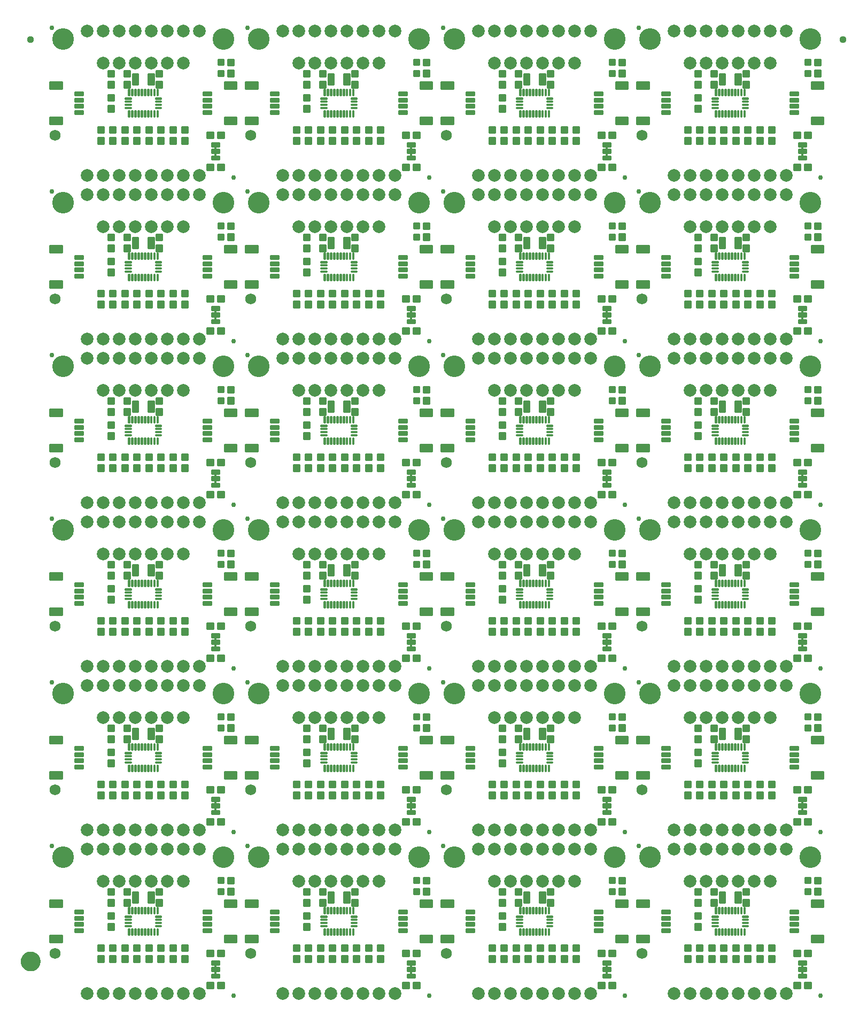
<source format=gts>
G04 EAGLE Gerber RS-274X export*
G75*
%MOMM*%
%FSLAX34Y34*%
%LPD*%
%INSoldermask Top*%
%IPPOS*%
%AMOC8*
5,1,8,0,0,1.08239X$1,22.5*%
G01*
%ADD10C,3.429000*%
%ADD11C,0.762000*%
%ADD12C,0.225400*%
%ADD13C,0.229969*%
%ADD14C,0.228344*%
%ADD15C,2.006600*%
%ADD16C,1.727000*%
%ADD17C,0.428259*%
%ADD18C,0.225588*%
%ADD19C,0.225369*%
%ADD20C,1.127000*%
%ADD21C,1.270000*%
%ADD22C,1.627000*%

G36*
X577915Y1348752D02*
X577915Y1348752D01*
X577981Y1348754D01*
X578024Y1348772D01*
X578071Y1348780D01*
X578128Y1348814D01*
X578188Y1348839D01*
X578223Y1348870D01*
X578264Y1348895D01*
X578306Y1348946D01*
X578354Y1348990D01*
X578376Y1349032D01*
X578405Y1349069D01*
X578426Y1349131D01*
X578457Y1349190D01*
X578465Y1349244D01*
X578477Y1349281D01*
X578476Y1349321D01*
X578484Y1349375D01*
X578484Y1353185D01*
X578473Y1353250D01*
X578471Y1353316D01*
X578453Y1353359D01*
X578445Y1353406D01*
X578411Y1353463D01*
X578386Y1353523D01*
X578355Y1353558D01*
X578330Y1353599D01*
X578279Y1353641D01*
X578235Y1353689D01*
X578193Y1353711D01*
X578156Y1353740D01*
X578094Y1353761D01*
X578035Y1353792D01*
X577981Y1353800D01*
X577944Y1353812D01*
X577904Y1353811D01*
X577850Y1353819D01*
X575310Y1353819D01*
X575245Y1353808D01*
X575179Y1353806D01*
X575136Y1353788D01*
X575089Y1353780D01*
X575032Y1353746D01*
X574972Y1353721D01*
X574937Y1353690D01*
X574896Y1353665D01*
X574855Y1353614D01*
X574806Y1353570D01*
X574784Y1353528D01*
X574755Y1353491D01*
X574734Y1353429D01*
X574703Y1353370D01*
X574695Y1353316D01*
X574683Y1353279D01*
X574683Y1353275D01*
X574683Y1353274D01*
X574684Y1353239D01*
X574676Y1353185D01*
X574676Y1349375D01*
X574687Y1349310D01*
X574689Y1349244D01*
X574707Y1349201D01*
X574715Y1349154D01*
X574749Y1349097D01*
X574774Y1349037D01*
X574805Y1349002D01*
X574830Y1348961D01*
X574881Y1348920D01*
X574925Y1348871D01*
X574967Y1348849D01*
X575004Y1348820D01*
X575066Y1348799D01*
X575125Y1348768D01*
X575179Y1348760D01*
X575216Y1348748D01*
X575256Y1348749D01*
X575310Y1348741D01*
X577850Y1348741D01*
X577915Y1348752D01*
G37*
G36*
X887795Y1348752D02*
X887795Y1348752D01*
X887861Y1348754D01*
X887904Y1348772D01*
X887951Y1348780D01*
X888008Y1348814D01*
X888068Y1348839D01*
X888103Y1348870D01*
X888144Y1348895D01*
X888186Y1348946D01*
X888234Y1348990D01*
X888256Y1349032D01*
X888285Y1349069D01*
X888306Y1349131D01*
X888337Y1349190D01*
X888345Y1349244D01*
X888357Y1349281D01*
X888356Y1349321D01*
X888364Y1349375D01*
X888364Y1353185D01*
X888353Y1353250D01*
X888351Y1353316D01*
X888333Y1353359D01*
X888325Y1353406D01*
X888291Y1353463D01*
X888266Y1353523D01*
X888235Y1353558D01*
X888210Y1353599D01*
X888159Y1353641D01*
X888115Y1353689D01*
X888073Y1353711D01*
X888036Y1353740D01*
X887974Y1353761D01*
X887915Y1353792D01*
X887861Y1353800D01*
X887824Y1353812D01*
X887784Y1353811D01*
X887730Y1353819D01*
X885190Y1353819D01*
X885125Y1353808D01*
X885059Y1353806D01*
X885016Y1353788D01*
X884969Y1353780D01*
X884912Y1353746D01*
X884852Y1353721D01*
X884817Y1353690D01*
X884776Y1353665D01*
X884735Y1353614D01*
X884686Y1353570D01*
X884664Y1353528D01*
X884635Y1353491D01*
X884614Y1353429D01*
X884583Y1353370D01*
X884575Y1353316D01*
X884563Y1353279D01*
X884563Y1353275D01*
X884563Y1353274D01*
X884564Y1353239D01*
X884556Y1353185D01*
X884556Y1349375D01*
X884567Y1349310D01*
X884569Y1349244D01*
X884587Y1349201D01*
X884595Y1349154D01*
X884629Y1349097D01*
X884654Y1349037D01*
X884685Y1349002D01*
X884710Y1348961D01*
X884761Y1348920D01*
X884805Y1348871D01*
X884847Y1348849D01*
X884884Y1348820D01*
X884946Y1348799D01*
X885005Y1348768D01*
X885059Y1348760D01*
X885096Y1348748D01*
X885136Y1348749D01*
X885190Y1348741D01*
X887730Y1348741D01*
X887795Y1348752D01*
G37*
G36*
X268035Y1348752D02*
X268035Y1348752D01*
X268101Y1348754D01*
X268144Y1348772D01*
X268191Y1348780D01*
X268248Y1348814D01*
X268308Y1348839D01*
X268343Y1348870D01*
X268384Y1348895D01*
X268426Y1348946D01*
X268474Y1348990D01*
X268496Y1349032D01*
X268525Y1349069D01*
X268546Y1349131D01*
X268577Y1349190D01*
X268585Y1349244D01*
X268597Y1349281D01*
X268596Y1349321D01*
X268604Y1349375D01*
X268604Y1353185D01*
X268593Y1353250D01*
X268591Y1353316D01*
X268573Y1353359D01*
X268565Y1353406D01*
X268531Y1353463D01*
X268506Y1353523D01*
X268475Y1353558D01*
X268450Y1353599D01*
X268399Y1353641D01*
X268355Y1353689D01*
X268313Y1353711D01*
X268276Y1353740D01*
X268214Y1353761D01*
X268155Y1353792D01*
X268101Y1353800D01*
X268064Y1353812D01*
X268024Y1353811D01*
X267970Y1353819D01*
X265430Y1353819D01*
X265365Y1353808D01*
X265299Y1353806D01*
X265256Y1353788D01*
X265209Y1353780D01*
X265152Y1353746D01*
X265092Y1353721D01*
X265057Y1353690D01*
X265016Y1353665D01*
X264975Y1353614D01*
X264926Y1353570D01*
X264904Y1353528D01*
X264875Y1353491D01*
X264854Y1353429D01*
X264823Y1353370D01*
X264815Y1353316D01*
X264803Y1353279D01*
X264803Y1353275D01*
X264803Y1353274D01*
X264804Y1353239D01*
X264796Y1353185D01*
X264796Y1349375D01*
X264807Y1349310D01*
X264809Y1349244D01*
X264827Y1349201D01*
X264835Y1349154D01*
X264869Y1349097D01*
X264894Y1349037D01*
X264925Y1349002D01*
X264950Y1348961D01*
X265001Y1348920D01*
X265045Y1348871D01*
X265087Y1348849D01*
X265124Y1348820D01*
X265186Y1348799D01*
X265245Y1348768D01*
X265299Y1348760D01*
X265336Y1348748D01*
X265376Y1348749D01*
X265430Y1348741D01*
X267970Y1348741D01*
X268035Y1348752D01*
G37*
G36*
X1197675Y1348752D02*
X1197675Y1348752D01*
X1197741Y1348754D01*
X1197784Y1348772D01*
X1197831Y1348780D01*
X1197888Y1348814D01*
X1197948Y1348839D01*
X1197983Y1348870D01*
X1198024Y1348895D01*
X1198066Y1348946D01*
X1198114Y1348990D01*
X1198136Y1349032D01*
X1198165Y1349069D01*
X1198186Y1349131D01*
X1198217Y1349190D01*
X1198225Y1349244D01*
X1198237Y1349281D01*
X1198236Y1349321D01*
X1198244Y1349375D01*
X1198244Y1353185D01*
X1198233Y1353250D01*
X1198231Y1353316D01*
X1198213Y1353359D01*
X1198205Y1353406D01*
X1198171Y1353463D01*
X1198146Y1353523D01*
X1198115Y1353558D01*
X1198090Y1353599D01*
X1198039Y1353641D01*
X1197995Y1353689D01*
X1197953Y1353711D01*
X1197916Y1353740D01*
X1197854Y1353761D01*
X1197795Y1353792D01*
X1197741Y1353800D01*
X1197704Y1353812D01*
X1197664Y1353811D01*
X1197610Y1353819D01*
X1195070Y1353819D01*
X1195005Y1353808D01*
X1194939Y1353806D01*
X1194896Y1353788D01*
X1194849Y1353780D01*
X1194792Y1353746D01*
X1194732Y1353721D01*
X1194697Y1353690D01*
X1194656Y1353665D01*
X1194615Y1353614D01*
X1194566Y1353570D01*
X1194544Y1353528D01*
X1194515Y1353491D01*
X1194494Y1353429D01*
X1194463Y1353370D01*
X1194455Y1353316D01*
X1194443Y1353279D01*
X1194443Y1353275D01*
X1194443Y1353274D01*
X1194444Y1353239D01*
X1194436Y1353185D01*
X1194436Y1349375D01*
X1194447Y1349310D01*
X1194449Y1349244D01*
X1194467Y1349201D01*
X1194475Y1349154D01*
X1194509Y1349097D01*
X1194534Y1349037D01*
X1194565Y1349002D01*
X1194590Y1348961D01*
X1194641Y1348920D01*
X1194685Y1348871D01*
X1194727Y1348849D01*
X1194764Y1348820D01*
X1194826Y1348799D01*
X1194885Y1348768D01*
X1194939Y1348760D01*
X1194976Y1348748D01*
X1195016Y1348749D01*
X1195070Y1348741D01*
X1197610Y1348741D01*
X1197675Y1348752D01*
G37*
G36*
X1197675Y1338592D02*
X1197675Y1338592D01*
X1197741Y1338594D01*
X1197784Y1338612D01*
X1197831Y1338620D01*
X1197888Y1338654D01*
X1197948Y1338679D01*
X1197983Y1338710D01*
X1198024Y1338735D01*
X1198066Y1338786D01*
X1198114Y1338830D01*
X1198136Y1338872D01*
X1198165Y1338909D01*
X1198186Y1338971D01*
X1198217Y1339030D01*
X1198225Y1339084D01*
X1198237Y1339121D01*
X1198236Y1339161D01*
X1198244Y1339215D01*
X1198244Y1343025D01*
X1198233Y1343090D01*
X1198231Y1343156D01*
X1198213Y1343199D01*
X1198205Y1343246D01*
X1198171Y1343303D01*
X1198146Y1343363D01*
X1198115Y1343398D01*
X1198090Y1343439D01*
X1198039Y1343481D01*
X1197995Y1343529D01*
X1197953Y1343551D01*
X1197916Y1343580D01*
X1197854Y1343601D01*
X1197795Y1343632D01*
X1197741Y1343640D01*
X1197704Y1343652D01*
X1197664Y1343651D01*
X1197610Y1343659D01*
X1195070Y1343659D01*
X1195005Y1343648D01*
X1194939Y1343646D01*
X1194896Y1343628D01*
X1194849Y1343620D01*
X1194792Y1343586D01*
X1194732Y1343561D01*
X1194697Y1343530D01*
X1194656Y1343505D01*
X1194615Y1343454D01*
X1194566Y1343410D01*
X1194544Y1343368D01*
X1194515Y1343331D01*
X1194494Y1343269D01*
X1194463Y1343210D01*
X1194455Y1343156D01*
X1194443Y1343119D01*
X1194443Y1343115D01*
X1194443Y1343114D01*
X1194444Y1343079D01*
X1194436Y1343025D01*
X1194436Y1339215D01*
X1194447Y1339150D01*
X1194449Y1339084D01*
X1194467Y1339041D01*
X1194475Y1338994D01*
X1194509Y1338937D01*
X1194534Y1338877D01*
X1194565Y1338842D01*
X1194590Y1338801D01*
X1194641Y1338760D01*
X1194685Y1338711D01*
X1194727Y1338689D01*
X1194764Y1338660D01*
X1194826Y1338639D01*
X1194885Y1338608D01*
X1194939Y1338600D01*
X1194976Y1338588D01*
X1195016Y1338589D01*
X1195070Y1338581D01*
X1197610Y1338581D01*
X1197675Y1338592D01*
G37*
G36*
X887795Y1338592D02*
X887795Y1338592D01*
X887861Y1338594D01*
X887904Y1338612D01*
X887951Y1338620D01*
X888008Y1338654D01*
X888068Y1338679D01*
X888103Y1338710D01*
X888144Y1338735D01*
X888186Y1338786D01*
X888234Y1338830D01*
X888256Y1338872D01*
X888285Y1338909D01*
X888306Y1338971D01*
X888337Y1339030D01*
X888345Y1339084D01*
X888357Y1339121D01*
X888356Y1339161D01*
X888364Y1339215D01*
X888364Y1343025D01*
X888353Y1343090D01*
X888351Y1343156D01*
X888333Y1343199D01*
X888325Y1343246D01*
X888291Y1343303D01*
X888266Y1343363D01*
X888235Y1343398D01*
X888210Y1343439D01*
X888159Y1343481D01*
X888115Y1343529D01*
X888073Y1343551D01*
X888036Y1343580D01*
X887974Y1343601D01*
X887915Y1343632D01*
X887861Y1343640D01*
X887824Y1343652D01*
X887784Y1343651D01*
X887730Y1343659D01*
X885190Y1343659D01*
X885125Y1343648D01*
X885059Y1343646D01*
X885016Y1343628D01*
X884969Y1343620D01*
X884912Y1343586D01*
X884852Y1343561D01*
X884817Y1343530D01*
X884776Y1343505D01*
X884735Y1343454D01*
X884686Y1343410D01*
X884664Y1343368D01*
X884635Y1343331D01*
X884614Y1343269D01*
X884583Y1343210D01*
X884575Y1343156D01*
X884563Y1343119D01*
X884563Y1343115D01*
X884563Y1343114D01*
X884564Y1343079D01*
X884556Y1343025D01*
X884556Y1339215D01*
X884567Y1339150D01*
X884569Y1339084D01*
X884587Y1339041D01*
X884595Y1338994D01*
X884629Y1338937D01*
X884654Y1338877D01*
X884685Y1338842D01*
X884710Y1338801D01*
X884761Y1338760D01*
X884805Y1338711D01*
X884847Y1338689D01*
X884884Y1338660D01*
X884946Y1338639D01*
X885005Y1338608D01*
X885059Y1338600D01*
X885096Y1338588D01*
X885136Y1338589D01*
X885190Y1338581D01*
X887730Y1338581D01*
X887795Y1338592D01*
G37*
G36*
X268035Y1338592D02*
X268035Y1338592D01*
X268101Y1338594D01*
X268144Y1338612D01*
X268191Y1338620D01*
X268248Y1338654D01*
X268308Y1338679D01*
X268343Y1338710D01*
X268384Y1338735D01*
X268426Y1338786D01*
X268474Y1338830D01*
X268496Y1338872D01*
X268525Y1338909D01*
X268546Y1338971D01*
X268577Y1339030D01*
X268585Y1339084D01*
X268597Y1339121D01*
X268596Y1339161D01*
X268604Y1339215D01*
X268604Y1343025D01*
X268593Y1343090D01*
X268591Y1343156D01*
X268573Y1343199D01*
X268565Y1343246D01*
X268531Y1343303D01*
X268506Y1343363D01*
X268475Y1343398D01*
X268450Y1343439D01*
X268399Y1343481D01*
X268355Y1343529D01*
X268313Y1343551D01*
X268276Y1343580D01*
X268214Y1343601D01*
X268155Y1343632D01*
X268101Y1343640D01*
X268064Y1343652D01*
X268024Y1343651D01*
X267970Y1343659D01*
X265430Y1343659D01*
X265365Y1343648D01*
X265299Y1343646D01*
X265256Y1343628D01*
X265209Y1343620D01*
X265152Y1343586D01*
X265092Y1343561D01*
X265057Y1343530D01*
X265016Y1343505D01*
X264975Y1343454D01*
X264926Y1343410D01*
X264904Y1343368D01*
X264875Y1343331D01*
X264854Y1343269D01*
X264823Y1343210D01*
X264815Y1343156D01*
X264803Y1343119D01*
X264803Y1343115D01*
X264803Y1343114D01*
X264804Y1343079D01*
X264796Y1343025D01*
X264796Y1339215D01*
X264807Y1339150D01*
X264809Y1339084D01*
X264827Y1339041D01*
X264835Y1338994D01*
X264869Y1338937D01*
X264894Y1338877D01*
X264925Y1338842D01*
X264950Y1338801D01*
X265001Y1338760D01*
X265045Y1338711D01*
X265087Y1338689D01*
X265124Y1338660D01*
X265186Y1338639D01*
X265245Y1338608D01*
X265299Y1338600D01*
X265336Y1338588D01*
X265376Y1338589D01*
X265430Y1338581D01*
X267970Y1338581D01*
X268035Y1338592D01*
G37*
G36*
X577915Y1338592D02*
X577915Y1338592D01*
X577981Y1338594D01*
X578024Y1338612D01*
X578071Y1338620D01*
X578128Y1338654D01*
X578188Y1338679D01*
X578223Y1338710D01*
X578264Y1338735D01*
X578306Y1338786D01*
X578354Y1338830D01*
X578376Y1338872D01*
X578405Y1338909D01*
X578426Y1338971D01*
X578457Y1339030D01*
X578465Y1339084D01*
X578477Y1339121D01*
X578476Y1339161D01*
X578484Y1339215D01*
X578484Y1343025D01*
X578473Y1343090D01*
X578471Y1343156D01*
X578453Y1343199D01*
X578445Y1343246D01*
X578411Y1343303D01*
X578386Y1343363D01*
X578355Y1343398D01*
X578330Y1343439D01*
X578279Y1343481D01*
X578235Y1343529D01*
X578193Y1343551D01*
X578156Y1343580D01*
X578094Y1343601D01*
X578035Y1343632D01*
X577981Y1343640D01*
X577944Y1343652D01*
X577904Y1343651D01*
X577850Y1343659D01*
X575310Y1343659D01*
X575245Y1343648D01*
X575179Y1343646D01*
X575136Y1343628D01*
X575089Y1343620D01*
X575032Y1343586D01*
X574972Y1343561D01*
X574937Y1343530D01*
X574896Y1343505D01*
X574855Y1343454D01*
X574806Y1343410D01*
X574784Y1343368D01*
X574755Y1343331D01*
X574734Y1343269D01*
X574703Y1343210D01*
X574695Y1343156D01*
X574683Y1343119D01*
X574683Y1343115D01*
X574683Y1343114D01*
X574684Y1343079D01*
X574676Y1343025D01*
X574676Y1339215D01*
X574687Y1339150D01*
X574689Y1339084D01*
X574707Y1339041D01*
X574715Y1338994D01*
X574749Y1338937D01*
X574774Y1338877D01*
X574805Y1338842D01*
X574830Y1338801D01*
X574881Y1338760D01*
X574925Y1338711D01*
X574967Y1338689D01*
X575004Y1338660D01*
X575066Y1338639D01*
X575125Y1338608D01*
X575179Y1338600D01*
X575216Y1338588D01*
X575256Y1338589D01*
X575310Y1338581D01*
X577850Y1338581D01*
X577915Y1338592D01*
G37*
G36*
X1197675Y1089672D02*
X1197675Y1089672D01*
X1197741Y1089674D01*
X1197784Y1089692D01*
X1197831Y1089700D01*
X1197888Y1089734D01*
X1197948Y1089759D01*
X1197983Y1089790D01*
X1198024Y1089815D01*
X1198066Y1089866D01*
X1198114Y1089910D01*
X1198136Y1089952D01*
X1198165Y1089989D01*
X1198186Y1090051D01*
X1198217Y1090110D01*
X1198225Y1090164D01*
X1198237Y1090201D01*
X1198236Y1090241D01*
X1198244Y1090295D01*
X1198244Y1094105D01*
X1198233Y1094170D01*
X1198231Y1094236D01*
X1198213Y1094279D01*
X1198205Y1094326D01*
X1198171Y1094383D01*
X1198146Y1094443D01*
X1198115Y1094478D01*
X1198090Y1094519D01*
X1198039Y1094561D01*
X1197995Y1094609D01*
X1197953Y1094631D01*
X1197916Y1094660D01*
X1197854Y1094681D01*
X1197795Y1094712D01*
X1197741Y1094720D01*
X1197704Y1094732D01*
X1197664Y1094731D01*
X1197610Y1094739D01*
X1195070Y1094739D01*
X1195005Y1094728D01*
X1194939Y1094726D01*
X1194896Y1094708D01*
X1194849Y1094700D01*
X1194792Y1094666D01*
X1194732Y1094641D01*
X1194697Y1094610D01*
X1194656Y1094585D01*
X1194615Y1094534D01*
X1194566Y1094490D01*
X1194544Y1094448D01*
X1194515Y1094411D01*
X1194494Y1094349D01*
X1194463Y1094290D01*
X1194455Y1094236D01*
X1194443Y1094199D01*
X1194443Y1094195D01*
X1194443Y1094194D01*
X1194444Y1094159D01*
X1194436Y1094105D01*
X1194436Y1090295D01*
X1194447Y1090230D01*
X1194449Y1090164D01*
X1194467Y1090121D01*
X1194475Y1090074D01*
X1194509Y1090017D01*
X1194534Y1089957D01*
X1194565Y1089922D01*
X1194590Y1089881D01*
X1194641Y1089840D01*
X1194685Y1089791D01*
X1194727Y1089769D01*
X1194764Y1089740D01*
X1194826Y1089719D01*
X1194885Y1089688D01*
X1194939Y1089680D01*
X1194976Y1089668D01*
X1195016Y1089669D01*
X1195070Y1089661D01*
X1197610Y1089661D01*
X1197675Y1089672D01*
G37*
G36*
X887795Y1089672D02*
X887795Y1089672D01*
X887861Y1089674D01*
X887904Y1089692D01*
X887951Y1089700D01*
X888008Y1089734D01*
X888068Y1089759D01*
X888103Y1089790D01*
X888144Y1089815D01*
X888186Y1089866D01*
X888234Y1089910D01*
X888256Y1089952D01*
X888285Y1089989D01*
X888306Y1090051D01*
X888337Y1090110D01*
X888345Y1090164D01*
X888357Y1090201D01*
X888356Y1090241D01*
X888364Y1090295D01*
X888364Y1094105D01*
X888353Y1094170D01*
X888351Y1094236D01*
X888333Y1094279D01*
X888325Y1094326D01*
X888291Y1094383D01*
X888266Y1094443D01*
X888235Y1094478D01*
X888210Y1094519D01*
X888159Y1094561D01*
X888115Y1094609D01*
X888073Y1094631D01*
X888036Y1094660D01*
X887974Y1094681D01*
X887915Y1094712D01*
X887861Y1094720D01*
X887824Y1094732D01*
X887784Y1094731D01*
X887730Y1094739D01*
X885190Y1094739D01*
X885125Y1094728D01*
X885059Y1094726D01*
X885016Y1094708D01*
X884969Y1094700D01*
X884912Y1094666D01*
X884852Y1094641D01*
X884817Y1094610D01*
X884776Y1094585D01*
X884735Y1094534D01*
X884686Y1094490D01*
X884664Y1094448D01*
X884635Y1094411D01*
X884614Y1094349D01*
X884583Y1094290D01*
X884575Y1094236D01*
X884563Y1094199D01*
X884563Y1094195D01*
X884563Y1094194D01*
X884564Y1094159D01*
X884556Y1094105D01*
X884556Y1090295D01*
X884567Y1090230D01*
X884569Y1090164D01*
X884587Y1090121D01*
X884595Y1090074D01*
X884629Y1090017D01*
X884654Y1089957D01*
X884685Y1089922D01*
X884710Y1089881D01*
X884761Y1089840D01*
X884805Y1089791D01*
X884847Y1089769D01*
X884884Y1089740D01*
X884946Y1089719D01*
X885005Y1089688D01*
X885059Y1089680D01*
X885096Y1089668D01*
X885136Y1089669D01*
X885190Y1089661D01*
X887730Y1089661D01*
X887795Y1089672D01*
G37*
G36*
X577915Y1089672D02*
X577915Y1089672D01*
X577981Y1089674D01*
X578024Y1089692D01*
X578071Y1089700D01*
X578128Y1089734D01*
X578188Y1089759D01*
X578223Y1089790D01*
X578264Y1089815D01*
X578306Y1089866D01*
X578354Y1089910D01*
X578376Y1089952D01*
X578405Y1089989D01*
X578426Y1090051D01*
X578457Y1090110D01*
X578465Y1090164D01*
X578477Y1090201D01*
X578476Y1090241D01*
X578484Y1090295D01*
X578484Y1094105D01*
X578473Y1094170D01*
X578471Y1094236D01*
X578453Y1094279D01*
X578445Y1094326D01*
X578411Y1094383D01*
X578386Y1094443D01*
X578355Y1094478D01*
X578330Y1094519D01*
X578279Y1094561D01*
X578235Y1094609D01*
X578193Y1094631D01*
X578156Y1094660D01*
X578094Y1094681D01*
X578035Y1094712D01*
X577981Y1094720D01*
X577944Y1094732D01*
X577904Y1094731D01*
X577850Y1094739D01*
X575310Y1094739D01*
X575245Y1094728D01*
X575179Y1094726D01*
X575136Y1094708D01*
X575089Y1094700D01*
X575032Y1094666D01*
X574972Y1094641D01*
X574937Y1094610D01*
X574896Y1094585D01*
X574855Y1094534D01*
X574806Y1094490D01*
X574784Y1094448D01*
X574755Y1094411D01*
X574734Y1094349D01*
X574703Y1094290D01*
X574695Y1094236D01*
X574683Y1094199D01*
X574683Y1094195D01*
X574683Y1094194D01*
X574684Y1094159D01*
X574676Y1094105D01*
X574676Y1090295D01*
X574687Y1090230D01*
X574689Y1090164D01*
X574707Y1090121D01*
X574715Y1090074D01*
X574749Y1090017D01*
X574774Y1089957D01*
X574805Y1089922D01*
X574830Y1089881D01*
X574881Y1089840D01*
X574925Y1089791D01*
X574967Y1089769D01*
X575004Y1089740D01*
X575066Y1089719D01*
X575125Y1089688D01*
X575179Y1089680D01*
X575216Y1089668D01*
X575256Y1089669D01*
X575310Y1089661D01*
X577850Y1089661D01*
X577915Y1089672D01*
G37*
G36*
X268035Y1089672D02*
X268035Y1089672D01*
X268101Y1089674D01*
X268144Y1089692D01*
X268191Y1089700D01*
X268248Y1089734D01*
X268308Y1089759D01*
X268343Y1089790D01*
X268384Y1089815D01*
X268426Y1089866D01*
X268474Y1089910D01*
X268496Y1089952D01*
X268525Y1089989D01*
X268546Y1090051D01*
X268577Y1090110D01*
X268585Y1090164D01*
X268597Y1090201D01*
X268596Y1090241D01*
X268604Y1090295D01*
X268604Y1094105D01*
X268593Y1094170D01*
X268591Y1094236D01*
X268573Y1094279D01*
X268565Y1094326D01*
X268531Y1094383D01*
X268506Y1094443D01*
X268475Y1094478D01*
X268450Y1094519D01*
X268399Y1094561D01*
X268355Y1094609D01*
X268313Y1094631D01*
X268276Y1094660D01*
X268214Y1094681D01*
X268155Y1094712D01*
X268101Y1094720D01*
X268064Y1094732D01*
X268024Y1094731D01*
X267970Y1094739D01*
X265430Y1094739D01*
X265365Y1094728D01*
X265299Y1094726D01*
X265256Y1094708D01*
X265209Y1094700D01*
X265152Y1094666D01*
X265092Y1094641D01*
X265057Y1094610D01*
X265016Y1094585D01*
X264975Y1094534D01*
X264926Y1094490D01*
X264904Y1094448D01*
X264875Y1094411D01*
X264854Y1094349D01*
X264823Y1094290D01*
X264815Y1094236D01*
X264803Y1094199D01*
X264803Y1094195D01*
X264803Y1094194D01*
X264804Y1094159D01*
X264796Y1094105D01*
X264796Y1090295D01*
X264807Y1090230D01*
X264809Y1090164D01*
X264827Y1090121D01*
X264835Y1090074D01*
X264869Y1090017D01*
X264894Y1089957D01*
X264925Y1089922D01*
X264950Y1089881D01*
X265001Y1089840D01*
X265045Y1089791D01*
X265087Y1089769D01*
X265124Y1089740D01*
X265186Y1089719D01*
X265245Y1089688D01*
X265299Y1089680D01*
X265336Y1089668D01*
X265376Y1089669D01*
X265430Y1089661D01*
X267970Y1089661D01*
X268035Y1089672D01*
G37*
G36*
X268035Y1079512D02*
X268035Y1079512D01*
X268101Y1079514D01*
X268144Y1079532D01*
X268191Y1079540D01*
X268248Y1079574D01*
X268308Y1079599D01*
X268343Y1079630D01*
X268384Y1079655D01*
X268426Y1079706D01*
X268474Y1079750D01*
X268496Y1079792D01*
X268525Y1079829D01*
X268546Y1079891D01*
X268577Y1079950D01*
X268585Y1080004D01*
X268597Y1080041D01*
X268596Y1080081D01*
X268604Y1080135D01*
X268604Y1083945D01*
X268593Y1084010D01*
X268591Y1084076D01*
X268573Y1084119D01*
X268565Y1084166D01*
X268531Y1084223D01*
X268506Y1084283D01*
X268475Y1084318D01*
X268450Y1084359D01*
X268399Y1084401D01*
X268355Y1084449D01*
X268313Y1084471D01*
X268276Y1084500D01*
X268214Y1084521D01*
X268155Y1084552D01*
X268101Y1084560D01*
X268064Y1084572D01*
X268024Y1084571D01*
X267970Y1084579D01*
X265430Y1084579D01*
X265365Y1084568D01*
X265299Y1084566D01*
X265256Y1084548D01*
X265209Y1084540D01*
X265152Y1084506D01*
X265092Y1084481D01*
X265057Y1084450D01*
X265016Y1084425D01*
X264975Y1084374D01*
X264926Y1084330D01*
X264904Y1084288D01*
X264875Y1084251D01*
X264854Y1084189D01*
X264823Y1084130D01*
X264815Y1084076D01*
X264803Y1084039D01*
X264803Y1084035D01*
X264803Y1084034D01*
X264804Y1083999D01*
X264796Y1083945D01*
X264796Y1080135D01*
X264807Y1080070D01*
X264809Y1080004D01*
X264827Y1079961D01*
X264835Y1079914D01*
X264869Y1079857D01*
X264894Y1079797D01*
X264925Y1079762D01*
X264950Y1079721D01*
X265001Y1079680D01*
X265045Y1079631D01*
X265087Y1079609D01*
X265124Y1079580D01*
X265186Y1079559D01*
X265245Y1079528D01*
X265299Y1079520D01*
X265336Y1079508D01*
X265376Y1079509D01*
X265430Y1079501D01*
X267970Y1079501D01*
X268035Y1079512D01*
G37*
G36*
X1197675Y1079512D02*
X1197675Y1079512D01*
X1197741Y1079514D01*
X1197784Y1079532D01*
X1197831Y1079540D01*
X1197888Y1079574D01*
X1197948Y1079599D01*
X1197983Y1079630D01*
X1198024Y1079655D01*
X1198066Y1079706D01*
X1198114Y1079750D01*
X1198136Y1079792D01*
X1198165Y1079829D01*
X1198186Y1079891D01*
X1198217Y1079950D01*
X1198225Y1080004D01*
X1198237Y1080041D01*
X1198236Y1080081D01*
X1198244Y1080135D01*
X1198244Y1083945D01*
X1198233Y1084010D01*
X1198231Y1084076D01*
X1198213Y1084119D01*
X1198205Y1084166D01*
X1198171Y1084223D01*
X1198146Y1084283D01*
X1198115Y1084318D01*
X1198090Y1084359D01*
X1198039Y1084401D01*
X1197995Y1084449D01*
X1197953Y1084471D01*
X1197916Y1084500D01*
X1197854Y1084521D01*
X1197795Y1084552D01*
X1197741Y1084560D01*
X1197704Y1084572D01*
X1197664Y1084571D01*
X1197610Y1084579D01*
X1195070Y1084579D01*
X1195005Y1084568D01*
X1194939Y1084566D01*
X1194896Y1084548D01*
X1194849Y1084540D01*
X1194792Y1084506D01*
X1194732Y1084481D01*
X1194697Y1084450D01*
X1194656Y1084425D01*
X1194615Y1084374D01*
X1194566Y1084330D01*
X1194544Y1084288D01*
X1194515Y1084251D01*
X1194494Y1084189D01*
X1194463Y1084130D01*
X1194455Y1084076D01*
X1194443Y1084039D01*
X1194443Y1084035D01*
X1194443Y1084034D01*
X1194444Y1083999D01*
X1194436Y1083945D01*
X1194436Y1080135D01*
X1194447Y1080070D01*
X1194449Y1080004D01*
X1194467Y1079961D01*
X1194475Y1079914D01*
X1194509Y1079857D01*
X1194534Y1079797D01*
X1194565Y1079762D01*
X1194590Y1079721D01*
X1194641Y1079680D01*
X1194685Y1079631D01*
X1194727Y1079609D01*
X1194764Y1079580D01*
X1194826Y1079559D01*
X1194885Y1079528D01*
X1194939Y1079520D01*
X1194976Y1079508D01*
X1195016Y1079509D01*
X1195070Y1079501D01*
X1197610Y1079501D01*
X1197675Y1079512D01*
G37*
G36*
X887795Y1079512D02*
X887795Y1079512D01*
X887861Y1079514D01*
X887904Y1079532D01*
X887951Y1079540D01*
X888008Y1079574D01*
X888068Y1079599D01*
X888103Y1079630D01*
X888144Y1079655D01*
X888186Y1079706D01*
X888234Y1079750D01*
X888256Y1079792D01*
X888285Y1079829D01*
X888306Y1079891D01*
X888337Y1079950D01*
X888345Y1080004D01*
X888357Y1080041D01*
X888356Y1080081D01*
X888364Y1080135D01*
X888364Y1083945D01*
X888353Y1084010D01*
X888351Y1084076D01*
X888333Y1084119D01*
X888325Y1084166D01*
X888291Y1084223D01*
X888266Y1084283D01*
X888235Y1084318D01*
X888210Y1084359D01*
X888159Y1084401D01*
X888115Y1084449D01*
X888073Y1084471D01*
X888036Y1084500D01*
X887974Y1084521D01*
X887915Y1084552D01*
X887861Y1084560D01*
X887824Y1084572D01*
X887784Y1084571D01*
X887730Y1084579D01*
X885190Y1084579D01*
X885125Y1084568D01*
X885059Y1084566D01*
X885016Y1084548D01*
X884969Y1084540D01*
X884912Y1084506D01*
X884852Y1084481D01*
X884817Y1084450D01*
X884776Y1084425D01*
X884735Y1084374D01*
X884686Y1084330D01*
X884664Y1084288D01*
X884635Y1084251D01*
X884614Y1084189D01*
X884583Y1084130D01*
X884575Y1084076D01*
X884563Y1084039D01*
X884563Y1084035D01*
X884563Y1084034D01*
X884564Y1083999D01*
X884556Y1083945D01*
X884556Y1080135D01*
X884567Y1080070D01*
X884569Y1080004D01*
X884587Y1079961D01*
X884595Y1079914D01*
X884629Y1079857D01*
X884654Y1079797D01*
X884685Y1079762D01*
X884710Y1079721D01*
X884761Y1079680D01*
X884805Y1079631D01*
X884847Y1079609D01*
X884884Y1079580D01*
X884946Y1079559D01*
X885005Y1079528D01*
X885059Y1079520D01*
X885096Y1079508D01*
X885136Y1079509D01*
X885190Y1079501D01*
X887730Y1079501D01*
X887795Y1079512D01*
G37*
G36*
X577915Y1079512D02*
X577915Y1079512D01*
X577981Y1079514D01*
X578024Y1079532D01*
X578071Y1079540D01*
X578128Y1079574D01*
X578188Y1079599D01*
X578223Y1079630D01*
X578264Y1079655D01*
X578306Y1079706D01*
X578354Y1079750D01*
X578376Y1079792D01*
X578405Y1079829D01*
X578426Y1079891D01*
X578457Y1079950D01*
X578465Y1080004D01*
X578477Y1080041D01*
X578476Y1080081D01*
X578484Y1080135D01*
X578484Y1083945D01*
X578473Y1084010D01*
X578471Y1084076D01*
X578453Y1084119D01*
X578445Y1084166D01*
X578411Y1084223D01*
X578386Y1084283D01*
X578355Y1084318D01*
X578330Y1084359D01*
X578279Y1084401D01*
X578235Y1084449D01*
X578193Y1084471D01*
X578156Y1084500D01*
X578094Y1084521D01*
X578035Y1084552D01*
X577981Y1084560D01*
X577944Y1084572D01*
X577904Y1084571D01*
X577850Y1084579D01*
X575310Y1084579D01*
X575245Y1084568D01*
X575179Y1084566D01*
X575136Y1084548D01*
X575089Y1084540D01*
X575032Y1084506D01*
X574972Y1084481D01*
X574937Y1084450D01*
X574896Y1084425D01*
X574855Y1084374D01*
X574806Y1084330D01*
X574784Y1084288D01*
X574755Y1084251D01*
X574734Y1084189D01*
X574703Y1084130D01*
X574695Y1084076D01*
X574683Y1084039D01*
X574683Y1084035D01*
X574683Y1084034D01*
X574684Y1083999D01*
X574676Y1083945D01*
X574676Y1080135D01*
X574687Y1080070D01*
X574689Y1080004D01*
X574707Y1079961D01*
X574715Y1079914D01*
X574749Y1079857D01*
X574774Y1079797D01*
X574805Y1079762D01*
X574830Y1079721D01*
X574881Y1079680D01*
X574925Y1079631D01*
X574967Y1079609D01*
X575004Y1079580D01*
X575066Y1079559D01*
X575125Y1079528D01*
X575179Y1079520D01*
X575216Y1079508D01*
X575256Y1079509D01*
X575310Y1079501D01*
X577850Y1079501D01*
X577915Y1079512D01*
G37*
G36*
X268035Y830592D02*
X268035Y830592D01*
X268101Y830594D01*
X268144Y830612D01*
X268191Y830620D01*
X268248Y830654D01*
X268308Y830679D01*
X268343Y830710D01*
X268384Y830735D01*
X268426Y830786D01*
X268474Y830830D01*
X268496Y830872D01*
X268525Y830909D01*
X268546Y830971D01*
X268577Y831030D01*
X268585Y831084D01*
X268597Y831121D01*
X268596Y831161D01*
X268604Y831215D01*
X268604Y835025D01*
X268593Y835090D01*
X268591Y835156D01*
X268573Y835199D01*
X268565Y835246D01*
X268531Y835303D01*
X268506Y835363D01*
X268475Y835398D01*
X268450Y835439D01*
X268399Y835481D01*
X268355Y835529D01*
X268313Y835551D01*
X268276Y835580D01*
X268214Y835601D01*
X268155Y835632D01*
X268101Y835640D01*
X268064Y835652D01*
X268024Y835651D01*
X267970Y835659D01*
X265430Y835659D01*
X265365Y835648D01*
X265299Y835646D01*
X265256Y835628D01*
X265209Y835620D01*
X265152Y835586D01*
X265092Y835561D01*
X265057Y835530D01*
X265016Y835505D01*
X264975Y835454D01*
X264926Y835410D01*
X264904Y835368D01*
X264875Y835331D01*
X264854Y835269D01*
X264823Y835210D01*
X264815Y835156D01*
X264803Y835119D01*
X264803Y835115D01*
X264803Y835114D01*
X264804Y835079D01*
X264796Y835025D01*
X264796Y831215D01*
X264807Y831150D01*
X264809Y831084D01*
X264827Y831041D01*
X264835Y830994D01*
X264869Y830937D01*
X264894Y830877D01*
X264925Y830842D01*
X264950Y830801D01*
X265001Y830760D01*
X265045Y830711D01*
X265087Y830689D01*
X265124Y830660D01*
X265186Y830639D01*
X265245Y830608D01*
X265299Y830600D01*
X265336Y830588D01*
X265376Y830589D01*
X265430Y830581D01*
X267970Y830581D01*
X268035Y830592D01*
G37*
G36*
X577915Y830592D02*
X577915Y830592D01*
X577981Y830594D01*
X578024Y830612D01*
X578071Y830620D01*
X578128Y830654D01*
X578188Y830679D01*
X578223Y830710D01*
X578264Y830735D01*
X578306Y830786D01*
X578354Y830830D01*
X578376Y830872D01*
X578405Y830909D01*
X578426Y830971D01*
X578457Y831030D01*
X578465Y831084D01*
X578477Y831121D01*
X578476Y831161D01*
X578484Y831215D01*
X578484Y835025D01*
X578473Y835090D01*
X578471Y835156D01*
X578453Y835199D01*
X578445Y835246D01*
X578411Y835303D01*
X578386Y835363D01*
X578355Y835398D01*
X578330Y835439D01*
X578279Y835481D01*
X578235Y835529D01*
X578193Y835551D01*
X578156Y835580D01*
X578094Y835601D01*
X578035Y835632D01*
X577981Y835640D01*
X577944Y835652D01*
X577904Y835651D01*
X577850Y835659D01*
X575310Y835659D01*
X575245Y835648D01*
X575179Y835646D01*
X575136Y835628D01*
X575089Y835620D01*
X575032Y835586D01*
X574972Y835561D01*
X574937Y835530D01*
X574896Y835505D01*
X574855Y835454D01*
X574806Y835410D01*
X574784Y835368D01*
X574755Y835331D01*
X574734Y835269D01*
X574703Y835210D01*
X574695Y835156D01*
X574683Y835119D01*
X574683Y835115D01*
X574683Y835114D01*
X574684Y835079D01*
X574676Y835025D01*
X574676Y831215D01*
X574687Y831150D01*
X574689Y831084D01*
X574707Y831041D01*
X574715Y830994D01*
X574749Y830937D01*
X574774Y830877D01*
X574805Y830842D01*
X574830Y830801D01*
X574881Y830760D01*
X574925Y830711D01*
X574967Y830689D01*
X575004Y830660D01*
X575066Y830639D01*
X575125Y830608D01*
X575179Y830600D01*
X575216Y830588D01*
X575256Y830589D01*
X575310Y830581D01*
X577850Y830581D01*
X577915Y830592D01*
G37*
G36*
X887795Y830592D02*
X887795Y830592D01*
X887861Y830594D01*
X887904Y830612D01*
X887951Y830620D01*
X888008Y830654D01*
X888068Y830679D01*
X888103Y830710D01*
X888144Y830735D01*
X888186Y830786D01*
X888234Y830830D01*
X888256Y830872D01*
X888285Y830909D01*
X888306Y830971D01*
X888337Y831030D01*
X888345Y831084D01*
X888357Y831121D01*
X888356Y831161D01*
X888364Y831215D01*
X888364Y835025D01*
X888353Y835090D01*
X888351Y835156D01*
X888333Y835199D01*
X888325Y835246D01*
X888291Y835303D01*
X888266Y835363D01*
X888235Y835398D01*
X888210Y835439D01*
X888159Y835481D01*
X888115Y835529D01*
X888073Y835551D01*
X888036Y835580D01*
X887974Y835601D01*
X887915Y835632D01*
X887861Y835640D01*
X887824Y835652D01*
X887784Y835651D01*
X887730Y835659D01*
X885190Y835659D01*
X885125Y835648D01*
X885059Y835646D01*
X885016Y835628D01*
X884969Y835620D01*
X884912Y835586D01*
X884852Y835561D01*
X884817Y835530D01*
X884776Y835505D01*
X884735Y835454D01*
X884686Y835410D01*
X884664Y835368D01*
X884635Y835331D01*
X884614Y835269D01*
X884583Y835210D01*
X884575Y835156D01*
X884563Y835119D01*
X884563Y835115D01*
X884563Y835114D01*
X884564Y835079D01*
X884556Y835025D01*
X884556Y831215D01*
X884567Y831150D01*
X884569Y831084D01*
X884587Y831041D01*
X884595Y830994D01*
X884629Y830937D01*
X884654Y830877D01*
X884685Y830842D01*
X884710Y830801D01*
X884761Y830760D01*
X884805Y830711D01*
X884847Y830689D01*
X884884Y830660D01*
X884946Y830639D01*
X885005Y830608D01*
X885059Y830600D01*
X885096Y830588D01*
X885136Y830589D01*
X885190Y830581D01*
X887730Y830581D01*
X887795Y830592D01*
G37*
G36*
X1197675Y830592D02*
X1197675Y830592D01*
X1197741Y830594D01*
X1197784Y830612D01*
X1197831Y830620D01*
X1197888Y830654D01*
X1197948Y830679D01*
X1197983Y830710D01*
X1198024Y830735D01*
X1198066Y830786D01*
X1198114Y830830D01*
X1198136Y830872D01*
X1198165Y830909D01*
X1198186Y830971D01*
X1198217Y831030D01*
X1198225Y831084D01*
X1198237Y831121D01*
X1198236Y831161D01*
X1198244Y831215D01*
X1198244Y835025D01*
X1198233Y835090D01*
X1198231Y835156D01*
X1198213Y835199D01*
X1198205Y835246D01*
X1198171Y835303D01*
X1198146Y835363D01*
X1198115Y835398D01*
X1198090Y835439D01*
X1198039Y835481D01*
X1197995Y835529D01*
X1197953Y835551D01*
X1197916Y835580D01*
X1197854Y835601D01*
X1197795Y835632D01*
X1197741Y835640D01*
X1197704Y835652D01*
X1197664Y835651D01*
X1197610Y835659D01*
X1195070Y835659D01*
X1195005Y835648D01*
X1194939Y835646D01*
X1194896Y835628D01*
X1194849Y835620D01*
X1194792Y835586D01*
X1194732Y835561D01*
X1194697Y835530D01*
X1194656Y835505D01*
X1194615Y835454D01*
X1194566Y835410D01*
X1194544Y835368D01*
X1194515Y835331D01*
X1194494Y835269D01*
X1194463Y835210D01*
X1194455Y835156D01*
X1194443Y835119D01*
X1194443Y835115D01*
X1194443Y835114D01*
X1194444Y835079D01*
X1194436Y835025D01*
X1194436Y831215D01*
X1194447Y831150D01*
X1194449Y831084D01*
X1194467Y831041D01*
X1194475Y830994D01*
X1194509Y830937D01*
X1194534Y830877D01*
X1194565Y830842D01*
X1194590Y830801D01*
X1194641Y830760D01*
X1194685Y830711D01*
X1194727Y830689D01*
X1194764Y830660D01*
X1194826Y830639D01*
X1194885Y830608D01*
X1194939Y830600D01*
X1194976Y830588D01*
X1195016Y830589D01*
X1195070Y830581D01*
X1197610Y830581D01*
X1197675Y830592D01*
G37*
G36*
X1197675Y820432D02*
X1197675Y820432D01*
X1197741Y820434D01*
X1197784Y820452D01*
X1197831Y820460D01*
X1197888Y820494D01*
X1197948Y820519D01*
X1197983Y820550D01*
X1198024Y820575D01*
X1198066Y820626D01*
X1198114Y820670D01*
X1198136Y820712D01*
X1198165Y820749D01*
X1198186Y820811D01*
X1198217Y820870D01*
X1198225Y820924D01*
X1198237Y820961D01*
X1198236Y821001D01*
X1198244Y821055D01*
X1198244Y824865D01*
X1198233Y824930D01*
X1198231Y824996D01*
X1198213Y825039D01*
X1198205Y825086D01*
X1198171Y825143D01*
X1198146Y825203D01*
X1198115Y825238D01*
X1198090Y825279D01*
X1198039Y825321D01*
X1197995Y825369D01*
X1197953Y825391D01*
X1197916Y825420D01*
X1197854Y825441D01*
X1197795Y825472D01*
X1197741Y825480D01*
X1197704Y825492D01*
X1197664Y825491D01*
X1197610Y825499D01*
X1195070Y825499D01*
X1195005Y825488D01*
X1194939Y825486D01*
X1194896Y825468D01*
X1194849Y825460D01*
X1194792Y825426D01*
X1194732Y825401D01*
X1194697Y825370D01*
X1194656Y825345D01*
X1194615Y825294D01*
X1194566Y825250D01*
X1194544Y825208D01*
X1194515Y825171D01*
X1194494Y825109D01*
X1194463Y825050D01*
X1194455Y824996D01*
X1194443Y824959D01*
X1194443Y824955D01*
X1194443Y824954D01*
X1194444Y824919D01*
X1194436Y824865D01*
X1194436Y821055D01*
X1194447Y820990D01*
X1194449Y820924D01*
X1194467Y820881D01*
X1194475Y820834D01*
X1194509Y820777D01*
X1194534Y820717D01*
X1194565Y820682D01*
X1194590Y820641D01*
X1194641Y820600D01*
X1194685Y820551D01*
X1194727Y820529D01*
X1194764Y820500D01*
X1194826Y820479D01*
X1194885Y820448D01*
X1194939Y820440D01*
X1194976Y820428D01*
X1195016Y820429D01*
X1195070Y820421D01*
X1197610Y820421D01*
X1197675Y820432D01*
G37*
G36*
X268035Y820432D02*
X268035Y820432D01*
X268101Y820434D01*
X268144Y820452D01*
X268191Y820460D01*
X268248Y820494D01*
X268308Y820519D01*
X268343Y820550D01*
X268384Y820575D01*
X268426Y820626D01*
X268474Y820670D01*
X268496Y820712D01*
X268525Y820749D01*
X268546Y820811D01*
X268577Y820870D01*
X268585Y820924D01*
X268597Y820961D01*
X268596Y821001D01*
X268604Y821055D01*
X268604Y824865D01*
X268593Y824930D01*
X268591Y824996D01*
X268573Y825039D01*
X268565Y825086D01*
X268531Y825143D01*
X268506Y825203D01*
X268475Y825238D01*
X268450Y825279D01*
X268399Y825321D01*
X268355Y825369D01*
X268313Y825391D01*
X268276Y825420D01*
X268214Y825441D01*
X268155Y825472D01*
X268101Y825480D01*
X268064Y825492D01*
X268024Y825491D01*
X267970Y825499D01*
X265430Y825499D01*
X265365Y825488D01*
X265299Y825486D01*
X265256Y825468D01*
X265209Y825460D01*
X265152Y825426D01*
X265092Y825401D01*
X265057Y825370D01*
X265016Y825345D01*
X264975Y825294D01*
X264926Y825250D01*
X264904Y825208D01*
X264875Y825171D01*
X264854Y825109D01*
X264823Y825050D01*
X264815Y824996D01*
X264803Y824959D01*
X264803Y824955D01*
X264803Y824954D01*
X264804Y824919D01*
X264796Y824865D01*
X264796Y821055D01*
X264807Y820990D01*
X264809Y820924D01*
X264827Y820881D01*
X264835Y820834D01*
X264869Y820777D01*
X264894Y820717D01*
X264925Y820682D01*
X264950Y820641D01*
X265001Y820600D01*
X265045Y820551D01*
X265087Y820529D01*
X265124Y820500D01*
X265186Y820479D01*
X265245Y820448D01*
X265299Y820440D01*
X265336Y820428D01*
X265376Y820429D01*
X265430Y820421D01*
X267970Y820421D01*
X268035Y820432D01*
G37*
G36*
X577915Y820432D02*
X577915Y820432D01*
X577981Y820434D01*
X578024Y820452D01*
X578071Y820460D01*
X578128Y820494D01*
X578188Y820519D01*
X578223Y820550D01*
X578264Y820575D01*
X578306Y820626D01*
X578354Y820670D01*
X578376Y820712D01*
X578405Y820749D01*
X578426Y820811D01*
X578457Y820870D01*
X578465Y820924D01*
X578477Y820961D01*
X578476Y821001D01*
X578484Y821055D01*
X578484Y824865D01*
X578473Y824930D01*
X578471Y824996D01*
X578453Y825039D01*
X578445Y825086D01*
X578411Y825143D01*
X578386Y825203D01*
X578355Y825238D01*
X578330Y825279D01*
X578279Y825321D01*
X578235Y825369D01*
X578193Y825391D01*
X578156Y825420D01*
X578094Y825441D01*
X578035Y825472D01*
X577981Y825480D01*
X577944Y825492D01*
X577904Y825491D01*
X577850Y825499D01*
X575310Y825499D01*
X575245Y825488D01*
X575179Y825486D01*
X575136Y825468D01*
X575089Y825460D01*
X575032Y825426D01*
X574972Y825401D01*
X574937Y825370D01*
X574896Y825345D01*
X574855Y825294D01*
X574806Y825250D01*
X574784Y825208D01*
X574755Y825171D01*
X574734Y825109D01*
X574703Y825050D01*
X574695Y824996D01*
X574683Y824959D01*
X574683Y824955D01*
X574683Y824954D01*
X574684Y824919D01*
X574676Y824865D01*
X574676Y821055D01*
X574687Y820990D01*
X574689Y820924D01*
X574707Y820881D01*
X574715Y820834D01*
X574749Y820777D01*
X574774Y820717D01*
X574805Y820682D01*
X574830Y820641D01*
X574881Y820600D01*
X574925Y820551D01*
X574967Y820529D01*
X575004Y820500D01*
X575066Y820479D01*
X575125Y820448D01*
X575179Y820440D01*
X575216Y820428D01*
X575256Y820429D01*
X575310Y820421D01*
X577850Y820421D01*
X577915Y820432D01*
G37*
G36*
X887795Y820432D02*
X887795Y820432D01*
X887861Y820434D01*
X887904Y820452D01*
X887951Y820460D01*
X888008Y820494D01*
X888068Y820519D01*
X888103Y820550D01*
X888144Y820575D01*
X888186Y820626D01*
X888234Y820670D01*
X888256Y820712D01*
X888285Y820749D01*
X888306Y820811D01*
X888337Y820870D01*
X888345Y820924D01*
X888357Y820961D01*
X888356Y821001D01*
X888364Y821055D01*
X888364Y824865D01*
X888353Y824930D01*
X888351Y824996D01*
X888333Y825039D01*
X888325Y825086D01*
X888291Y825143D01*
X888266Y825203D01*
X888235Y825238D01*
X888210Y825279D01*
X888159Y825321D01*
X888115Y825369D01*
X888073Y825391D01*
X888036Y825420D01*
X887974Y825441D01*
X887915Y825472D01*
X887861Y825480D01*
X887824Y825492D01*
X887784Y825491D01*
X887730Y825499D01*
X885190Y825499D01*
X885125Y825488D01*
X885059Y825486D01*
X885016Y825468D01*
X884969Y825460D01*
X884912Y825426D01*
X884852Y825401D01*
X884817Y825370D01*
X884776Y825345D01*
X884735Y825294D01*
X884686Y825250D01*
X884664Y825208D01*
X884635Y825171D01*
X884614Y825109D01*
X884583Y825050D01*
X884575Y824996D01*
X884563Y824959D01*
X884563Y824955D01*
X884563Y824954D01*
X884564Y824919D01*
X884556Y824865D01*
X884556Y821055D01*
X884567Y820990D01*
X884569Y820924D01*
X884587Y820881D01*
X884595Y820834D01*
X884629Y820777D01*
X884654Y820717D01*
X884685Y820682D01*
X884710Y820641D01*
X884761Y820600D01*
X884805Y820551D01*
X884847Y820529D01*
X884884Y820500D01*
X884946Y820479D01*
X885005Y820448D01*
X885059Y820440D01*
X885096Y820428D01*
X885136Y820429D01*
X885190Y820421D01*
X887730Y820421D01*
X887795Y820432D01*
G37*
G36*
X887795Y571512D02*
X887795Y571512D01*
X887861Y571514D01*
X887904Y571532D01*
X887951Y571540D01*
X888008Y571574D01*
X888068Y571599D01*
X888103Y571630D01*
X888144Y571655D01*
X888186Y571706D01*
X888234Y571750D01*
X888256Y571792D01*
X888285Y571829D01*
X888306Y571891D01*
X888337Y571950D01*
X888345Y572004D01*
X888357Y572041D01*
X888356Y572081D01*
X888364Y572135D01*
X888364Y575945D01*
X888353Y576010D01*
X888351Y576076D01*
X888333Y576119D01*
X888325Y576166D01*
X888291Y576223D01*
X888266Y576283D01*
X888235Y576318D01*
X888210Y576359D01*
X888159Y576401D01*
X888115Y576449D01*
X888073Y576471D01*
X888036Y576500D01*
X887974Y576521D01*
X887915Y576552D01*
X887861Y576560D01*
X887824Y576572D01*
X887784Y576571D01*
X887730Y576579D01*
X885190Y576579D01*
X885125Y576568D01*
X885059Y576566D01*
X885016Y576548D01*
X884969Y576540D01*
X884912Y576506D01*
X884852Y576481D01*
X884817Y576450D01*
X884776Y576425D01*
X884735Y576374D01*
X884686Y576330D01*
X884664Y576288D01*
X884635Y576251D01*
X884614Y576189D01*
X884583Y576130D01*
X884575Y576076D01*
X884563Y576039D01*
X884563Y576035D01*
X884563Y576034D01*
X884564Y575999D01*
X884556Y575945D01*
X884556Y572135D01*
X884567Y572070D01*
X884569Y572004D01*
X884587Y571961D01*
X884595Y571914D01*
X884629Y571857D01*
X884654Y571797D01*
X884685Y571762D01*
X884710Y571721D01*
X884761Y571680D01*
X884805Y571631D01*
X884847Y571609D01*
X884884Y571580D01*
X884946Y571559D01*
X885005Y571528D01*
X885059Y571520D01*
X885096Y571508D01*
X885136Y571509D01*
X885190Y571501D01*
X887730Y571501D01*
X887795Y571512D01*
G37*
G36*
X1197675Y571512D02*
X1197675Y571512D01*
X1197741Y571514D01*
X1197784Y571532D01*
X1197831Y571540D01*
X1197888Y571574D01*
X1197948Y571599D01*
X1197983Y571630D01*
X1198024Y571655D01*
X1198066Y571706D01*
X1198114Y571750D01*
X1198136Y571792D01*
X1198165Y571829D01*
X1198186Y571891D01*
X1198217Y571950D01*
X1198225Y572004D01*
X1198237Y572041D01*
X1198236Y572081D01*
X1198244Y572135D01*
X1198244Y575945D01*
X1198233Y576010D01*
X1198231Y576076D01*
X1198213Y576119D01*
X1198205Y576166D01*
X1198171Y576223D01*
X1198146Y576283D01*
X1198115Y576318D01*
X1198090Y576359D01*
X1198039Y576401D01*
X1197995Y576449D01*
X1197953Y576471D01*
X1197916Y576500D01*
X1197854Y576521D01*
X1197795Y576552D01*
X1197741Y576560D01*
X1197704Y576572D01*
X1197664Y576571D01*
X1197610Y576579D01*
X1195070Y576579D01*
X1195005Y576568D01*
X1194939Y576566D01*
X1194896Y576548D01*
X1194849Y576540D01*
X1194792Y576506D01*
X1194732Y576481D01*
X1194697Y576450D01*
X1194656Y576425D01*
X1194615Y576374D01*
X1194566Y576330D01*
X1194544Y576288D01*
X1194515Y576251D01*
X1194494Y576189D01*
X1194463Y576130D01*
X1194455Y576076D01*
X1194443Y576039D01*
X1194443Y576035D01*
X1194443Y576034D01*
X1194444Y575999D01*
X1194436Y575945D01*
X1194436Y572135D01*
X1194447Y572070D01*
X1194449Y572004D01*
X1194467Y571961D01*
X1194475Y571914D01*
X1194509Y571857D01*
X1194534Y571797D01*
X1194565Y571762D01*
X1194590Y571721D01*
X1194641Y571680D01*
X1194685Y571631D01*
X1194727Y571609D01*
X1194764Y571580D01*
X1194826Y571559D01*
X1194885Y571528D01*
X1194939Y571520D01*
X1194976Y571508D01*
X1195016Y571509D01*
X1195070Y571501D01*
X1197610Y571501D01*
X1197675Y571512D01*
G37*
G36*
X577915Y571512D02*
X577915Y571512D01*
X577981Y571514D01*
X578024Y571532D01*
X578071Y571540D01*
X578128Y571574D01*
X578188Y571599D01*
X578223Y571630D01*
X578264Y571655D01*
X578306Y571706D01*
X578354Y571750D01*
X578376Y571792D01*
X578405Y571829D01*
X578426Y571891D01*
X578457Y571950D01*
X578465Y572004D01*
X578477Y572041D01*
X578476Y572081D01*
X578484Y572135D01*
X578484Y575945D01*
X578473Y576010D01*
X578471Y576076D01*
X578453Y576119D01*
X578445Y576166D01*
X578411Y576223D01*
X578386Y576283D01*
X578355Y576318D01*
X578330Y576359D01*
X578279Y576401D01*
X578235Y576449D01*
X578193Y576471D01*
X578156Y576500D01*
X578094Y576521D01*
X578035Y576552D01*
X577981Y576560D01*
X577944Y576572D01*
X577904Y576571D01*
X577850Y576579D01*
X575310Y576579D01*
X575245Y576568D01*
X575179Y576566D01*
X575136Y576548D01*
X575089Y576540D01*
X575032Y576506D01*
X574972Y576481D01*
X574937Y576450D01*
X574896Y576425D01*
X574855Y576374D01*
X574806Y576330D01*
X574784Y576288D01*
X574755Y576251D01*
X574734Y576189D01*
X574703Y576130D01*
X574695Y576076D01*
X574683Y576039D01*
X574683Y576035D01*
X574683Y576034D01*
X574684Y575999D01*
X574676Y575945D01*
X574676Y572135D01*
X574687Y572070D01*
X574689Y572004D01*
X574707Y571961D01*
X574715Y571914D01*
X574749Y571857D01*
X574774Y571797D01*
X574805Y571762D01*
X574830Y571721D01*
X574881Y571680D01*
X574925Y571631D01*
X574967Y571609D01*
X575004Y571580D01*
X575066Y571559D01*
X575125Y571528D01*
X575179Y571520D01*
X575216Y571508D01*
X575256Y571509D01*
X575310Y571501D01*
X577850Y571501D01*
X577915Y571512D01*
G37*
G36*
X268035Y571512D02*
X268035Y571512D01*
X268101Y571514D01*
X268144Y571532D01*
X268191Y571540D01*
X268248Y571574D01*
X268308Y571599D01*
X268343Y571630D01*
X268384Y571655D01*
X268426Y571706D01*
X268474Y571750D01*
X268496Y571792D01*
X268525Y571829D01*
X268546Y571891D01*
X268577Y571950D01*
X268585Y572004D01*
X268597Y572041D01*
X268596Y572081D01*
X268604Y572135D01*
X268604Y575945D01*
X268593Y576010D01*
X268591Y576076D01*
X268573Y576119D01*
X268565Y576166D01*
X268531Y576223D01*
X268506Y576283D01*
X268475Y576318D01*
X268450Y576359D01*
X268399Y576401D01*
X268355Y576449D01*
X268313Y576471D01*
X268276Y576500D01*
X268214Y576521D01*
X268155Y576552D01*
X268101Y576560D01*
X268064Y576572D01*
X268024Y576571D01*
X267970Y576579D01*
X265430Y576579D01*
X265365Y576568D01*
X265299Y576566D01*
X265256Y576548D01*
X265209Y576540D01*
X265152Y576506D01*
X265092Y576481D01*
X265057Y576450D01*
X265016Y576425D01*
X264975Y576374D01*
X264926Y576330D01*
X264904Y576288D01*
X264875Y576251D01*
X264854Y576189D01*
X264823Y576130D01*
X264815Y576076D01*
X264803Y576039D01*
X264803Y576035D01*
X264803Y576034D01*
X264804Y575999D01*
X264796Y575945D01*
X264796Y572135D01*
X264807Y572070D01*
X264809Y572004D01*
X264827Y571961D01*
X264835Y571914D01*
X264869Y571857D01*
X264894Y571797D01*
X264925Y571762D01*
X264950Y571721D01*
X265001Y571680D01*
X265045Y571631D01*
X265087Y571609D01*
X265124Y571580D01*
X265186Y571559D01*
X265245Y571528D01*
X265299Y571520D01*
X265336Y571508D01*
X265376Y571509D01*
X265430Y571501D01*
X267970Y571501D01*
X268035Y571512D01*
G37*
G36*
X1197675Y561352D02*
X1197675Y561352D01*
X1197741Y561354D01*
X1197784Y561372D01*
X1197831Y561380D01*
X1197888Y561414D01*
X1197948Y561439D01*
X1197983Y561470D01*
X1198024Y561495D01*
X1198066Y561546D01*
X1198114Y561590D01*
X1198136Y561632D01*
X1198165Y561669D01*
X1198186Y561731D01*
X1198217Y561790D01*
X1198225Y561844D01*
X1198237Y561881D01*
X1198236Y561921D01*
X1198244Y561975D01*
X1198244Y565785D01*
X1198233Y565850D01*
X1198231Y565916D01*
X1198213Y565959D01*
X1198205Y566006D01*
X1198171Y566063D01*
X1198146Y566123D01*
X1198115Y566158D01*
X1198090Y566199D01*
X1198039Y566241D01*
X1197995Y566289D01*
X1197953Y566311D01*
X1197916Y566340D01*
X1197854Y566361D01*
X1197795Y566392D01*
X1197741Y566400D01*
X1197704Y566412D01*
X1197664Y566411D01*
X1197610Y566419D01*
X1195070Y566419D01*
X1195005Y566408D01*
X1194939Y566406D01*
X1194896Y566388D01*
X1194849Y566380D01*
X1194792Y566346D01*
X1194732Y566321D01*
X1194697Y566290D01*
X1194656Y566265D01*
X1194615Y566214D01*
X1194566Y566170D01*
X1194544Y566128D01*
X1194515Y566091D01*
X1194494Y566029D01*
X1194463Y565970D01*
X1194455Y565916D01*
X1194443Y565879D01*
X1194443Y565875D01*
X1194443Y565874D01*
X1194444Y565839D01*
X1194436Y565785D01*
X1194436Y561975D01*
X1194447Y561910D01*
X1194449Y561844D01*
X1194467Y561801D01*
X1194475Y561754D01*
X1194509Y561697D01*
X1194534Y561637D01*
X1194565Y561602D01*
X1194590Y561561D01*
X1194641Y561520D01*
X1194685Y561471D01*
X1194727Y561449D01*
X1194764Y561420D01*
X1194826Y561399D01*
X1194885Y561368D01*
X1194939Y561360D01*
X1194976Y561348D01*
X1195016Y561349D01*
X1195070Y561341D01*
X1197610Y561341D01*
X1197675Y561352D01*
G37*
G36*
X268035Y561352D02*
X268035Y561352D01*
X268101Y561354D01*
X268144Y561372D01*
X268191Y561380D01*
X268248Y561414D01*
X268308Y561439D01*
X268343Y561470D01*
X268384Y561495D01*
X268426Y561546D01*
X268474Y561590D01*
X268496Y561632D01*
X268525Y561669D01*
X268546Y561731D01*
X268577Y561790D01*
X268585Y561844D01*
X268597Y561881D01*
X268596Y561921D01*
X268604Y561975D01*
X268604Y565785D01*
X268593Y565850D01*
X268591Y565916D01*
X268573Y565959D01*
X268565Y566006D01*
X268531Y566063D01*
X268506Y566123D01*
X268475Y566158D01*
X268450Y566199D01*
X268399Y566241D01*
X268355Y566289D01*
X268313Y566311D01*
X268276Y566340D01*
X268214Y566361D01*
X268155Y566392D01*
X268101Y566400D01*
X268064Y566412D01*
X268024Y566411D01*
X267970Y566419D01*
X265430Y566419D01*
X265365Y566408D01*
X265299Y566406D01*
X265256Y566388D01*
X265209Y566380D01*
X265152Y566346D01*
X265092Y566321D01*
X265057Y566290D01*
X265016Y566265D01*
X264975Y566214D01*
X264926Y566170D01*
X264904Y566128D01*
X264875Y566091D01*
X264854Y566029D01*
X264823Y565970D01*
X264815Y565916D01*
X264803Y565879D01*
X264803Y565875D01*
X264803Y565874D01*
X264804Y565839D01*
X264796Y565785D01*
X264796Y561975D01*
X264807Y561910D01*
X264809Y561844D01*
X264827Y561801D01*
X264835Y561754D01*
X264869Y561697D01*
X264894Y561637D01*
X264925Y561602D01*
X264950Y561561D01*
X265001Y561520D01*
X265045Y561471D01*
X265087Y561449D01*
X265124Y561420D01*
X265186Y561399D01*
X265245Y561368D01*
X265299Y561360D01*
X265336Y561348D01*
X265376Y561349D01*
X265430Y561341D01*
X267970Y561341D01*
X268035Y561352D01*
G37*
G36*
X887795Y561352D02*
X887795Y561352D01*
X887861Y561354D01*
X887904Y561372D01*
X887951Y561380D01*
X888008Y561414D01*
X888068Y561439D01*
X888103Y561470D01*
X888144Y561495D01*
X888186Y561546D01*
X888234Y561590D01*
X888256Y561632D01*
X888285Y561669D01*
X888306Y561731D01*
X888337Y561790D01*
X888345Y561844D01*
X888357Y561881D01*
X888356Y561921D01*
X888364Y561975D01*
X888364Y565785D01*
X888353Y565850D01*
X888351Y565916D01*
X888333Y565959D01*
X888325Y566006D01*
X888291Y566063D01*
X888266Y566123D01*
X888235Y566158D01*
X888210Y566199D01*
X888159Y566241D01*
X888115Y566289D01*
X888073Y566311D01*
X888036Y566340D01*
X887974Y566361D01*
X887915Y566392D01*
X887861Y566400D01*
X887824Y566412D01*
X887784Y566411D01*
X887730Y566419D01*
X885190Y566419D01*
X885125Y566408D01*
X885059Y566406D01*
X885016Y566388D01*
X884969Y566380D01*
X884912Y566346D01*
X884852Y566321D01*
X884817Y566290D01*
X884776Y566265D01*
X884735Y566214D01*
X884686Y566170D01*
X884664Y566128D01*
X884635Y566091D01*
X884614Y566029D01*
X884583Y565970D01*
X884575Y565916D01*
X884563Y565879D01*
X884563Y565875D01*
X884563Y565874D01*
X884564Y565839D01*
X884556Y565785D01*
X884556Y561975D01*
X884567Y561910D01*
X884569Y561844D01*
X884587Y561801D01*
X884595Y561754D01*
X884629Y561697D01*
X884654Y561637D01*
X884685Y561602D01*
X884710Y561561D01*
X884761Y561520D01*
X884805Y561471D01*
X884847Y561449D01*
X884884Y561420D01*
X884946Y561399D01*
X885005Y561368D01*
X885059Y561360D01*
X885096Y561348D01*
X885136Y561349D01*
X885190Y561341D01*
X887730Y561341D01*
X887795Y561352D01*
G37*
G36*
X577915Y561352D02*
X577915Y561352D01*
X577981Y561354D01*
X578024Y561372D01*
X578071Y561380D01*
X578128Y561414D01*
X578188Y561439D01*
X578223Y561470D01*
X578264Y561495D01*
X578306Y561546D01*
X578354Y561590D01*
X578376Y561632D01*
X578405Y561669D01*
X578426Y561731D01*
X578457Y561790D01*
X578465Y561844D01*
X578477Y561881D01*
X578476Y561921D01*
X578484Y561975D01*
X578484Y565785D01*
X578473Y565850D01*
X578471Y565916D01*
X578453Y565959D01*
X578445Y566006D01*
X578411Y566063D01*
X578386Y566123D01*
X578355Y566158D01*
X578330Y566199D01*
X578279Y566241D01*
X578235Y566289D01*
X578193Y566311D01*
X578156Y566340D01*
X578094Y566361D01*
X578035Y566392D01*
X577981Y566400D01*
X577944Y566412D01*
X577904Y566411D01*
X577850Y566419D01*
X575310Y566419D01*
X575245Y566408D01*
X575179Y566406D01*
X575136Y566388D01*
X575089Y566380D01*
X575032Y566346D01*
X574972Y566321D01*
X574937Y566290D01*
X574896Y566265D01*
X574855Y566214D01*
X574806Y566170D01*
X574784Y566128D01*
X574755Y566091D01*
X574734Y566029D01*
X574703Y565970D01*
X574695Y565916D01*
X574683Y565879D01*
X574683Y565875D01*
X574683Y565874D01*
X574684Y565839D01*
X574676Y565785D01*
X574676Y561975D01*
X574687Y561910D01*
X574689Y561844D01*
X574707Y561801D01*
X574715Y561754D01*
X574749Y561697D01*
X574774Y561637D01*
X574805Y561602D01*
X574830Y561561D01*
X574881Y561520D01*
X574925Y561471D01*
X574967Y561449D01*
X575004Y561420D01*
X575066Y561399D01*
X575125Y561368D01*
X575179Y561360D01*
X575216Y561348D01*
X575256Y561349D01*
X575310Y561341D01*
X577850Y561341D01*
X577915Y561352D01*
G37*
G36*
X268035Y312432D02*
X268035Y312432D01*
X268101Y312434D01*
X268144Y312452D01*
X268191Y312460D01*
X268248Y312494D01*
X268308Y312519D01*
X268343Y312550D01*
X268384Y312575D01*
X268426Y312626D01*
X268474Y312670D01*
X268496Y312712D01*
X268525Y312749D01*
X268546Y312811D01*
X268577Y312870D01*
X268585Y312924D01*
X268597Y312961D01*
X268596Y313001D01*
X268604Y313055D01*
X268604Y316865D01*
X268593Y316930D01*
X268591Y316996D01*
X268573Y317039D01*
X268565Y317086D01*
X268531Y317143D01*
X268506Y317203D01*
X268475Y317238D01*
X268450Y317279D01*
X268399Y317321D01*
X268355Y317369D01*
X268313Y317391D01*
X268276Y317420D01*
X268214Y317441D01*
X268155Y317472D01*
X268101Y317480D01*
X268064Y317492D01*
X268024Y317491D01*
X267970Y317499D01*
X265430Y317499D01*
X265365Y317488D01*
X265299Y317486D01*
X265256Y317468D01*
X265209Y317460D01*
X265152Y317426D01*
X265092Y317401D01*
X265057Y317370D01*
X265016Y317345D01*
X264975Y317294D01*
X264926Y317250D01*
X264904Y317208D01*
X264875Y317171D01*
X264854Y317109D01*
X264823Y317050D01*
X264815Y316996D01*
X264803Y316959D01*
X264803Y316955D01*
X264803Y316954D01*
X264804Y316919D01*
X264796Y316865D01*
X264796Y313055D01*
X264807Y312990D01*
X264809Y312924D01*
X264827Y312881D01*
X264835Y312834D01*
X264869Y312777D01*
X264894Y312717D01*
X264925Y312682D01*
X264950Y312641D01*
X265001Y312600D01*
X265045Y312551D01*
X265087Y312529D01*
X265124Y312500D01*
X265186Y312479D01*
X265245Y312448D01*
X265299Y312440D01*
X265336Y312428D01*
X265376Y312429D01*
X265430Y312421D01*
X267970Y312421D01*
X268035Y312432D01*
G37*
G36*
X1197675Y312432D02*
X1197675Y312432D01*
X1197741Y312434D01*
X1197784Y312452D01*
X1197831Y312460D01*
X1197888Y312494D01*
X1197948Y312519D01*
X1197983Y312550D01*
X1198024Y312575D01*
X1198066Y312626D01*
X1198114Y312670D01*
X1198136Y312712D01*
X1198165Y312749D01*
X1198186Y312811D01*
X1198217Y312870D01*
X1198225Y312924D01*
X1198237Y312961D01*
X1198236Y313001D01*
X1198244Y313055D01*
X1198244Y316865D01*
X1198233Y316930D01*
X1198231Y316996D01*
X1198213Y317039D01*
X1198205Y317086D01*
X1198171Y317143D01*
X1198146Y317203D01*
X1198115Y317238D01*
X1198090Y317279D01*
X1198039Y317321D01*
X1197995Y317369D01*
X1197953Y317391D01*
X1197916Y317420D01*
X1197854Y317441D01*
X1197795Y317472D01*
X1197741Y317480D01*
X1197704Y317492D01*
X1197664Y317491D01*
X1197610Y317499D01*
X1195070Y317499D01*
X1195005Y317488D01*
X1194939Y317486D01*
X1194896Y317468D01*
X1194849Y317460D01*
X1194792Y317426D01*
X1194732Y317401D01*
X1194697Y317370D01*
X1194656Y317345D01*
X1194615Y317294D01*
X1194566Y317250D01*
X1194544Y317208D01*
X1194515Y317171D01*
X1194494Y317109D01*
X1194463Y317050D01*
X1194455Y316996D01*
X1194443Y316959D01*
X1194443Y316955D01*
X1194443Y316954D01*
X1194444Y316919D01*
X1194436Y316865D01*
X1194436Y313055D01*
X1194447Y312990D01*
X1194449Y312924D01*
X1194467Y312881D01*
X1194475Y312834D01*
X1194509Y312777D01*
X1194534Y312717D01*
X1194565Y312682D01*
X1194590Y312641D01*
X1194641Y312600D01*
X1194685Y312551D01*
X1194727Y312529D01*
X1194764Y312500D01*
X1194826Y312479D01*
X1194885Y312448D01*
X1194939Y312440D01*
X1194976Y312428D01*
X1195016Y312429D01*
X1195070Y312421D01*
X1197610Y312421D01*
X1197675Y312432D01*
G37*
G36*
X577915Y312432D02*
X577915Y312432D01*
X577981Y312434D01*
X578024Y312452D01*
X578071Y312460D01*
X578128Y312494D01*
X578188Y312519D01*
X578223Y312550D01*
X578264Y312575D01*
X578306Y312626D01*
X578354Y312670D01*
X578376Y312712D01*
X578405Y312749D01*
X578426Y312811D01*
X578457Y312870D01*
X578465Y312924D01*
X578477Y312961D01*
X578476Y313001D01*
X578484Y313055D01*
X578484Y316865D01*
X578473Y316930D01*
X578471Y316996D01*
X578453Y317039D01*
X578445Y317086D01*
X578411Y317143D01*
X578386Y317203D01*
X578355Y317238D01*
X578330Y317279D01*
X578279Y317321D01*
X578235Y317369D01*
X578193Y317391D01*
X578156Y317420D01*
X578094Y317441D01*
X578035Y317472D01*
X577981Y317480D01*
X577944Y317492D01*
X577904Y317491D01*
X577850Y317499D01*
X575310Y317499D01*
X575245Y317488D01*
X575179Y317486D01*
X575136Y317468D01*
X575089Y317460D01*
X575032Y317426D01*
X574972Y317401D01*
X574937Y317370D01*
X574896Y317345D01*
X574855Y317294D01*
X574806Y317250D01*
X574784Y317208D01*
X574755Y317171D01*
X574734Y317109D01*
X574703Y317050D01*
X574695Y316996D01*
X574683Y316959D01*
X574683Y316955D01*
X574683Y316954D01*
X574684Y316919D01*
X574676Y316865D01*
X574676Y313055D01*
X574687Y312990D01*
X574689Y312924D01*
X574707Y312881D01*
X574715Y312834D01*
X574749Y312777D01*
X574774Y312717D01*
X574805Y312682D01*
X574830Y312641D01*
X574881Y312600D01*
X574925Y312551D01*
X574967Y312529D01*
X575004Y312500D01*
X575066Y312479D01*
X575125Y312448D01*
X575179Y312440D01*
X575216Y312428D01*
X575256Y312429D01*
X575310Y312421D01*
X577850Y312421D01*
X577915Y312432D01*
G37*
G36*
X887795Y312432D02*
X887795Y312432D01*
X887861Y312434D01*
X887904Y312452D01*
X887951Y312460D01*
X888008Y312494D01*
X888068Y312519D01*
X888103Y312550D01*
X888144Y312575D01*
X888186Y312626D01*
X888234Y312670D01*
X888256Y312712D01*
X888285Y312749D01*
X888306Y312811D01*
X888337Y312870D01*
X888345Y312924D01*
X888357Y312961D01*
X888356Y313001D01*
X888364Y313055D01*
X888364Y316865D01*
X888353Y316930D01*
X888351Y316996D01*
X888333Y317039D01*
X888325Y317086D01*
X888291Y317143D01*
X888266Y317203D01*
X888235Y317238D01*
X888210Y317279D01*
X888159Y317321D01*
X888115Y317369D01*
X888073Y317391D01*
X888036Y317420D01*
X887974Y317441D01*
X887915Y317472D01*
X887861Y317480D01*
X887824Y317492D01*
X887784Y317491D01*
X887730Y317499D01*
X885190Y317499D01*
X885125Y317488D01*
X885059Y317486D01*
X885016Y317468D01*
X884969Y317460D01*
X884912Y317426D01*
X884852Y317401D01*
X884817Y317370D01*
X884776Y317345D01*
X884735Y317294D01*
X884686Y317250D01*
X884664Y317208D01*
X884635Y317171D01*
X884614Y317109D01*
X884583Y317050D01*
X884575Y316996D01*
X884563Y316959D01*
X884563Y316955D01*
X884563Y316954D01*
X884564Y316919D01*
X884556Y316865D01*
X884556Y313055D01*
X884567Y312990D01*
X884569Y312924D01*
X884587Y312881D01*
X884595Y312834D01*
X884629Y312777D01*
X884654Y312717D01*
X884685Y312682D01*
X884710Y312641D01*
X884761Y312600D01*
X884805Y312551D01*
X884847Y312529D01*
X884884Y312500D01*
X884946Y312479D01*
X885005Y312448D01*
X885059Y312440D01*
X885096Y312428D01*
X885136Y312429D01*
X885190Y312421D01*
X887730Y312421D01*
X887795Y312432D01*
G37*
G36*
X1197675Y302272D02*
X1197675Y302272D01*
X1197741Y302274D01*
X1197784Y302292D01*
X1197831Y302300D01*
X1197888Y302334D01*
X1197948Y302359D01*
X1197983Y302390D01*
X1198024Y302415D01*
X1198066Y302466D01*
X1198114Y302510D01*
X1198136Y302552D01*
X1198165Y302589D01*
X1198186Y302651D01*
X1198217Y302710D01*
X1198225Y302764D01*
X1198237Y302801D01*
X1198236Y302841D01*
X1198244Y302895D01*
X1198244Y306705D01*
X1198233Y306770D01*
X1198231Y306836D01*
X1198213Y306879D01*
X1198205Y306926D01*
X1198171Y306983D01*
X1198146Y307043D01*
X1198115Y307078D01*
X1198090Y307119D01*
X1198039Y307161D01*
X1197995Y307209D01*
X1197953Y307231D01*
X1197916Y307260D01*
X1197854Y307281D01*
X1197795Y307312D01*
X1197741Y307320D01*
X1197704Y307332D01*
X1197664Y307331D01*
X1197610Y307339D01*
X1195070Y307339D01*
X1195005Y307328D01*
X1194939Y307326D01*
X1194896Y307308D01*
X1194849Y307300D01*
X1194792Y307266D01*
X1194732Y307241D01*
X1194697Y307210D01*
X1194656Y307185D01*
X1194615Y307134D01*
X1194566Y307090D01*
X1194544Y307048D01*
X1194515Y307011D01*
X1194494Y306949D01*
X1194463Y306890D01*
X1194455Y306836D01*
X1194443Y306799D01*
X1194443Y306795D01*
X1194443Y306794D01*
X1194444Y306759D01*
X1194436Y306705D01*
X1194436Y302895D01*
X1194447Y302830D01*
X1194449Y302764D01*
X1194467Y302721D01*
X1194475Y302674D01*
X1194509Y302617D01*
X1194534Y302557D01*
X1194565Y302522D01*
X1194590Y302481D01*
X1194641Y302440D01*
X1194685Y302391D01*
X1194727Y302369D01*
X1194764Y302340D01*
X1194826Y302319D01*
X1194885Y302288D01*
X1194939Y302280D01*
X1194976Y302268D01*
X1195016Y302269D01*
X1195070Y302261D01*
X1197610Y302261D01*
X1197675Y302272D01*
G37*
G36*
X577915Y302272D02*
X577915Y302272D01*
X577981Y302274D01*
X578024Y302292D01*
X578071Y302300D01*
X578128Y302334D01*
X578188Y302359D01*
X578223Y302390D01*
X578264Y302415D01*
X578306Y302466D01*
X578354Y302510D01*
X578376Y302552D01*
X578405Y302589D01*
X578426Y302651D01*
X578457Y302710D01*
X578465Y302764D01*
X578477Y302801D01*
X578476Y302841D01*
X578484Y302895D01*
X578484Y306705D01*
X578473Y306770D01*
X578471Y306836D01*
X578453Y306879D01*
X578445Y306926D01*
X578411Y306983D01*
X578386Y307043D01*
X578355Y307078D01*
X578330Y307119D01*
X578279Y307161D01*
X578235Y307209D01*
X578193Y307231D01*
X578156Y307260D01*
X578094Y307281D01*
X578035Y307312D01*
X577981Y307320D01*
X577944Y307332D01*
X577904Y307331D01*
X577850Y307339D01*
X575310Y307339D01*
X575245Y307328D01*
X575179Y307326D01*
X575136Y307308D01*
X575089Y307300D01*
X575032Y307266D01*
X574972Y307241D01*
X574937Y307210D01*
X574896Y307185D01*
X574855Y307134D01*
X574806Y307090D01*
X574784Y307048D01*
X574755Y307011D01*
X574734Y306949D01*
X574703Y306890D01*
X574695Y306836D01*
X574683Y306799D01*
X574683Y306795D01*
X574683Y306794D01*
X574684Y306759D01*
X574676Y306705D01*
X574676Y302895D01*
X574687Y302830D01*
X574689Y302764D01*
X574707Y302721D01*
X574715Y302674D01*
X574749Y302617D01*
X574774Y302557D01*
X574805Y302522D01*
X574830Y302481D01*
X574881Y302440D01*
X574925Y302391D01*
X574967Y302369D01*
X575004Y302340D01*
X575066Y302319D01*
X575125Y302288D01*
X575179Y302280D01*
X575216Y302268D01*
X575256Y302269D01*
X575310Y302261D01*
X577850Y302261D01*
X577915Y302272D01*
G37*
G36*
X268035Y302272D02*
X268035Y302272D01*
X268101Y302274D01*
X268144Y302292D01*
X268191Y302300D01*
X268248Y302334D01*
X268308Y302359D01*
X268343Y302390D01*
X268384Y302415D01*
X268426Y302466D01*
X268474Y302510D01*
X268496Y302552D01*
X268525Y302589D01*
X268546Y302651D01*
X268577Y302710D01*
X268585Y302764D01*
X268597Y302801D01*
X268596Y302841D01*
X268604Y302895D01*
X268604Y306705D01*
X268593Y306770D01*
X268591Y306836D01*
X268573Y306879D01*
X268565Y306926D01*
X268531Y306983D01*
X268506Y307043D01*
X268475Y307078D01*
X268450Y307119D01*
X268399Y307161D01*
X268355Y307209D01*
X268313Y307231D01*
X268276Y307260D01*
X268214Y307281D01*
X268155Y307312D01*
X268101Y307320D01*
X268064Y307332D01*
X268024Y307331D01*
X267970Y307339D01*
X265430Y307339D01*
X265365Y307328D01*
X265299Y307326D01*
X265256Y307308D01*
X265209Y307300D01*
X265152Y307266D01*
X265092Y307241D01*
X265057Y307210D01*
X265016Y307185D01*
X264975Y307134D01*
X264926Y307090D01*
X264904Y307048D01*
X264875Y307011D01*
X264854Y306949D01*
X264823Y306890D01*
X264815Y306836D01*
X264803Y306799D01*
X264803Y306795D01*
X264803Y306794D01*
X264804Y306759D01*
X264796Y306705D01*
X264796Y302895D01*
X264807Y302830D01*
X264809Y302764D01*
X264827Y302721D01*
X264835Y302674D01*
X264869Y302617D01*
X264894Y302557D01*
X264925Y302522D01*
X264950Y302481D01*
X265001Y302440D01*
X265045Y302391D01*
X265087Y302369D01*
X265124Y302340D01*
X265186Y302319D01*
X265245Y302288D01*
X265299Y302280D01*
X265336Y302268D01*
X265376Y302269D01*
X265430Y302261D01*
X267970Y302261D01*
X268035Y302272D01*
G37*
G36*
X887795Y302272D02*
X887795Y302272D01*
X887861Y302274D01*
X887904Y302292D01*
X887951Y302300D01*
X888008Y302334D01*
X888068Y302359D01*
X888103Y302390D01*
X888144Y302415D01*
X888186Y302466D01*
X888234Y302510D01*
X888256Y302552D01*
X888285Y302589D01*
X888306Y302651D01*
X888337Y302710D01*
X888345Y302764D01*
X888357Y302801D01*
X888356Y302841D01*
X888364Y302895D01*
X888364Y306705D01*
X888353Y306770D01*
X888351Y306836D01*
X888333Y306879D01*
X888325Y306926D01*
X888291Y306983D01*
X888266Y307043D01*
X888235Y307078D01*
X888210Y307119D01*
X888159Y307161D01*
X888115Y307209D01*
X888073Y307231D01*
X888036Y307260D01*
X887974Y307281D01*
X887915Y307312D01*
X887861Y307320D01*
X887824Y307332D01*
X887784Y307331D01*
X887730Y307339D01*
X885190Y307339D01*
X885125Y307328D01*
X885059Y307326D01*
X885016Y307308D01*
X884969Y307300D01*
X884912Y307266D01*
X884852Y307241D01*
X884817Y307210D01*
X884776Y307185D01*
X884735Y307134D01*
X884686Y307090D01*
X884664Y307048D01*
X884635Y307011D01*
X884614Y306949D01*
X884583Y306890D01*
X884575Y306836D01*
X884563Y306799D01*
X884563Y306795D01*
X884563Y306794D01*
X884564Y306759D01*
X884556Y306705D01*
X884556Y302895D01*
X884567Y302830D01*
X884569Y302764D01*
X884587Y302721D01*
X884595Y302674D01*
X884629Y302617D01*
X884654Y302557D01*
X884685Y302522D01*
X884710Y302481D01*
X884761Y302440D01*
X884805Y302391D01*
X884847Y302369D01*
X884884Y302340D01*
X884946Y302319D01*
X885005Y302288D01*
X885059Y302280D01*
X885096Y302268D01*
X885136Y302269D01*
X885190Y302261D01*
X887730Y302261D01*
X887795Y302272D01*
G37*
G36*
X1197675Y53352D02*
X1197675Y53352D01*
X1197741Y53354D01*
X1197784Y53372D01*
X1197831Y53380D01*
X1197888Y53414D01*
X1197948Y53439D01*
X1197983Y53470D01*
X1198024Y53495D01*
X1198066Y53546D01*
X1198114Y53590D01*
X1198136Y53632D01*
X1198165Y53669D01*
X1198186Y53731D01*
X1198217Y53790D01*
X1198225Y53844D01*
X1198237Y53881D01*
X1198236Y53921D01*
X1198244Y53975D01*
X1198244Y57785D01*
X1198233Y57850D01*
X1198231Y57916D01*
X1198213Y57959D01*
X1198205Y58006D01*
X1198171Y58063D01*
X1198146Y58123D01*
X1198115Y58158D01*
X1198090Y58199D01*
X1198039Y58241D01*
X1197995Y58289D01*
X1197953Y58311D01*
X1197916Y58340D01*
X1197854Y58361D01*
X1197795Y58392D01*
X1197741Y58400D01*
X1197704Y58412D01*
X1197664Y58411D01*
X1197610Y58419D01*
X1195070Y58419D01*
X1195005Y58408D01*
X1194939Y58406D01*
X1194896Y58388D01*
X1194849Y58380D01*
X1194792Y58346D01*
X1194732Y58321D01*
X1194697Y58290D01*
X1194656Y58265D01*
X1194615Y58214D01*
X1194566Y58170D01*
X1194544Y58128D01*
X1194515Y58091D01*
X1194494Y58029D01*
X1194463Y57970D01*
X1194455Y57916D01*
X1194443Y57879D01*
X1194443Y57875D01*
X1194443Y57874D01*
X1194444Y57839D01*
X1194436Y57785D01*
X1194436Y53975D01*
X1194447Y53910D01*
X1194449Y53844D01*
X1194467Y53801D01*
X1194475Y53754D01*
X1194509Y53697D01*
X1194534Y53637D01*
X1194565Y53602D01*
X1194590Y53561D01*
X1194641Y53520D01*
X1194685Y53471D01*
X1194727Y53449D01*
X1194764Y53420D01*
X1194826Y53399D01*
X1194885Y53368D01*
X1194939Y53360D01*
X1194976Y53348D01*
X1195016Y53349D01*
X1195070Y53341D01*
X1197610Y53341D01*
X1197675Y53352D01*
G37*
G36*
X887795Y53352D02*
X887795Y53352D01*
X887861Y53354D01*
X887904Y53372D01*
X887951Y53380D01*
X888008Y53414D01*
X888068Y53439D01*
X888103Y53470D01*
X888144Y53495D01*
X888186Y53546D01*
X888234Y53590D01*
X888256Y53632D01*
X888285Y53669D01*
X888306Y53731D01*
X888337Y53790D01*
X888345Y53844D01*
X888357Y53881D01*
X888356Y53921D01*
X888364Y53975D01*
X888364Y57785D01*
X888353Y57850D01*
X888351Y57916D01*
X888333Y57959D01*
X888325Y58006D01*
X888291Y58063D01*
X888266Y58123D01*
X888235Y58158D01*
X888210Y58199D01*
X888159Y58241D01*
X888115Y58289D01*
X888073Y58311D01*
X888036Y58340D01*
X887974Y58361D01*
X887915Y58392D01*
X887861Y58400D01*
X887824Y58412D01*
X887784Y58411D01*
X887730Y58419D01*
X885190Y58419D01*
X885125Y58408D01*
X885059Y58406D01*
X885016Y58388D01*
X884969Y58380D01*
X884912Y58346D01*
X884852Y58321D01*
X884817Y58290D01*
X884776Y58265D01*
X884735Y58214D01*
X884686Y58170D01*
X884664Y58128D01*
X884635Y58091D01*
X884614Y58029D01*
X884583Y57970D01*
X884575Y57916D01*
X884563Y57879D01*
X884563Y57875D01*
X884563Y57874D01*
X884564Y57839D01*
X884556Y57785D01*
X884556Y53975D01*
X884567Y53910D01*
X884569Y53844D01*
X884587Y53801D01*
X884595Y53754D01*
X884629Y53697D01*
X884654Y53637D01*
X884685Y53602D01*
X884710Y53561D01*
X884761Y53520D01*
X884805Y53471D01*
X884847Y53449D01*
X884884Y53420D01*
X884946Y53399D01*
X885005Y53368D01*
X885059Y53360D01*
X885096Y53348D01*
X885136Y53349D01*
X885190Y53341D01*
X887730Y53341D01*
X887795Y53352D01*
G37*
G36*
X577915Y53352D02*
X577915Y53352D01*
X577981Y53354D01*
X578024Y53372D01*
X578071Y53380D01*
X578128Y53414D01*
X578188Y53439D01*
X578223Y53470D01*
X578264Y53495D01*
X578306Y53546D01*
X578354Y53590D01*
X578376Y53632D01*
X578405Y53669D01*
X578426Y53731D01*
X578457Y53790D01*
X578465Y53844D01*
X578477Y53881D01*
X578476Y53921D01*
X578484Y53975D01*
X578484Y57785D01*
X578473Y57850D01*
X578471Y57916D01*
X578453Y57959D01*
X578445Y58006D01*
X578411Y58063D01*
X578386Y58123D01*
X578355Y58158D01*
X578330Y58199D01*
X578279Y58241D01*
X578235Y58289D01*
X578193Y58311D01*
X578156Y58340D01*
X578094Y58361D01*
X578035Y58392D01*
X577981Y58400D01*
X577944Y58412D01*
X577904Y58411D01*
X577850Y58419D01*
X575310Y58419D01*
X575245Y58408D01*
X575179Y58406D01*
X575136Y58388D01*
X575089Y58380D01*
X575032Y58346D01*
X574972Y58321D01*
X574937Y58290D01*
X574896Y58265D01*
X574855Y58214D01*
X574806Y58170D01*
X574784Y58128D01*
X574755Y58091D01*
X574734Y58029D01*
X574703Y57970D01*
X574695Y57916D01*
X574683Y57879D01*
X574683Y57875D01*
X574683Y57874D01*
X574684Y57839D01*
X574676Y57785D01*
X574676Y53975D01*
X574687Y53910D01*
X574689Y53844D01*
X574707Y53801D01*
X574715Y53754D01*
X574749Y53697D01*
X574774Y53637D01*
X574805Y53602D01*
X574830Y53561D01*
X574881Y53520D01*
X574925Y53471D01*
X574967Y53449D01*
X575004Y53420D01*
X575066Y53399D01*
X575125Y53368D01*
X575179Y53360D01*
X575216Y53348D01*
X575256Y53349D01*
X575310Y53341D01*
X577850Y53341D01*
X577915Y53352D01*
G37*
G36*
X268035Y53352D02*
X268035Y53352D01*
X268101Y53354D01*
X268144Y53372D01*
X268191Y53380D01*
X268248Y53414D01*
X268308Y53439D01*
X268343Y53470D01*
X268384Y53495D01*
X268426Y53546D01*
X268474Y53590D01*
X268496Y53632D01*
X268525Y53669D01*
X268546Y53731D01*
X268577Y53790D01*
X268585Y53844D01*
X268597Y53881D01*
X268596Y53921D01*
X268604Y53975D01*
X268604Y57785D01*
X268593Y57850D01*
X268591Y57916D01*
X268573Y57959D01*
X268565Y58006D01*
X268531Y58063D01*
X268506Y58123D01*
X268475Y58158D01*
X268450Y58199D01*
X268399Y58241D01*
X268355Y58289D01*
X268313Y58311D01*
X268276Y58340D01*
X268214Y58361D01*
X268155Y58392D01*
X268101Y58400D01*
X268064Y58412D01*
X268024Y58411D01*
X267970Y58419D01*
X265430Y58419D01*
X265365Y58408D01*
X265299Y58406D01*
X265256Y58388D01*
X265209Y58380D01*
X265152Y58346D01*
X265092Y58321D01*
X265057Y58290D01*
X265016Y58265D01*
X264975Y58214D01*
X264926Y58170D01*
X264904Y58128D01*
X264875Y58091D01*
X264854Y58029D01*
X264823Y57970D01*
X264815Y57916D01*
X264803Y57879D01*
X264803Y57875D01*
X264803Y57874D01*
X264804Y57839D01*
X264796Y57785D01*
X264796Y53975D01*
X264807Y53910D01*
X264809Y53844D01*
X264827Y53801D01*
X264835Y53754D01*
X264869Y53697D01*
X264894Y53637D01*
X264925Y53602D01*
X264950Y53561D01*
X265001Y53520D01*
X265045Y53471D01*
X265087Y53449D01*
X265124Y53420D01*
X265186Y53399D01*
X265245Y53368D01*
X265299Y53360D01*
X265336Y53348D01*
X265376Y53349D01*
X265430Y53341D01*
X267970Y53341D01*
X268035Y53352D01*
G37*
G36*
X887795Y43192D02*
X887795Y43192D01*
X887861Y43194D01*
X887904Y43212D01*
X887951Y43220D01*
X888008Y43254D01*
X888068Y43279D01*
X888103Y43310D01*
X888144Y43335D01*
X888186Y43386D01*
X888234Y43430D01*
X888256Y43472D01*
X888285Y43509D01*
X888306Y43571D01*
X888337Y43630D01*
X888345Y43684D01*
X888357Y43721D01*
X888356Y43761D01*
X888364Y43815D01*
X888364Y47625D01*
X888353Y47690D01*
X888351Y47756D01*
X888333Y47799D01*
X888325Y47846D01*
X888291Y47903D01*
X888266Y47963D01*
X888235Y47998D01*
X888210Y48039D01*
X888159Y48081D01*
X888115Y48129D01*
X888073Y48151D01*
X888036Y48180D01*
X887974Y48201D01*
X887915Y48232D01*
X887861Y48240D01*
X887824Y48252D01*
X887784Y48251D01*
X887730Y48259D01*
X885190Y48259D01*
X885125Y48248D01*
X885059Y48246D01*
X885016Y48228D01*
X884969Y48220D01*
X884912Y48186D01*
X884852Y48161D01*
X884817Y48130D01*
X884776Y48105D01*
X884735Y48054D01*
X884686Y48010D01*
X884664Y47968D01*
X884635Y47931D01*
X884614Y47869D01*
X884583Y47810D01*
X884575Y47756D01*
X884563Y47719D01*
X884563Y47715D01*
X884563Y47714D01*
X884564Y47679D01*
X884556Y47625D01*
X884556Y43815D01*
X884567Y43750D01*
X884569Y43684D01*
X884587Y43641D01*
X884595Y43594D01*
X884629Y43537D01*
X884654Y43477D01*
X884685Y43442D01*
X884710Y43401D01*
X884761Y43360D01*
X884805Y43311D01*
X884847Y43289D01*
X884884Y43260D01*
X884946Y43239D01*
X885005Y43208D01*
X885059Y43200D01*
X885096Y43188D01*
X885136Y43189D01*
X885190Y43181D01*
X887730Y43181D01*
X887795Y43192D01*
G37*
G36*
X577915Y43192D02*
X577915Y43192D01*
X577981Y43194D01*
X578024Y43212D01*
X578071Y43220D01*
X578128Y43254D01*
X578188Y43279D01*
X578223Y43310D01*
X578264Y43335D01*
X578306Y43386D01*
X578354Y43430D01*
X578376Y43472D01*
X578405Y43509D01*
X578426Y43571D01*
X578457Y43630D01*
X578465Y43684D01*
X578477Y43721D01*
X578476Y43761D01*
X578484Y43815D01*
X578484Y47625D01*
X578473Y47690D01*
X578471Y47756D01*
X578453Y47799D01*
X578445Y47846D01*
X578411Y47903D01*
X578386Y47963D01*
X578355Y47998D01*
X578330Y48039D01*
X578279Y48081D01*
X578235Y48129D01*
X578193Y48151D01*
X578156Y48180D01*
X578094Y48201D01*
X578035Y48232D01*
X577981Y48240D01*
X577944Y48252D01*
X577904Y48251D01*
X577850Y48259D01*
X575310Y48259D01*
X575245Y48248D01*
X575179Y48246D01*
X575136Y48228D01*
X575089Y48220D01*
X575032Y48186D01*
X574972Y48161D01*
X574937Y48130D01*
X574896Y48105D01*
X574855Y48054D01*
X574806Y48010D01*
X574784Y47968D01*
X574755Y47931D01*
X574734Y47869D01*
X574703Y47810D01*
X574695Y47756D01*
X574683Y47719D01*
X574683Y47715D01*
X574683Y47714D01*
X574684Y47679D01*
X574676Y47625D01*
X574676Y43815D01*
X574687Y43750D01*
X574689Y43684D01*
X574707Y43641D01*
X574715Y43594D01*
X574749Y43537D01*
X574774Y43477D01*
X574805Y43442D01*
X574830Y43401D01*
X574881Y43360D01*
X574925Y43311D01*
X574967Y43289D01*
X575004Y43260D01*
X575066Y43239D01*
X575125Y43208D01*
X575179Y43200D01*
X575216Y43188D01*
X575256Y43189D01*
X575310Y43181D01*
X577850Y43181D01*
X577915Y43192D01*
G37*
G36*
X1197675Y43192D02*
X1197675Y43192D01*
X1197741Y43194D01*
X1197784Y43212D01*
X1197831Y43220D01*
X1197888Y43254D01*
X1197948Y43279D01*
X1197983Y43310D01*
X1198024Y43335D01*
X1198066Y43386D01*
X1198114Y43430D01*
X1198136Y43472D01*
X1198165Y43509D01*
X1198186Y43571D01*
X1198217Y43630D01*
X1198225Y43684D01*
X1198237Y43721D01*
X1198236Y43761D01*
X1198244Y43815D01*
X1198244Y47625D01*
X1198233Y47690D01*
X1198231Y47756D01*
X1198213Y47799D01*
X1198205Y47846D01*
X1198171Y47903D01*
X1198146Y47963D01*
X1198115Y47998D01*
X1198090Y48039D01*
X1198039Y48081D01*
X1197995Y48129D01*
X1197953Y48151D01*
X1197916Y48180D01*
X1197854Y48201D01*
X1197795Y48232D01*
X1197741Y48240D01*
X1197704Y48252D01*
X1197664Y48251D01*
X1197610Y48259D01*
X1195070Y48259D01*
X1195005Y48248D01*
X1194939Y48246D01*
X1194896Y48228D01*
X1194849Y48220D01*
X1194792Y48186D01*
X1194732Y48161D01*
X1194697Y48130D01*
X1194656Y48105D01*
X1194615Y48054D01*
X1194566Y48010D01*
X1194544Y47968D01*
X1194515Y47931D01*
X1194494Y47869D01*
X1194463Y47810D01*
X1194455Y47756D01*
X1194443Y47719D01*
X1194443Y47715D01*
X1194443Y47714D01*
X1194444Y47679D01*
X1194436Y47625D01*
X1194436Y43815D01*
X1194447Y43750D01*
X1194449Y43684D01*
X1194467Y43641D01*
X1194475Y43594D01*
X1194509Y43537D01*
X1194534Y43477D01*
X1194565Y43442D01*
X1194590Y43401D01*
X1194641Y43360D01*
X1194685Y43311D01*
X1194727Y43289D01*
X1194764Y43260D01*
X1194826Y43239D01*
X1194885Y43208D01*
X1194939Y43200D01*
X1194976Y43188D01*
X1195016Y43189D01*
X1195070Y43181D01*
X1197610Y43181D01*
X1197675Y43192D01*
G37*
G36*
X268035Y43192D02*
X268035Y43192D01*
X268101Y43194D01*
X268144Y43212D01*
X268191Y43220D01*
X268248Y43254D01*
X268308Y43279D01*
X268343Y43310D01*
X268384Y43335D01*
X268426Y43386D01*
X268474Y43430D01*
X268496Y43472D01*
X268525Y43509D01*
X268546Y43571D01*
X268577Y43630D01*
X268585Y43684D01*
X268597Y43721D01*
X268596Y43761D01*
X268604Y43815D01*
X268604Y47625D01*
X268593Y47690D01*
X268591Y47756D01*
X268573Y47799D01*
X268565Y47846D01*
X268531Y47903D01*
X268506Y47963D01*
X268475Y47998D01*
X268450Y48039D01*
X268399Y48081D01*
X268355Y48129D01*
X268313Y48151D01*
X268276Y48180D01*
X268214Y48201D01*
X268155Y48232D01*
X268101Y48240D01*
X268064Y48252D01*
X268024Y48251D01*
X267970Y48259D01*
X265430Y48259D01*
X265365Y48248D01*
X265299Y48246D01*
X265256Y48228D01*
X265209Y48220D01*
X265152Y48186D01*
X265092Y48161D01*
X265057Y48130D01*
X265016Y48105D01*
X264975Y48054D01*
X264926Y48010D01*
X264904Y47968D01*
X264875Y47931D01*
X264854Y47869D01*
X264823Y47810D01*
X264815Y47756D01*
X264803Y47719D01*
X264803Y47715D01*
X264803Y47714D01*
X264804Y47679D01*
X264796Y47625D01*
X264796Y43815D01*
X264807Y43750D01*
X264809Y43684D01*
X264827Y43641D01*
X264835Y43594D01*
X264869Y43537D01*
X264894Y43477D01*
X264925Y43442D01*
X264950Y43401D01*
X265001Y43360D01*
X265045Y43311D01*
X265087Y43289D01*
X265124Y43260D01*
X265186Y43239D01*
X265245Y43208D01*
X265299Y43200D01*
X265336Y43188D01*
X265376Y43189D01*
X265430Y43181D01*
X267970Y43181D01*
X268035Y43192D01*
G37*
D10*
X25400Y228600D03*
X279400Y228600D03*
D11*
X295910Y8890D03*
X7620Y246380D03*
D12*
X146748Y72708D02*
X146748Y62692D01*
X137732Y62692D01*
X137732Y72708D01*
X146748Y72708D01*
X146748Y64833D02*
X137732Y64833D01*
X137732Y66974D02*
X146748Y66974D01*
X146748Y69115D02*
X137732Y69115D01*
X137732Y71256D02*
X146748Y71256D01*
X146748Y79692D02*
X146748Y89708D01*
X146748Y79692D02*
X137732Y79692D01*
X137732Y89708D01*
X146748Y89708D01*
X146748Y81833D02*
X137732Y81833D01*
X137732Y83974D02*
X146748Y83974D01*
X146748Y86115D02*
X137732Y86115D01*
X137732Y88256D02*
X146748Y88256D01*
D13*
X130635Y148485D02*
X129165Y148485D01*
X130635Y148485D02*
X130635Y139515D01*
X129165Y139515D01*
X129165Y148485D01*
X129165Y141700D02*
X130635Y141700D01*
X130635Y143885D02*
X129165Y143885D01*
X129165Y146070D02*
X130635Y146070D01*
X130635Y148255D02*
X129165Y148255D01*
X134165Y148485D02*
X135635Y148485D01*
X135635Y139515D01*
X134165Y139515D01*
X134165Y148485D01*
X134165Y141700D02*
X135635Y141700D01*
X135635Y143885D02*
X134165Y143885D01*
X134165Y146070D02*
X135635Y146070D01*
X135635Y148255D02*
X134165Y148255D01*
X139165Y148485D02*
X140635Y148485D01*
X140635Y139515D01*
X139165Y139515D01*
X139165Y148485D01*
X139165Y141700D02*
X140635Y141700D01*
X140635Y143885D02*
X139165Y143885D01*
X139165Y146070D02*
X140635Y146070D01*
X140635Y148255D02*
X139165Y148255D01*
X144165Y148485D02*
X145635Y148485D01*
X145635Y139515D01*
X144165Y139515D01*
X144165Y148485D01*
X144165Y141700D02*
X145635Y141700D01*
X145635Y143885D02*
X144165Y143885D01*
X144165Y146070D02*
X145635Y146070D01*
X145635Y148255D02*
X144165Y148255D01*
X149165Y148485D02*
X150635Y148485D01*
X150635Y139515D01*
X149165Y139515D01*
X149165Y148485D01*
X149165Y141700D02*
X150635Y141700D01*
X150635Y143885D02*
X149165Y143885D01*
X149165Y146070D02*
X150635Y146070D01*
X150635Y148255D02*
X149165Y148255D01*
X154165Y148485D02*
X155635Y148485D01*
X155635Y139515D01*
X154165Y139515D01*
X154165Y148485D01*
X154165Y141700D02*
X155635Y141700D01*
X155635Y143885D02*
X154165Y143885D01*
X154165Y146070D02*
X155635Y146070D01*
X155635Y148255D02*
X154165Y148255D01*
X159165Y148485D02*
X160635Y148485D01*
X160635Y139515D01*
X159165Y139515D01*
X159165Y148485D01*
X159165Y141700D02*
X160635Y141700D01*
X160635Y143885D02*
X159165Y143885D01*
X159165Y146070D02*
X160635Y146070D01*
X160635Y148255D02*
X159165Y148255D01*
X164165Y148485D02*
X165635Y148485D01*
X165635Y139515D01*
X164165Y139515D01*
X164165Y148485D01*
X164165Y141700D02*
X165635Y141700D01*
X165635Y143885D02*
X164165Y143885D01*
X164165Y146070D02*
X165635Y146070D01*
X165635Y148255D02*
X164165Y148255D01*
X169165Y148485D02*
X170635Y148485D01*
X170635Y139515D01*
X169165Y139515D01*
X169165Y148485D01*
X169165Y141700D02*
X170635Y141700D01*
X170635Y143885D02*
X169165Y143885D01*
X169165Y146070D02*
X170635Y146070D01*
X170635Y148255D02*
X169165Y148255D01*
X174165Y148485D02*
X175635Y148485D01*
X175635Y139515D01*
X174165Y139515D01*
X174165Y148485D01*
X174165Y141700D02*
X175635Y141700D01*
X175635Y143885D02*
X174165Y143885D01*
X174165Y146070D02*
X175635Y146070D01*
X175635Y148255D02*
X174165Y148255D01*
X174165Y105515D02*
X175635Y105515D01*
X174165Y105515D02*
X174165Y114485D01*
X175635Y114485D01*
X175635Y105515D01*
X175635Y107700D02*
X174165Y107700D01*
X174165Y109885D02*
X175635Y109885D01*
X175635Y112070D02*
X174165Y112070D01*
X174165Y114255D02*
X175635Y114255D01*
X170635Y105515D02*
X169165Y105515D01*
X169165Y114485D01*
X170635Y114485D01*
X170635Y105515D01*
X170635Y107700D02*
X169165Y107700D01*
X169165Y109885D02*
X170635Y109885D01*
X170635Y112070D02*
X169165Y112070D01*
X169165Y114255D02*
X170635Y114255D01*
X165635Y105515D02*
X164165Y105515D01*
X164165Y114485D01*
X165635Y114485D01*
X165635Y105515D01*
X165635Y107700D02*
X164165Y107700D01*
X164165Y109885D02*
X165635Y109885D01*
X165635Y112070D02*
X164165Y112070D01*
X164165Y114255D02*
X165635Y114255D01*
X160635Y105515D02*
X159165Y105515D01*
X159165Y114485D01*
X160635Y114485D01*
X160635Y105515D01*
X160635Y107700D02*
X159165Y107700D01*
X159165Y109885D02*
X160635Y109885D01*
X160635Y112070D02*
X159165Y112070D01*
X159165Y114255D02*
X160635Y114255D01*
X155635Y105515D02*
X154165Y105515D01*
X154165Y114485D01*
X155635Y114485D01*
X155635Y105515D01*
X155635Y107700D02*
X154165Y107700D01*
X154165Y109885D02*
X155635Y109885D01*
X155635Y112070D02*
X154165Y112070D01*
X154165Y114255D02*
X155635Y114255D01*
X150635Y105515D02*
X149165Y105515D01*
X149165Y114485D01*
X150635Y114485D01*
X150635Y105515D01*
X150635Y107700D02*
X149165Y107700D01*
X149165Y109885D02*
X150635Y109885D01*
X150635Y112070D02*
X149165Y112070D01*
X149165Y114255D02*
X150635Y114255D01*
X145635Y105515D02*
X144165Y105515D01*
X144165Y114485D01*
X145635Y114485D01*
X145635Y105515D01*
X145635Y107700D02*
X144165Y107700D01*
X144165Y109885D02*
X145635Y109885D01*
X145635Y112070D02*
X144165Y112070D01*
X144165Y114255D02*
X145635Y114255D01*
X140635Y105515D02*
X139165Y105515D01*
X139165Y114485D01*
X140635Y114485D01*
X140635Y105515D01*
X140635Y107700D02*
X139165Y107700D01*
X139165Y109885D02*
X140635Y109885D01*
X140635Y112070D02*
X139165Y112070D01*
X139165Y114255D02*
X140635Y114255D01*
X135635Y105515D02*
X134165Y105515D01*
X134165Y114485D01*
X135635Y114485D01*
X135635Y105515D01*
X135635Y107700D02*
X134165Y107700D01*
X134165Y109885D02*
X135635Y109885D01*
X135635Y112070D02*
X134165Y112070D01*
X134165Y114255D02*
X135635Y114255D01*
X130635Y105515D02*
X129165Y105515D01*
X129165Y114485D01*
X130635Y114485D01*
X130635Y105515D01*
X130635Y107700D02*
X129165Y107700D01*
X129165Y109885D02*
X130635Y109885D01*
X130635Y112070D02*
X129165Y112070D01*
X129165Y114255D02*
X130635Y114255D01*
X123915Y118765D02*
X123915Y120235D01*
X132885Y120235D01*
X132885Y118765D01*
X123915Y118765D01*
X123915Y123765D02*
X123915Y125235D01*
X132885Y125235D01*
X132885Y123765D01*
X123915Y123765D01*
X123915Y128765D02*
X123915Y130235D01*
X132885Y130235D01*
X132885Y128765D01*
X123915Y128765D01*
X123915Y133765D02*
X123915Y135235D01*
X132885Y135235D01*
X132885Y133765D01*
X123915Y133765D01*
X171915Y120235D02*
X171915Y118765D01*
X171915Y120235D02*
X180885Y120235D01*
X180885Y118765D01*
X171915Y118765D01*
X171915Y123765D02*
X171915Y125235D01*
X180885Y125235D01*
X180885Y123765D01*
X171915Y123765D01*
X171915Y128765D02*
X171915Y130235D01*
X180885Y130235D01*
X180885Y128765D01*
X171915Y128765D01*
X171915Y133765D02*
X171915Y135235D01*
X180885Y135235D01*
X180885Y133765D01*
X171915Y133765D01*
D12*
X118682Y89708D02*
X118682Y79692D01*
X118682Y89708D02*
X127698Y89708D01*
X127698Y79692D01*
X118682Y79692D01*
X118682Y81833D02*
X127698Y81833D01*
X127698Y83974D02*
X118682Y83974D01*
X118682Y86115D02*
X127698Y86115D01*
X127698Y88256D02*
X118682Y88256D01*
X118682Y72708D02*
X118682Y62692D01*
X118682Y72708D02*
X127698Y72708D01*
X127698Y62692D01*
X118682Y62692D01*
X118682Y64833D02*
X127698Y64833D01*
X127698Y66974D02*
X118682Y66974D01*
X118682Y69115D02*
X127698Y69115D01*
X127698Y71256D02*
X118682Y71256D01*
X156782Y79692D02*
X156782Y89708D01*
X165798Y89708D01*
X165798Y79692D01*
X156782Y79692D01*
X156782Y81833D02*
X165798Y81833D01*
X165798Y83974D02*
X156782Y83974D01*
X156782Y86115D02*
X165798Y86115D01*
X165798Y88256D02*
X156782Y88256D01*
X156782Y72708D02*
X156782Y62692D01*
X156782Y72708D02*
X165798Y72708D01*
X165798Y62692D01*
X156782Y62692D01*
X156782Y64833D02*
X165798Y64833D01*
X165798Y66974D02*
X156782Y66974D01*
X156782Y69115D02*
X165798Y69115D01*
X165798Y71256D02*
X156782Y71256D01*
X213932Y79692D02*
X213932Y89708D01*
X222948Y89708D01*
X222948Y79692D01*
X213932Y79692D01*
X213932Y81833D02*
X222948Y81833D01*
X222948Y83974D02*
X213932Y83974D01*
X213932Y86115D02*
X222948Y86115D01*
X222948Y88256D02*
X213932Y88256D01*
X213932Y72708D02*
X213932Y62692D01*
X213932Y72708D02*
X222948Y72708D01*
X222948Y62692D01*
X213932Y62692D01*
X213932Y64833D02*
X222948Y64833D01*
X222948Y66974D02*
X213932Y66974D01*
X213932Y69115D02*
X222948Y69115D01*
X222948Y71256D02*
X213932Y71256D01*
X106108Y113492D02*
X106108Y123508D01*
X106108Y113492D02*
X97092Y113492D01*
X97092Y123508D01*
X106108Y123508D01*
X106108Y115633D02*
X97092Y115633D01*
X97092Y117774D02*
X106108Y117774D01*
X106108Y119915D02*
X97092Y119915D01*
X97092Y122056D02*
X106108Y122056D01*
X106108Y130492D02*
X106108Y140508D01*
X106108Y130492D02*
X97092Y130492D01*
X97092Y140508D01*
X106108Y140508D01*
X106108Y132633D02*
X97092Y132633D01*
X97092Y134774D02*
X106108Y134774D01*
X106108Y136915D02*
X97092Y136915D01*
X97092Y139056D02*
X106108Y139056D01*
X108648Y72708D02*
X108648Y62692D01*
X99632Y62692D01*
X99632Y72708D01*
X108648Y72708D01*
X108648Y64833D02*
X99632Y64833D01*
X99632Y66974D02*
X108648Y66974D01*
X108648Y69115D02*
X99632Y69115D01*
X99632Y71256D02*
X108648Y71256D01*
X108648Y79692D02*
X108648Y89708D01*
X108648Y79692D02*
X99632Y79692D01*
X99632Y89708D01*
X108648Y89708D01*
X108648Y81833D02*
X99632Y81833D01*
X99632Y83974D02*
X108648Y83974D01*
X108648Y86115D02*
X99632Y86115D01*
X99632Y88256D02*
X108648Y88256D01*
X89598Y72708D02*
X89598Y62692D01*
X80582Y62692D01*
X80582Y72708D01*
X89598Y72708D01*
X89598Y64833D02*
X80582Y64833D01*
X80582Y66974D02*
X89598Y66974D01*
X89598Y69115D02*
X80582Y69115D01*
X80582Y71256D02*
X89598Y71256D01*
X89598Y79692D02*
X89598Y89708D01*
X89598Y79692D02*
X80582Y79692D01*
X80582Y89708D01*
X89598Y89708D01*
X89598Y81833D02*
X80582Y81833D01*
X80582Y83974D02*
X89598Y83974D01*
X89598Y86115D02*
X80582Y86115D01*
X80582Y88256D02*
X89598Y88256D01*
X194882Y89708D02*
X194882Y79692D01*
X194882Y89708D02*
X203898Y89708D01*
X203898Y79692D01*
X194882Y79692D01*
X194882Y81833D02*
X203898Y81833D01*
X203898Y83974D02*
X194882Y83974D01*
X194882Y86115D02*
X203898Y86115D01*
X203898Y88256D02*
X194882Y88256D01*
X194882Y72708D02*
X194882Y62692D01*
X194882Y72708D02*
X203898Y72708D01*
X203898Y62692D01*
X194882Y62692D01*
X194882Y64833D02*
X203898Y64833D01*
X203898Y66974D02*
X194882Y66974D01*
X194882Y69115D02*
X203898Y69115D01*
X203898Y71256D02*
X194882Y71256D01*
X175832Y79692D02*
X175832Y89708D01*
X184848Y89708D01*
X184848Y79692D01*
X175832Y79692D01*
X175832Y81833D02*
X184848Y81833D01*
X184848Y83974D02*
X175832Y83974D01*
X175832Y86115D02*
X184848Y86115D01*
X184848Y88256D02*
X175832Y88256D01*
X175832Y72708D02*
X175832Y62692D01*
X175832Y72708D02*
X184848Y72708D01*
X184848Y62692D01*
X175832Y62692D01*
X175832Y64833D02*
X184848Y64833D01*
X184848Y66974D02*
X175832Y66974D01*
X175832Y69115D02*
X184848Y69115D01*
X184848Y71256D02*
X175832Y71256D01*
X106108Y151592D02*
X106108Y161608D01*
X106108Y151592D02*
X97092Y151592D01*
X97092Y161608D01*
X106108Y161608D01*
X106108Y153733D02*
X97092Y153733D01*
X97092Y155874D02*
X106108Y155874D01*
X106108Y158015D02*
X97092Y158015D01*
X97092Y160156D02*
X106108Y160156D01*
X106108Y168592D02*
X106108Y178608D01*
X106108Y168592D02*
X97092Y168592D01*
X97092Y178608D01*
X106108Y178608D01*
X106108Y170733D02*
X97092Y170733D01*
X97092Y172874D02*
X106108Y172874D01*
X106108Y175015D02*
X97092Y175015D01*
X97092Y177156D02*
X106108Y177156D01*
X253192Y71692D02*
X263208Y71692D01*
X253192Y71692D02*
X253192Y80708D01*
X263208Y80708D01*
X263208Y71692D01*
X263208Y73833D02*
X253192Y73833D01*
X253192Y75974D02*
X263208Y75974D01*
X263208Y78115D02*
X253192Y78115D01*
X253192Y80256D02*
X263208Y80256D01*
X270192Y71692D02*
X280208Y71692D01*
X270192Y71692D02*
X270192Y80708D01*
X280208Y80708D01*
X280208Y71692D01*
X280208Y73833D02*
X270192Y73833D01*
X270192Y75974D02*
X280208Y75974D01*
X280208Y78115D02*
X270192Y78115D01*
X270192Y80256D02*
X280208Y80256D01*
X263208Y20892D02*
X253192Y20892D01*
X253192Y29908D01*
X263208Y29908D01*
X263208Y20892D01*
X263208Y23033D02*
X253192Y23033D01*
X253192Y25174D02*
X263208Y25174D01*
X263208Y27315D02*
X253192Y27315D01*
X253192Y29456D02*
X263208Y29456D01*
X270192Y20892D02*
X280208Y20892D01*
X270192Y20892D02*
X270192Y29908D01*
X280208Y29908D01*
X280208Y20892D01*
X280208Y23033D02*
X270192Y23033D01*
X270192Y25174D02*
X280208Y25174D01*
X280208Y27315D02*
X270192Y27315D01*
X270192Y29456D02*
X280208Y29456D01*
D14*
X260856Y58418D02*
X260856Y64010D01*
X272544Y64010D01*
X272544Y58418D01*
X260856Y58418D01*
X260856Y60587D02*
X272544Y60587D01*
X272544Y62756D02*
X260856Y62756D01*
X260856Y53596D02*
X260856Y48004D01*
X260856Y53596D02*
X272544Y53596D01*
X272544Y48004D01*
X260856Y48004D01*
X260856Y50173D02*
X272544Y50173D01*
X272544Y52342D02*
X260856Y52342D01*
X260856Y43182D02*
X260856Y37590D01*
X260856Y43182D02*
X272544Y43182D01*
X272544Y37590D01*
X260856Y37590D01*
X260856Y39759D02*
X272544Y39759D01*
X272544Y41928D02*
X260856Y41928D01*
D15*
X63500Y241300D03*
X88900Y241300D03*
X114300Y241300D03*
X139700Y241300D03*
X165100Y241300D03*
X190500Y241300D03*
X215900Y241300D03*
X241300Y241300D03*
X215900Y12700D03*
X241300Y12700D03*
X88900Y190500D03*
X114300Y190500D03*
X139700Y190500D03*
X165100Y190500D03*
X190500Y190500D03*
X215900Y190500D03*
D16*
X12700Y76200D03*
D15*
X88900Y12700D03*
X63500Y12700D03*
D12*
X160392Y173608D02*
X169408Y173608D01*
X169408Y156592D01*
X160392Y156592D01*
X160392Y173608D01*
X160392Y158733D02*
X169408Y158733D01*
X169408Y160874D02*
X160392Y160874D01*
X160392Y163015D02*
X169408Y163015D01*
X169408Y165156D02*
X160392Y165156D01*
X160392Y167297D02*
X169408Y167297D01*
X169408Y169438D02*
X160392Y169438D01*
X160392Y171579D02*
X169408Y171579D01*
X144408Y173608D02*
X135392Y173608D01*
X144408Y173608D02*
X144408Y156592D01*
X135392Y156592D01*
X135392Y173608D01*
X135392Y158733D02*
X144408Y158733D01*
X144408Y160874D02*
X135392Y160874D01*
X135392Y163015D02*
X144408Y163015D01*
X144408Y165156D02*
X135392Y165156D01*
X135392Y167297D02*
X144408Y167297D01*
X144408Y169438D02*
X135392Y169438D01*
X135392Y171579D02*
X144408Y171579D01*
X173292Y168592D02*
X173292Y178608D01*
X182308Y178608D01*
X182308Y168592D01*
X173292Y168592D01*
X173292Y170733D02*
X182308Y170733D01*
X182308Y172874D02*
X173292Y172874D01*
X173292Y175015D02*
X182308Y175015D01*
X182308Y177156D02*
X173292Y177156D01*
X173292Y161608D02*
X173292Y151592D01*
X173292Y161608D02*
X182308Y161608D01*
X182308Y151592D01*
X173292Y151592D01*
X173292Y153733D02*
X182308Y153733D01*
X182308Y155874D02*
X173292Y155874D01*
X173292Y158015D02*
X182308Y158015D01*
X182308Y160156D02*
X173292Y160156D01*
X131508Y161608D02*
X131508Y151592D01*
X122492Y151592D01*
X122492Y161608D01*
X131508Y161608D01*
X131508Y153733D02*
X122492Y153733D01*
X122492Y155874D02*
X131508Y155874D01*
X131508Y158015D02*
X122492Y158015D01*
X122492Y160156D02*
X131508Y160156D01*
X131508Y168592D02*
X131508Y178608D01*
X131508Y168592D02*
X122492Y168592D01*
X122492Y178608D01*
X131508Y178608D01*
X131508Y170733D02*
X122492Y170733D01*
X122492Y172874D02*
X131508Y172874D01*
X131508Y175015D02*
X122492Y175015D01*
X122492Y177156D02*
X131508Y177156D01*
D17*
X272096Y177604D02*
X279084Y177604D01*
X279084Y170616D01*
X272096Y170616D01*
X272096Y177604D01*
X272096Y174685D02*
X279084Y174685D01*
X279084Y195144D02*
X272096Y195144D01*
X279084Y195144D02*
X279084Y188156D01*
X272096Y188156D01*
X272096Y195144D01*
X272096Y192225D02*
X279084Y192225D01*
D12*
X286322Y196388D02*
X286322Y186372D01*
X286322Y196388D02*
X295338Y196388D01*
X295338Y186372D01*
X286322Y186372D01*
X286322Y188513D02*
X295338Y188513D01*
X295338Y190654D02*
X286322Y190654D01*
X286322Y192795D02*
X295338Y192795D01*
X295338Y194936D02*
X286322Y194936D01*
X286322Y179388D02*
X286322Y169372D01*
X286322Y179388D02*
X295338Y179388D01*
X295338Y169372D01*
X286322Y169372D01*
X286322Y171513D02*
X295338Y171513D01*
X295338Y173654D02*
X286322Y173654D01*
X286322Y175795D02*
X295338Y175795D01*
X295338Y177936D02*
X286322Y177936D01*
D18*
X300257Y104507D02*
X300257Y93493D01*
X281243Y93493D01*
X281243Y104507D01*
X300257Y104507D01*
X300257Y95636D02*
X281243Y95636D01*
X281243Y97779D02*
X300257Y97779D01*
X300257Y99922D02*
X281243Y99922D01*
X281243Y102065D02*
X300257Y102065D01*
X300257Y104208D02*
X281243Y104208D01*
X300257Y149493D02*
X300257Y160507D01*
X300257Y149493D02*
X281243Y149493D01*
X281243Y160507D01*
X300257Y160507D01*
X300257Y151636D02*
X281243Y151636D01*
X281243Y153779D02*
X300257Y153779D01*
X300257Y155922D02*
X281243Y155922D01*
X281243Y158065D02*
X300257Y158065D01*
X300257Y160208D02*
X281243Y160208D01*
D19*
X260258Y114508D02*
X260258Y109492D01*
X247742Y109492D01*
X247742Y114508D01*
X260258Y114508D01*
X260258Y111633D02*
X247742Y111633D01*
X247742Y113774D02*
X260258Y113774D01*
X260258Y119492D02*
X260258Y124508D01*
X260258Y119492D02*
X247742Y119492D01*
X247742Y124508D01*
X260258Y124508D01*
X260258Y121633D02*
X247742Y121633D01*
X247742Y123774D02*
X260258Y123774D01*
X260258Y129492D02*
X260258Y134508D01*
X260258Y129492D02*
X247742Y129492D01*
X247742Y134508D01*
X260258Y134508D01*
X260258Y131633D02*
X247742Y131633D01*
X247742Y133774D02*
X260258Y133774D01*
X260258Y139492D02*
X260258Y144508D01*
X260258Y139492D02*
X247742Y139492D01*
X247742Y144508D01*
X260258Y144508D01*
X260258Y141633D02*
X247742Y141633D01*
X247742Y143774D02*
X260258Y143774D01*
D18*
X4543Y149493D02*
X4543Y160507D01*
X23557Y160507D01*
X23557Y149493D01*
X4543Y149493D01*
X4543Y151636D02*
X23557Y151636D01*
X23557Y153779D02*
X4543Y153779D01*
X4543Y155922D02*
X23557Y155922D01*
X23557Y158065D02*
X4543Y158065D01*
X4543Y160208D02*
X23557Y160208D01*
X4543Y104507D02*
X4543Y93493D01*
X4543Y104507D02*
X23557Y104507D01*
X23557Y93493D01*
X4543Y93493D01*
X4543Y95636D02*
X23557Y95636D01*
X23557Y97779D02*
X4543Y97779D01*
X4543Y99922D02*
X23557Y99922D01*
X23557Y102065D02*
X4543Y102065D01*
X4543Y104208D02*
X23557Y104208D01*
D19*
X44542Y139492D02*
X44542Y144508D01*
X57058Y144508D01*
X57058Y139492D01*
X44542Y139492D01*
X44542Y141633D02*
X57058Y141633D01*
X57058Y143774D02*
X44542Y143774D01*
X44542Y134508D02*
X44542Y129492D01*
X44542Y134508D02*
X57058Y134508D01*
X57058Y129492D01*
X44542Y129492D01*
X44542Y131633D02*
X57058Y131633D01*
X57058Y133774D02*
X44542Y133774D01*
X44542Y124508D02*
X44542Y119492D01*
X44542Y124508D02*
X57058Y124508D01*
X57058Y119492D01*
X44542Y119492D01*
X44542Y121633D02*
X57058Y121633D01*
X57058Y123774D02*
X44542Y123774D01*
X44542Y114508D02*
X44542Y109492D01*
X44542Y114508D02*
X57058Y114508D01*
X57058Y109492D01*
X44542Y109492D01*
X44542Y111633D02*
X57058Y111633D01*
X57058Y113774D02*
X44542Y113774D01*
D15*
X114300Y12700D03*
X139700Y12700D03*
X165100Y12700D03*
X190500Y12700D03*
D10*
X335280Y228600D03*
X589280Y228600D03*
D11*
X605790Y8890D03*
X317500Y246380D03*
D12*
X456628Y72708D02*
X456628Y62692D01*
X447612Y62692D01*
X447612Y72708D01*
X456628Y72708D01*
X456628Y64833D02*
X447612Y64833D01*
X447612Y66974D02*
X456628Y66974D01*
X456628Y69115D02*
X447612Y69115D01*
X447612Y71256D02*
X456628Y71256D01*
X456628Y79692D02*
X456628Y89708D01*
X456628Y79692D02*
X447612Y79692D01*
X447612Y89708D01*
X456628Y89708D01*
X456628Y81833D02*
X447612Y81833D01*
X447612Y83974D02*
X456628Y83974D01*
X456628Y86115D02*
X447612Y86115D01*
X447612Y88256D02*
X456628Y88256D01*
D13*
X440515Y148485D02*
X439045Y148485D01*
X440515Y148485D02*
X440515Y139515D01*
X439045Y139515D01*
X439045Y148485D01*
X439045Y141700D02*
X440515Y141700D01*
X440515Y143885D02*
X439045Y143885D01*
X439045Y146070D02*
X440515Y146070D01*
X440515Y148255D02*
X439045Y148255D01*
X444045Y148485D02*
X445515Y148485D01*
X445515Y139515D01*
X444045Y139515D01*
X444045Y148485D01*
X444045Y141700D02*
X445515Y141700D01*
X445515Y143885D02*
X444045Y143885D01*
X444045Y146070D02*
X445515Y146070D01*
X445515Y148255D02*
X444045Y148255D01*
X449045Y148485D02*
X450515Y148485D01*
X450515Y139515D01*
X449045Y139515D01*
X449045Y148485D01*
X449045Y141700D02*
X450515Y141700D01*
X450515Y143885D02*
X449045Y143885D01*
X449045Y146070D02*
X450515Y146070D01*
X450515Y148255D02*
X449045Y148255D01*
X454045Y148485D02*
X455515Y148485D01*
X455515Y139515D01*
X454045Y139515D01*
X454045Y148485D01*
X454045Y141700D02*
X455515Y141700D01*
X455515Y143885D02*
X454045Y143885D01*
X454045Y146070D02*
X455515Y146070D01*
X455515Y148255D02*
X454045Y148255D01*
X459045Y148485D02*
X460515Y148485D01*
X460515Y139515D01*
X459045Y139515D01*
X459045Y148485D01*
X459045Y141700D02*
X460515Y141700D01*
X460515Y143885D02*
X459045Y143885D01*
X459045Y146070D02*
X460515Y146070D01*
X460515Y148255D02*
X459045Y148255D01*
X464045Y148485D02*
X465515Y148485D01*
X465515Y139515D01*
X464045Y139515D01*
X464045Y148485D01*
X464045Y141700D02*
X465515Y141700D01*
X465515Y143885D02*
X464045Y143885D01*
X464045Y146070D02*
X465515Y146070D01*
X465515Y148255D02*
X464045Y148255D01*
X469045Y148485D02*
X470515Y148485D01*
X470515Y139515D01*
X469045Y139515D01*
X469045Y148485D01*
X469045Y141700D02*
X470515Y141700D01*
X470515Y143885D02*
X469045Y143885D01*
X469045Y146070D02*
X470515Y146070D01*
X470515Y148255D02*
X469045Y148255D01*
X474045Y148485D02*
X475515Y148485D01*
X475515Y139515D01*
X474045Y139515D01*
X474045Y148485D01*
X474045Y141700D02*
X475515Y141700D01*
X475515Y143885D02*
X474045Y143885D01*
X474045Y146070D02*
X475515Y146070D01*
X475515Y148255D02*
X474045Y148255D01*
X479045Y148485D02*
X480515Y148485D01*
X480515Y139515D01*
X479045Y139515D01*
X479045Y148485D01*
X479045Y141700D02*
X480515Y141700D01*
X480515Y143885D02*
X479045Y143885D01*
X479045Y146070D02*
X480515Y146070D01*
X480515Y148255D02*
X479045Y148255D01*
X484045Y148485D02*
X485515Y148485D01*
X485515Y139515D01*
X484045Y139515D01*
X484045Y148485D01*
X484045Y141700D02*
X485515Y141700D01*
X485515Y143885D02*
X484045Y143885D01*
X484045Y146070D02*
X485515Y146070D01*
X485515Y148255D02*
X484045Y148255D01*
X484045Y105515D02*
X485515Y105515D01*
X484045Y105515D02*
X484045Y114485D01*
X485515Y114485D01*
X485515Y105515D01*
X485515Y107700D02*
X484045Y107700D01*
X484045Y109885D02*
X485515Y109885D01*
X485515Y112070D02*
X484045Y112070D01*
X484045Y114255D02*
X485515Y114255D01*
X480515Y105515D02*
X479045Y105515D01*
X479045Y114485D01*
X480515Y114485D01*
X480515Y105515D01*
X480515Y107700D02*
X479045Y107700D01*
X479045Y109885D02*
X480515Y109885D01*
X480515Y112070D02*
X479045Y112070D01*
X479045Y114255D02*
X480515Y114255D01*
X475515Y105515D02*
X474045Y105515D01*
X474045Y114485D01*
X475515Y114485D01*
X475515Y105515D01*
X475515Y107700D02*
X474045Y107700D01*
X474045Y109885D02*
X475515Y109885D01*
X475515Y112070D02*
X474045Y112070D01*
X474045Y114255D02*
X475515Y114255D01*
X470515Y105515D02*
X469045Y105515D01*
X469045Y114485D01*
X470515Y114485D01*
X470515Y105515D01*
X470515Y107700D02*
X469045Y107700D01*
X469045Y109885D02*
X470515Y109885D01*
X470515Y112070D02*
X469045Y112070D01*
X469045Y114255D02*
X470515Y114255D01*
X465515Y105515D02*
X464045Y105515D01*
X464045Y114485D01*
X465515Y114485D01*
X465515Y105515D01*
X465515Y107700D02*
X464045Y107700D01*
X464045Y109885D02*
X465515Y109885D01*
X465515Y112070D02*
X464045Y112070D01*
X464045Y114255D02*
X465515Y114255D01*
X460515Y105515D02*
X459045Y105515D01*
X459045Y114485D01*
X460515Y114485D01*
X460515Y105515D01*
X460515Y107700D02*
X459045Y107700D01*
X459045Y109885D02*
X460515Y109885D01*
X460515Y112070D02*
X459045Y112070D01*
X459045Y114255D02*
X460515Y114255D01*
X455515Y105515D02*
X454045Y105515D01*
X454045Y114485D01*
X455515Y114485D01*
X455515Y105515D01*
X455515Y107700D02*
X454045Y107700D01*
X454045Y109885D02*
X455515Y109885D01*
X455515Y112070D02*
X454045Y112070D01*
X454045Y114255D02*
X455515Y114255D01*
X450515Y105515D02*
X449045Y105515D01*
X449045Y114485D01*
X450515Y114485D01*
X450515Y105515D01*
X450515Y107700D02*
X449045Y107700D01*
X449045Y109885D02*
X450515Y109885D01*
X450515Y112070D02*
X449045Y112070D01*
X449045Y114255D02*
X450515Y114255D01*
X445515Y105515D02*
X444045Y105515D01*
X444045Y114485D01*
X445515Y114485D01*
X445515Y105515D01*
X445515Y107700D02*
X444045Y107700D01*
X444045Y109885D02*
X445515Y109885D01*
X445515Y112070D02*
X444045Y112070D01*
X444045Y114255D02*
X445515Y114255D01*
X440515Y105515D02*
X439045Y105515D01*
X439045Y114485D01*
X440515Y114485D01*
X440515Y105515D01*
X440515Y107700D02*
X439045Y107700D01*
X439045Y109885D02*
X440515Y109885D01*
X440515Y112070D02*
X439045Y112070D01*
X439045Y114255D02*
X440515Y114255D01*
X433795Y118765D02*
X433795Y120235D01*
X442765Y120235D01*
X442765Y118765D01*
X433795Y118765D01*
X433795Y123765D02*
X433795Y125235D01*
X442765Y125235D01*
X442765Y123765D01*
X433795Y123765D01*
X433795Y128765D02*
X433795Y130235D01*
X442765Y130235D01*
X442765Y128765D01*
X433795Y128765D01*
X433795Y133765D02*
X433795Y135235D01*
X442765Y135235D01*
X442765Y133765D01*
X433795Y133765D01*
X481795Y120235D02*
X481795Y118765D01*
X481795Y120235D02*
X490765Y120235D01*
X490765Y118765D01*
X481795Y118765D01*
X481795Y123765D02*
X481795Y125235D01*
X490765Y125235D01*
X490765Y123765D01*
X481795Y123765D01*
X481795Y128765D02*
X481795Y130235D01*
X490765Y130235D01*
X490765Y128765D01*
X481795Y128765D01*
X481795Y133765D02*
X481795Y135235D01*
X490765Y135235D01*
X490765Y133765D01*
X481795Y133765D01*
D12*
X428562Y89708D02*
X428562Y79692D01*
X428562Y89708D02*
X437578Y89708D01*
X437578Y79692D01*
X428562Y79692D01*
X428562Y81833D02*
X437578Y81833D01*
X437578Y83974D02*
X428562Y83974D01*
X428562Y86115D02*
X437578Y86115D01*
X437578Y88256D02*
X428562Y88256D01*
X428562Y72708D02*
X428562Y62692D01*
X428562Y72708D02*
X437578Y72708D01*
X437578Y62692D01*
X428562Y62692D01*
X428562Y64833D02*
X437578Y64833D01*
X437578Y66974D02*
X428562Y66974D01*
X428562Y69115D02*
X437578Y69115D01*
X437578Y71256D02*
X428562Y71256D01*
X466662Y79692D02*
X466662Y89708D01*
X475678Y89708D01*
X475678Y79692D01*
X466662Y79692D01*
X466662Y81833D02*
X475678Y81833D01*
X475678Y83974D02*
X466662Y83974D01*
X466662Y86115D02*
X475678Y86115D01*
X475678Y88256D02*
X466662Y88256D01*
X466662Y72708D02*
X466662Y62692D01*
X466662Y72708D02*
X475678Y72708D01*
X475678Y62692D01*
X466662Y62692D01*
X466662Y64833D02*
X475678Y64833D01*
X475678Y66974D02*
X466662Y66974D01*
X466662Y69115D02*
X475678Y69115D01*
X475678Y71256D02*
X466662Y71256D01*
X523812Y79692D02*
X523812Y89708D01*
X532828Y89708D01*
X532828Y79692D01*
X523812Y79692D01*
X523812Y81833D02*
X532828Y81833D01*
X532828Y83974D02*
X523812Y83974D01*
X523812Y86115D02*
X532828Y86115D01*
X532828Y88256D02*
X523812Y88256D01*
X523812Y72708D02*
X523812Y62692D01*
X523812Y72708D02*
X532828Y72708D01*
X532828Y62692D01*
X523812Y62692D01*
X523812Y64833D02*
X532828Y64833D01*
X532828Y66974D02*
X523812Y66974D01*
X523812Y69115D02*
X532828Y69115D01*
X532828Y71256D02*
X523812Y71256D01*
X415988Y113492D02*
X415988Y123508D01*
X415988Y113492D02*
X406972Y113492D01*
X406972Y123508D01*
X415988Y123508D01*
X415988Y115633D02*
X406972Y115633D01*
X406972Y117774D02*
X415988Y117774D01*
X415988Y119915D02*
X406972Y119915D01*
X406972Y122056D02*
X415988Y122056D01*
X415988Y130492D02*
X415988Y140508D01*
X415988Y130492D02*
X406972Y130492D01*
X406972Y140508D01*
X415988Y140508D01*
X415988Y132633D02*
X406972Y132633D01*
X406972Y134774D02*
X415988Y134774D01*
X415988Y136915D02*
X406972Y136915D01*
X406972Y139056D02*
X415988Y139056D01*
X418528Y72708D02*
X418528Y62692D01*
X409512Y62692D01*
X409512Y72708D01*
X418528Y72708D01*
X418528Y64833D02*
X409512Y64833D01*
X409512Y66974D02*
X418528Y66974D01*
X418528Y69115D02*
X409512Y69115D01*
X409512Y71256D02*
X418528Y71256D01*
X418528Y79692D02*
X418528Y89708D01*
X418528Y79692D02*
X409512Y79692D01*
X409512Y89708D01*
X418528Y89708D01*
X418528Y81833D02*
X409512Y81833D01*
X409512Y83974D02*
X418528Y83974D01*
X418528Y86115D02*
X409512Y86115D01*
X409512Y88256D02*
X418528Y88256D01*
X399478Y72708D02*
X399478Y62692D01*
X390462Y62692D01*
X390462Y72708D01*
X399478Y72708D01*
X399478Y64833D02*
X390462Y64833D01*
X390462Y66974D02*
X399478Y66974D01*
X399478Y69115D02*
X390462Y69115D01*
X390462Y71256D02*
X399478Y71256D01*
X399478Y79692D02*
X399478Y89708D01*
X399478Y79692D02*
X390462Y79692D01*
X390462Y89708D01*
X399478Y89708D01*
X399478Y81833D02*
X390462Y81833D01*
X390462Y83974D02*
X399478Y83974D01*
X399478Y86115D02*
X390462Y86115D01*
X390462Y88256D02*
X399478Y88256D01*
X504762Y89708D02*
X504762Y79692D01*
X504762Y89708D02*
X513778Y89708D01*
X513778Y79692D01*
X504762Y79692D01*
X504762Y81833D02*
X513778Y81833D01*
X513778Y83974D02*
X504762Y83974D01*
X504762Y86115D02*
X513778Y86115D01*
X513778Y88256D02*
X504762Y88256D01*
X504762Y72708D02*
X504762Y62692D01*
X504762Y72708D02*
X513778Y72708D01*
X513778Y62692D01*
X504762Y62692D01*
X504762Y64833D02*
X513778Y64833D01*
X513778Y66974D02*
X504762Y66974D01*
X504762Y69115D02*
X513778Y69115D01*
X513778Y71256D02*
X504762Y71256D01*
X485712Y79692D02*
X485712Y89708D01*
X494728Y89708D01*
X494728Y79692D01*
X485712Y79692D01*
X485712Y81833D02*
X494728Y81833D01*
X494728Y83974D02*
X485712Y83974D01*
X485712Y86115D02*
X494728Y86115D01*
X494728Y88256D02*
X485712Y88256D01*
X485712Y72708D02*
X485712Y62692D01*
X485712Y72708D02*
X494728Y72708D01*
X494728Y62692D01*
X485712Y62692D01*
X485712Y64833D02*
X494728Y64833D01*
X494728Y66974D02*
X485712Y66974D01*
X485712Y69115D02*
X494728Y69115D01*
X494728Y71256D02*
X485712Y71256D01*
X415988Y151592D02*
X415988Y161608D01*
X415988Y151592D02*
X406972Y151592D01*
X406972Y161608D01*
X415988Y161608D01*
X415988Y153733D02*
X406972Y153733D01*
X406972Y155874D02*
X415988Y155874D01*
X415988Y158015D02*
X406972Y158015D01*
X406972Y160156D02*
X415988Y160156D01*
X415988Y168592D02*
X415988Y178608D01*
X415988Y168592D02*
X406972Y168592D01*
X406972Y178608D01*
X415988Y178608D01*
X415988Y170733D02*
X406972Y170733D01*
X406972Y172874D02*
X415988Y172874D01*
X415988Y175015D02*
X406972Y175015D01*
X406972Y177156D02*
X415988Y177156D01*
X563072Y71692D02*
X573088Y71692D01*
X563072Y71692D02*
X563072Y80708D01*
X573088Y80708D01*
X573088Y71692D01*
X573088Y73833D02*
X563072Y73833D01*
X563072Y75974D02*
X573088Y75974D01*
X573088Y78115D02*
X563072Y78115D01*
X563072Y80256D02*
X573088Y80256D01*
X580072Y71692D02*
X590088Y71692D01*
X580072Y71692D02*
X580072Y80708D01*
X590088Y80708D01*
X590088Y71692D01*
X590088Y73833D02*
X580072Y73833D01*
X580072Y75974D02*
X590088Y75974D01*
X590088Y78115D02*
X580072Y78115D01*
X580072Y80256D02*
X590088Y80256D01*
X573088Y20892D02*
X563072Y20892D01*
X563072Y29908D01*
X573088Y29908D01*
X573088Y20892D01*
X573088Y23033D02*
X563072Y23033D01*
X563072Y25174D02*
X573088Y25174D01*
X573088Y27315D02*
X563072Y27315D01*
X563072Y29456D02*
X573088Y29456D01*
X580072Y20892D02*
X590088Y20892D01*
X580072Y20892D02*
X580072Y29908D01*
X590088Y29908D01*
X590088Y20892D01*
X590088Y23033D02*
X580072Y23033D01*
X580072Y25174D02*
X590088Y25174D01*
X590088Y27315D02*
X580072Y27315D01*
X580072Y29456D02*
X590088Y29456D01*
D14*
X570736Y58418D02*
X570736Y64010D01*
X582424Y64010D01*
X582424Y58418D01*
X570736Y58418D01*
X570736Y60587D02*
X582424Y60587D01*
X582424Y62756D02*
X570736Y62756D01*
X570736Y53596D02*
X570736Y48004D01*
X570736Y53596D02*
X582424Y53596D01*
X582424Y48004D01*
X570736Y48004D01*
X570736Y50173D02*
X582424Y50173D01*
X582424Y52342D02*
X570736Y52342D01*
X570736Y43182D02*
X570736Y37590D01*
X570736Y43182D02*
X582424Y43182D01*
X582424Y37590D01*
X570736Y37590D01*
X570736Y39759D02*
X582424Y39759D01*
X582424Y41928D02*
X570736Y41928D01*
D15*
X373380Y241300D03*
X398780Y241300D03*
X424180Y241300D03*
X449580Y241300D03*
X474980Y241300D03*
X500380Y241300D03*
X525780Y241300D03*
X551180Y241300D03*
X525780Y12700D03*
X551180Y12700D03*
X398780Y190500D03*
X424180Y190500D03*
X449580Y190500D03*
X474980Y190500D03*
X500380Y190500D03*
X525780Y190500D03*
D16*
X322580Y76200D03*
D15*
X398780Y12700D03*
X373380Y12700D03*
D12*
X470272Y173608D02*
X479288Y173608D01*
X479288Y156592D01*
X470272Y156592D01*
X470272Y173608D01*
X470272Y158733D02*
X479288Y158733D01*
X479288Y160874D02*
X470272Y160874D01*
X470272Y163015D02*
X479288Y163015D01*
X479288Y165156D02*
X470272Y165156D01*
X470272Y167297D02*
X479288Y167297D01*
X479288Y169438D02*
X470272Y169438D01*
X470272Y171579D02*
X479288Y171579D01*
X454288Y173608D02*
X445272Y173608D01*
X454288Y173608D02*
X454288Y156592D01*
X445272Y156592D01*
X445272Y173608D01*
X445272Y158733D02*
X454288Y158733D01*
X454288Y160874D02*
X445272Y160874D01*
X445272Y163015D02*
X454288Y163015D01*
X454288Y165156D02*
X445272Y165156D01*
X445272Y167297D02*
X454288Y167297D01*
X454288Y169438D02*
X445272Y169438D01*
X445272Y171579D02*
X454288Y171579D01*
X483172Y168592D02*
X483172Y178608D01*
X492188Y178608D01*
X492188Y168592D01*
X483172Y168592D01*
X483172Y170733D02*
X492188Y170733D01*
X492188Y172874D02*
X483172Y172874D01*
X483172Y175015D02*
X492188Y175015D01*
X492188Y177156D02*
X483172Y177156D01*
X483172Y161608D02*
X483172Y151592D01*
X483172Y161608D02*
X492188Y161608D01*
X492188Y151592D01*
X483172Y151592D01*
X483172Y153733D02*
X492188Y153733D01*
X492188Y155874D02*
X483172Y155874D01*
X483172Y158015D02*
X492188Y158015D01*
X492188Y160156D02*
X483172Y160156D01*
X441388Y161608D02*
X441388Y151592D01*
X432372Y151592D01*
X432372Y161608D01*
X441388Y161608D01*
X441388Y153733D02*
X432372Y153733D01*
X432372Y155874D02*
X441388Y155874D01*
X441388Y158015D02*
X432372Y158015D01*
X432372Y160156D02*
X441388Y160156D01*
X441388Y168592D02*
X441388Y178608D01*
X441388Y168592D02*
X432372Y168592D01*
X432372Y178608D01*
X441388Y178608D01*
X441388Y170733D02*
X432372Y170733D01*
X432372Y172874D02*
X441388Y172874D01*
X441388Y175015D02*
X432372Y175015D01*
X432372Y177156D02*
X441388Y177156D01*
D17*
X581976Y177604D02*
X588964Y177604D01*
X588964Y170616D01*
X581976Y170616D01*
X581976Y177604D01*
X581976Y174685D02*
X588964Y174685D01*
X588964Y195144D02*
X581976Y195144D01*
X588964Y195144D02*
X588964Y188156D01*
X581976Y188156D01*
X581976Y195144D01*
X581976Y192225D02*
X588964Y192225D01*
D12*
X596202Y196388D02*
X596202Y186372D01*
X596202Y196388D02*
X605218Y196388D01*
X605218Y186372D01*
X596202Y186372D01*
X596202Y188513D02*
X605218Y188513D01*
X605218Y190654D02*
X596202Y190654D01*
X596202Y192795D02*
X605218Y192795D01*
X605218Y194936D02*
X596202Y194936D01*
X596202Y179388D02*
X596202Y169372D01*
X596202Y179388D02*
X605218Y179388D01*
X605218Y169372D01*
X596202Y169372D01*
X596202Y171513D02*
X605218Y171513D01*
X605218Y173654D02*
X596202Y173654D01*
X596202Y175795D02*
X605218Y175795D01*
X605218Y177936D02*
X596202Y177936D01*
D18*
X610137Y104507D02*
X610137Y93493D01*
X591123Y93493D01*
X591123Y104507D01*
X610137Y104507D01*
X610137Y95636D02*
X591123Y95636D01*
X591123Y97779D02*
X610137Y97779D01*
X610137Y99922D02*
X591123Y99922D01*
X591123Y102065D02*
X610137Y102065D01*
X610137Y104208D02*
X591123Y104208D01*
X610137Y149493D02*
X610137Y160507D01*
X610137Y149493D02*
X591123Y149493D01*
X591123Y160507D01*
X610137Y160507D01*
X610137Y151636D02*
X591123Y151636D01*
X591123Y153779D02*
X610137Y153779D01*
X610137Y155922D02*
X591123Y155922D01*
X591123Y158065D02*
X610137Y158065D01*
X610137Y160208D02*
X591123Y160208D01*
D19*
X570138Y114508D02*
X570138Y109492D01*
X557622Y109492D01*
X557622Y114508D01*
X570138Y114508D01*
X570138Y111633D02*
X557622Y111633D01*
X557622Y113774D02*
X570138Y113774D01*
X570138Y119492D02*
X570138Y124508D01*
X570138Y119492D02*
X557622Y119492D01*
X557622Y124508D01*
X570138Y124508D01*
X570138Y121633D02*
X557622Y121633D01*
X557622Y123774D02*
X570138Y123774D01*
X570138Y129492D02*
X570138Y134508D01*
X570138Y129492D02*
X557622Y129492D01*
X557622Y134508D01*
X570138Y134508D01*
X570138Y131633D02*
X557622Y131633D01*
X557622Y133774D02*
X570138Y133774D01*
X570138Y139492D02*
X570138Y144508D01*
X570138Y139492D02*
X557622Y139492D01*
X557622Y144508D01*
X570138Y144508D01*
X570138Y141633D02*
X557622Y141633D01*
X557622Y143774D02*
X570138Y143774D01*
D18*
X314423Y149493D02*
X314423Y160507D01*
X333437Y160507D01*
X333437Y149493D01*
X314423Y149493D01*
X314423Y151636D02*
X333437Y151636D01*
X333437Y153779D02*
X314423Y153779D01*
X314423Y155922D02*
X333437Y155922D01*
X333437Y158065D02*
X314423Y158065D01*
X314423Y160208D02*
X333437Y160208D01*
X314423Y104507D02*
X314423Y93493D01*
X314423Y104507D02*
X333437Y104507D01*
X333437Y93493D01*
X314423Y93493D01*
X314423Y95636D02*
X333437Y95636D01*
X333437Y97779D02*
X314423Y97779D01*
X314423Y99922D02*
X333437Y99922D01*
X333437Y102065D02*
X314423Y102065D01*
X314423Y104208D02*
X333437Y104208D01*
D19*
X354422Y139492D02*
X354422Y144508D01*
X366938Y144508D01*
X366938Y139492D01*
X354422Y139492D01*
X354422Y141633D02*
X366938Y141633D01*
X366938Y143774D02*
X354422Y143774D01*
X354422Y134508D02*
X354422Y129492D01*
X354422Y134508D02*
X366938Y134508D01*
X366938Y129492D01*
X354422Y129492D01*
X354422Y131633D02*
X366938Y131633D01*
X366938Y133774D02*
X354422Y133774D01*
X354422Y124508D02*
X354422Y119492D01*
X354422Y124508D02*
X366938Y124508D01*
X366938Y119492D01*
X354422Y119492D01*
X354422Y121633D02*
X366938Y121633D01*
X366938Y123774D02*
X354422Y123774D01*
X354422Y114508D02*
X354422Y109492D01*
X354422Y114508D02*
X366938Y114508D01*
X366938Y109492D01*
X354422Y109492D01*
X354422Y111633D02*
X366938Y111633D01*
X366938Y113774D02*
X354422Y113774D01*
D15*
X424180Y12700D03*
X449580Y12700D03*
X474980Y12700D03*
X500380Y12700D03*
D10*
X645160Y228600D03*
X899160Y228600D03*
D11*
X915670Y8890D03*
X627380Y246380D03*
D12*
X766508Y72708D02*
X766508Y62692D01*
X757492Y62692D01*
X757492Y72708D01*
X766508Y72708D01*
X766508Y64833D02*
X757492Y64833D01*
X757492Y66974D02*
X766508Y66974D01*
X766508Y69115D02*
X757492Y69115D01*
X757492Y71256D02*
X766508Y71256D01*
X766508Y79692D02*
X766508Y89708D01*
X766508Y79692D02*
X757492Y79692D01*
X757492Y89708D01*
X766508Y89708D01*
X766508Y81833D02*
X757492Y81833D01*
X757492Y83974D02*
X766508Y83974D01*
X766508Y86115D02*
X757492Y86115D01*
X757492Y88256D02*
X766508Y88256D01*
D13*
X750395Y148485D02*
X748925Y148485D01*
X750395Y148485D02*
X750395Y139515D01*
X748925Y139515D01*
X748925Y148485D01*
X748925Y141700D02*
X750395Y141700D01*
X750395Y143885D02*
X748925Y143885D01*
X748925Y146070D02*
X750395Y146070D01*
X750395Y148255D02*
X748925Y148255D01*
X753925Y148485D02*
X755395Y148485D01*
X755395Y139515D01*
X753925Y139515D01*
X753925Y148485D01*
X753925Y141700D02*
X755395Y141700D01*
X755395Y143885D02*
X753925Y143885D01*
X753925Y146070D02*
X755395Y146070D01*
X755395Y148255D02*
X753925Y148255D01*
X758925Y148485D02*
X760395Y148485D01*
X760395Y139515D01*
X758925Y139515D01*
X758925Y148485D01*
X758925Y141700D02*
X760395Y141700D01*
X760395Y143885D02*
X758925Y143885D01*
X758925Y146070D02*
X760395Y146070D01*
X760395Y148255D02*
X758925Y148255D01*
X763925Y148485D02*
X765395Y148485D01*
X765395Y139515D01*
X763925Y139515D01*
X763925Y148485D01*
X763925Y141700D02*
X765395Y141700D01*
X765395Y143885D02*
X763925Y143885D01*
X763925Y146070D02*
X765395Y146070D01*
X765395Y148255D02*
X763925Y148255D01*
X768925Y148485D02*
X770395Y148485D01*
X770395Y139515D01*
X768925Y139515D01*
X768925Y148485D01*
X768925Y141700D02*
X770395Y141700D01*
X770395Y143885D02*
X768925Y143885D01*
X768925Y146070D02*
X770395Y146070D01*
X770395Y148255D02*
X768925Y148255D01*
X773925Y148485D02*
X775395Y148485D01*
X775395Y139515D01*
X773925Y139515D01*
X773925Y148485D01*
X773925Y141700D02*
X775395Y141700D01*
X775395Y143885D02*
X773925Y143885D01*
X773925Y146070D02*
X775395Y146070D01*
X775395Y148255D02*
X773925Y148255D01*
X778925Y148485D02*
X780395Y148485D01*
X780395Y139515D01*
X778925Y139515D01*
X778925Y148485D01*
X778925Y141700D02*
X780395Y141700D01*
X780395Y143885D02*
X778925Y143885D01*
X778925Y146070D02*
X780395Y146070D01*
X780395Y148255D02*
X778925Y148255D01*
X783925Y148485D02*
X785395Y148485D01*
X785395Y139515D01*
X783925Y139515D01*
X783925Y148485D01*
X783925Y141700D02*
X785395Y141700D01*
X785395Y143885D02*
X783925Y143885D01*
X783925Y146070D02*
X785395Y146070D01*
X785395Y148255D02*
X783925Y148255D01*
X788925Y148485D02*
X790395Y148485D01*
X790395Y139515D01*
X788925Y139515D01*
X788925Y148485D01*
X788925Y141700D02*
X790395Y141700D01*
X790395Y143885D02*
X788925Y143885D01*
X788925Y146070D02*
X790395Y146070D01*
X790395Y148255D02*
X788925Y148255D01*
X793925Y148485D02*
X795395Y148485D01*
X795395Y139515D01*
X793925Y139515D01*
X793925Y148485D01*
X793925Y141700D02*
X795395Y141700D01*
X795395Y143885D02*
X793925Y143885D01*
X793925Y146070D02*
X795395Y146070D01*
X795395Y148255D02*
X793925Y148255D01*
X793925Y105515D02*
X795395Y105515D01*
X793925Y105515D02*
X793925Y114485D01*
X795395Y114485D01*
X795395Y105515D01*
X795395Y107700D02*
X793925Y107700D01*
X793925Y109885D02*
X795395Y109885D01*
X795395Y112070D02*
X793925Y112070D01*
X793925Y114255D02*
X795395Y114255D01*
X790395Y105515D02*
X788925Y105515D01*
X788925Y114485D01*
X790395Y114485D01*
X790395Y105515D01*
X790395Y107700D02*
X788925Y107700D01*
X788925Y109885D02*
X790395Y109885D01*
X790395Y112070D02*
X788925Y112070D01*
X788925Y114255D02*
X790395Y114255D01*
X785395Y105515D02*
X783925Y105515D01*
X783925Y114485D01*
X785395Y114485D01*
X785395Y105515D01*
X785395Y107700D02*
X783925Y107700D01*
X783925Y109885D02*
X785395Y109885D01*
X785395Y112070D02*
X783925Y112070D01*
X783925Y114255D02*
X785395Y114255D01*
X780395Y105515D02*
X778925Y105515D01*
X778925Y114485D01*
X780395Y114485D01*
X780395Y105515D01*
X780395Y107700D02*
X778925Y107700D01*
X778925Y109885D02*
X780395Y109885D01*
X780395Y112070D02*
X778925Y112070D01*
X778925Y114255D02*
X780395Y114255D01*
X775395Y105515D02*
X773925Y105515D01*
X773925Y114485D01*
X775395Y114485D01*
X775395Y105515D01*
X775395Y107700D02*
X773925Y107700D01*
X773925Y109885D02*
X775395Y109885D01*
X775395Y112070D02*
X773925Y112070D01*
X773925Y114255D02*
X775395Y114255D01*
X770395Y105515D02*
X768925Y105515D01*
X768925Y114485D01*
X770395Y114485D01*
X770395Y105515D01*
X770395Y107700D02*
X768925Y107700D01*
X768925Y109885D02*
X770395Y109885D01*
X770395Y112070D02*
X768925Y112070D01*
X768925Y114255D02*
X770395Y114255D01*
X765395Y105515D02*
X763925Y105515D01*
X763925Y114485D01*
X765395Y114485D01*
X765395Y105515D01*
X765395Y107700D02*
X763925Y107700D01*
X763925Y109885D02*
X765395Y109885D01*
X765395Y112070D02*
X763925Y112070D01*
X763925Y114255D02*
X765395Y114255D01*
X760395Y105515D02*
X758925Y105515D01*
X758925Y114485D01*
X760395Y114485D01*
X760395Y105515D01*
X760395Y107700D02*
X758925Y107700D01*
X758925Y109885D02*
X760395Y109885D01*
X760395Y112070D02*
X758925Y112070D01*
X758925Y114255D02*
X760395Y114255D01*
X755395Y105515D02*
X753925Y105515D01*
X753925Y114485D01*
X755395Y114485D01*
X755395Y105515D01*
X755395Y107700D02*
X753925Y107700D01*
X753925Y109885D02*
X755395Y109885D01*
X755395Y112070D02*
X753925Y112070D01*
X753925Y114255D02*
X755395Y114255D01*
X750395Y105515D02*
X748925Y105515D01*
X748925Y114485D01*
X750395Y114485D01*
X750395Y105515D01*
X750395Y107700D02*
X748925Y107700D01*
X748925Y109885D02*
X750395Y109885D01*
X750395Y112070D02*
X748925Y112070D01*
X748925Y114255D02*
X750395Y114255D01*
X743675Y118765D02*
X743675Y120235D01*
X752645Y120235D01*
X752645Y118765D01*
X743675Y118765D01*
X743675Y123765D02*
X743675Y125235D01*
X752645Y125235D01*
X752645Y123765D01*
X743675Y123765D01*
X743675Y128765D02*
X743675Y130235D01*
X752645Y130235D01*
X752645Y128765D01*
X743675Y128765D01*
X743675Y133765D02*
X743675Y135235D01*
X752645Y135235D01*
X752645Y133765D01*
X743675Y133765D01*
X791675Y120235D02*
X791675Y118765D01*
X791675Y120235D02*
X800645Y120235D01*
X800645Y118765D01*
X791675Y118765D01*
X791675Y123765D02*
X791675Y125235D01*
X800645Y125235D01*
X800645Y123765D01*
X791675Y123765D01*
X791675Y128765D02*
X791675Y130235D01*
X800645Y130235D01*
X800645Y128765D01*
X791675Y128765D01*
X791675Y133765D02*
X791675Y135235D01*
X800645Y135235D01*
X800645Y133765D01*
X791675Y133765D01*
D12*
X738442Y89708D02*
X738442Y79692D01*
X738442Y89708D02*
X747458Y89708D01*
X747458Y79692D01*
X738442Y79692D01*
X738442Y81833D02*
X747458Y81833D01*
X747458Y83974D02*
X738442Y83974D01*
X738442Y86115D02*
X747458Y86115D01*
X747458Y88256D02*
X738442Y88256D01*
X738442Y72708D02*
X738442Y62692D01*
X738442Y72708D02*
X747458Y72708D01*
X747458Y62692D01*
X738442Y62692D01*
X738442Y64833D02*
X747458Y64833D01*
X747458Y66974D02*
X738442Y66974D01*
X738442Y69115D02*
X747458Y69115D01*
X747458Y71256D02*
X738442Y71256D01*
X776542Y79692D02*
X776542Y89708D01*
X785558Y89708D01*
X785558Y79692D01*
X776542Y79692D01*
X776542Y81833D02*
X785558Y81833D01*
X785558Y83974D02*
X776542Y83974D01*
X776542Y86115D02*
X785558Y86115D01*
X785558Y88256D02*
X776542Y88256D01*
X776542Y72708D02*
X776542Y62692D01*
X776542Y72708D02*
X785558Y72708D01*
X785558Y62692D01*
X776542Y62692D01*
X776542Y64833D02*
X785558Y64833D01*
X785558Y66974D02*
X776542Y66974D01*
X776542Y69115D02*
X785558Y69115D01*
X785558Y71256D02*
X776542Y71256D01*
X833692Y79692D02*
X833692Y89708D01*
X842708Y89708D01*
X842708Y79692D01*
X833692Y79692D01*
X833692Y81833D02*
X842708Y81833D01*
X842708Y83974D02*
X833692Y83974D01*
X833692Y86115D02*
X842708Y86115D01*
X842708Y88256D02*
X833692Y88256D01*
X833692Y72708D02*
X833692Y62692D01*
X833692Y72708D02*
X842708Y72708D01*
X842708Y62692D01*
X833692Y62692D01*
X833692Y64833D02*
X842708Y64833D01*
X842708Y66974D02*
X833692Y66974D01*
X833692Y69115D02*
X842708Y69115D01*
X842708Y71256D02*
X833692Y71256D01*
X725868Y113492D02*
X725868Y123508D01*
X725868Y113492D02*
X716852Y113492D01*
X716852Y123508D01*
X725868Y123508D01*
X725868Y115633D02*
X716852Y115633D01*
X716852Y117774D02*
X725868Y117774D01*
X725868Y119915D02*
X716852Y119915D01*
X716852Y122056D02*
X725868Y122056D01*
X725868Y130492D02*
X725868Y140508D01*
X725868Y130492D02*
X716852Y130492D01*
X716852Y140508D01*
X725868Y140508D01*
X725868Y132633D02*
X716852Y132633D01*
X716852Y134774D02*
X725868Y134774D01*
X725868Y136915D02*
X716852Y136915D01*
X716852Y139056D02*
X725868Y139056D01*
X728408Y72708D02*
X728408Y62692D01*
X719392Y62692D01*
X719392Y72708D01*
X728408Y72708D01*
X728408Y64833D02*
X719392Y64833D01*
X719392Y66974D02*
X728408Y66974D01*
X728408Y69115D02*
X719392Y69115D01*
X719392Y71256D02*
X728408Y71256D01*
X728408Y79692D02*
X728408Y89708D01*
X728408Y79692D02*
X719392Y79692D01*
X719392Y89708D01*
X728408Y89708D01*
X728408Y81833D02*
X719392Y81833D01*
X719392Y83974D02*
X728408Y83974D01*
X728408Y86115D02*
X719392Y86115D01*
X719392Y88256D02*
X728408Y88256D01*
X709358Y72708D02*
X709358Y62692D01*
X700342Y62692D01*
X700342Y72708D01*
X709358Y72708D01*
X709358Y64833D02*
X700342Y64833D01*
X700342Y66974D02*
X709358Y66974D01*
X709358Y69115D02*
X700342Y69115D01*
X700342Y71256D02*
X709358Y71256D01*
X709358Y79692D02*
X709358Y89708D01*
X709358Y79692D02*
X700342Y79692D01*
X700342Y89708D01*
X709358Y89708D01*
X709358Y81833D02*
X700342Y81833D01*
X700342Y83974D02*
X709358Y83974D01*
X709358Y86115D02*
X700342Y86115D01*
X700342Y88256D02*
X709358Y88256D01*
X814642Y89708D02*
X814642Y79692D01*
X814642Y89708D02*
X823658Y89708D01*
X823658Y79692D01*
X814642Y79692D01*
X814642Y81833D02*
X823658Y81833D01*
X823658Y83974D02*
X814642Y83974D01*
X814642Y86115D02*
X823658Y86115D01*
X823658Y88256D02*
X814642Y88256D01*
X814642Y72708D02*
X814642Y62692D01*
X814642Y72708D02*
X823658Y72708D01*
X823658Y62692D01*
X814642Y62692D01*
X814642Y64833D02*
X823658Y64833D01*
X823658Y66974D02*
X814642Y66974D01*
X814642Y69115D02*
X823658Y69115D01*
X823658Y71256D02*
X814642Y71256D01*
X795592Y79692D02*
X795592Y89708D01*
X804608Y89708D01*
X804608Y79692D01*
X795592Y79692D01*
X795592Y81833D02*
X804608Y81833D01*
X804608Y83974D02*
X795592Y83974D01*
X795592Y86115D02*
X804608Y86115D01*
X804608Y88256D02*
X795592Y88256D01*
X795592Y72708D02*
X795592Y62692D01*
X795592Y72708D02*
X804608Y72708D01*
X804608Y62692D01*
X795592Y62692D01*
X795592Y64833D02*
X804608Y64833D01*
X804608Y66974D02*
X795592Y66974D01*
X795592Y69115D02*
X804608Y69115D01*
X804608Y71256D02*
X795592Y71256D01*
X725868Y151592D02*
X725868Y161608D01*
X725868Y151592D02*
X716852Y151592D01*
X716852Y161608D01*
X725868Y161608D01*
X725868Y153733D02*
X716852Y153733D01*
X716852Y155874D02*
X725868Y155874D01*
X725868Y158015D02*
X716852Y158015D01*
X716852Y160156D02*
X725868Y160156D01*
X725868Y168592D02*
X725868Y178608D01*
X725868Y168592D02*
X716852Y168592D01*
X716852Y178608D01*
X725868Y178608D01*
X725868Y170733D02*
X716852Y170733D01*
X716852Y172874D02*
X725868Y172874D01*
X725868Y175015D02*
X716852Y175015D01*
X716852Y177156D02*
X725868Y177156D01*
X872952Y71692D02*
X882968Y71692D01*
X872952Y71692D02*
X872952Y80708D01*
X882968Y80708D01*
X882968Y71692D01*
X882968Y73833D02*
X872952Y73833D01*
X872952Y75974D02*
X882968Y75974D01*
X882968Y78115D02*
X872952Y78115D01*
X872952Y80256D02*
X882968Y80256D01*
X889952Y71692D02*
X899968Y71692D01*
X889952Y71692D02*
X889952Y80708D01*
X899968Y80708D01*
X899968Y71692D01*
X899968Y73833D02*
X889952Y73833D01*
X889952Y75974D02*
X899968Y75974D01*
X899968Y78115D02*
X889952Y78115D01*
X889952Y80256D02*
X899968Y80256D01*
X882968Y20892D02*
X872952Y20892D01*
X872952Y29908D01*
X882968Y29908D01*
X882968Y20892D01*
X882968Y23033D02*
X872952Y23033D01*
X872952Y25174D02*
X882968Y25174D01*
X882968Y27315D02*
X872952Y27315D01*
X872952Y29456D02*
X882968Y29456D01*
X889952Y20892D02*
X899968Y20892D01*
X889952Y20892D02*
X889952Y29908D01*
X899968Y29908D01*
X899968Y20892D01*
X899968Y23033D02*
X889952Y23033D01*
X889952Y25174D02*
X899968Y25174D01*
X899968Y27315D02*
X889952Y27315D01*
X889952Y29456D02*
X899968Y29456D01*
D14*
X880616Y58418D02*
X880616Y64010D01*
X892304Y64010D01*
X892304Y58418D01*
X880616Y58418D01*
X880616Y60587D02*
X892304Y60587D01*
X892304Y62756D02*
X880616Y62756D01*
X880616Y53596D02*
X880616Y48004D01*
X880616Y53596D02*
X892304Y53596D01*
X892304Y48004D01*
X880616Y48004D01*
X880616Y50173D02*
X892304Y50173D01*
X892304Y52342D02*
X880616Y52342D01*
X880616Y43182D02*
X880616Y37590D01*
X880616Y43182D02*
X892304Y43182D01*
X892304Y37590D01*
X880616Y37590D01*
X880616Y39759D02*
X892304Y39759D01*
X892304Y41928D02*
X880616Y41928D01*
D15*
X683260Y241300D03*
X708660Y241300D03*
X734060Y241300D03*
X759460Y241300D03*
X784860Y241300D03*
X810260Y241300D03*
X835660Y241300D03*
X861060Y241300D03*
X835660Y12700D03*
X861060Y12700D03*
X708660Y190500D03*
X734060Y190500D03*
X759460Y190500D03*
X784860Y190500D03*
X810260Y190500D03*
X835660Y190500D03*
D16*
X632460Y76200D03*
D15*
X708660Y12700D03*
X683260Y12700D03*
D12*
X780152Y173608D02*
X789168Y173608D01*
X789168Y156592D01*
X780152Y156592D01*
X780152Y173608D01*
X780152Y158733D02*
X789168Y158733D01*
X789168Y160874D02*
X780152Y160874D01*
X780152Y163015D02*
X789168Y163015D01*
X789168Y165156D02*
X780152Y165156D01*
X780152Y167297D02*
X789168Y167297D01*
X789168Y169438D02*
X780152Y169438D01*
X780152Y171579D02*
X789168Y171579D01*
X764168Y173608D02*
X755152Y173608D01*
X764168Y173608D02*
X764168Y156592D01*
X755152Y156592D01*
X755152Y173608D01*
X755152Y158733D02*
X764168Y158733D01*
X764168Y160874D02*
X755152Y160874D01*
X755152Y163015D02*
X764168Y163015D01*
X764168Y165156D02*
X755152Y165156D01*
X755152Y167297D02*
X764168Y167297D01*
X764168Y169438D02*
X755152Y169438D01*
X755152Y171579D02*
X764168Y171579D01*
X793052Y168592D02*
X793052Y178608D01*
X802068Y178608D01*
X802068Y168592D01*
X793052Y168592D01*
X793052Y170733D02*
X802068Y170733D01*
X802068Y172874D02*
X793052Y172874D01*
X793052Y175015D02*
X802068Y175015D01*
X802068Y177156D02*
X793052Y177156D01*
X793052Y161608D02*
X793052Y151592D01*
X793052Y161608D02*
X802068Y161608D01*
X802068Y151592D01*
X793052Y151592D01*
X793052Y153733D02*
X802068Y153733D01*
X802068Y155874D02*
X793052Y155874D01*
X793052Y158015D02*
X802068Y158015D01*
X802068Y160156D02*
X793052Y160156D01*
X751268Y161608D02*
X751268Y151592D01*
X742252Y151592D01*
X742252Y161608D01*
X751268Y161608D01*
X751268Y153733D02*
X742252Y153733D01*
X742252Y155874D02*
X751268Y155874D01*
X751268Y158015D02*
X742252Y158015D01*
X742252Y160156D02*
X751268Y160156D01*
X751268Y168592D02*
X751268Y178608D01*
X751268Y168592D02*
X742252Y168592D01*
X742252Y178608D01*
X751268Y178608D01*
X751268Y170733D02*
X742252Y170733D01*
X742252Y172874D02*
X751268Y172874D01*
X751268Y175015D02*
X742252Y175015D01*
X742252Y177156D02*
X751268Y177156D01*
D17*
X891856Y177604D02*
X898844Y177604D01*
X898844Y170616D01*
X891856Y170616D01*
X891856Y177604D01*
X891856Y174685D02*
X898844Y174685D01*
X898844Y195144D02*
X891856Y195144D01*
X898844Y195144D02*
X898844Y188156D01*
X891856Y188156D01*
X891856Y195144D01*
X891856Y192225D02*
X898844Y192225D01*
D12*
X906082Y196388D02*
X906082Y186372D01*
X906082Y196388D02*
X915098Y196388D01*
X915098Y186372D01*
X906082Y186372D01*
X906082Y188513D02*
X915098Y188513D01*
X915098Y190654D02*
X906082Y190654D01*
X906082Y192795D02*
X915098Y192795D01*
X915098Y194936D02*
X906082Y194936D01*
X906082Y179388D02*
X906082Y169372D01*
X906082Y179388D02*
X915098Y179388D01*
X915098Y169372D01*
X906082Y169372D01*
X906082Y171513D02*
X915098Y171513D01*
X915098Y173654D02*
X906082Y173654D01*
X906082Y175795D02*
X915098Y175795D01*
X915098Y177936D02*
X906082Y177936D01*
D18*
X920017Y104507D02*
X920017Y93493D01*
X901003Y93493D01*
X901003Y104507D01*
X920017Y104507D01*
X920017Y95636D02*
X901003Y95636D01*
X901003Y97779D02*
X920017Y97779D01*
X920017Y99922D02*
X901003Y99922D01*
X901003Y102065D02*
X920017Y102065D01*
X920017Y104208D02*
X901003Y104208D01*
X920017Y149493D02*
X920017Y160507D01*
X920017Y149493D02*
X901003Y149493D01*
X901003Y160507D01*
X920017Y160507D01*
X920017Y151636D02*
X901003Y151636D01*
X901003Y153779D02*
X920017Y153779D01*
X920017Y155922D02*
X901003Y155922D01*
X901003Y158065D02*
X920017Y158065D01*
X920017Y160208D02*
X901003Y160208D01*
D19*
X880018Y114508D02*
X880018Y109492D01*
X867502Y109492D01*
X867502Y114508D01*
X880018Y114508D01*
X880018Y111633D02*
X867502Y111633D01*
X867502Y113774D02*
X880018Y113774D01*
X880018Y119492D02*
X880018Y124508D01*
X880018Y119492D02*
X867502Y119492D01*
X867502Y124508D01*
X880018Y124508D01*
X880018Y121633D02*
X867502Y121633D01*
X867502Y123774D02*
X880018Y123774D01*
X880018Y129492D02*
X880018Y134508D01*
X880018Y129492D02*
X867502Y129492D01*
X867502Y134508D01*
X880018Y134508D01*
X880018Y131633D02*
X867502Y131633D01*
X867502Y133774D02*
X880018Y133774D01*
X880018Y139492D02*
X880018Y144508D01*
X880018Y139492D02*
X867502Y139492D01*
X867502Y144508D01*
X880018Y144508D01*
X880018Y141633D02*
X867502Y141633D01*
X867502Y143774D02*
X880018Y143774D01*
D18*
X624303Y149493D02*
X624303Y160507D01*
X643317Y160507D01*
X643317Y149493D01*
X624303Y149493D01*
X624303Y151636D02*
X643317Y151636D01*
X643317Y153779D02*
X624303Y153779D01*
X624303Y155922D02*
X643317Y155922D01*
X643317Y158065D02*
X624303Y158065D01*
X624303Y160208D02*
X643317Y160208D01*
X624303Y104507D02*
X624303Y93493D01*
X624303Y104507D02*
X643317Y104507D01*
X643317Y93493D01*
X624303Y93493D01*
X624303Y95636D02*
X643317Y95636D01*
X643317Y97779D02*
X624303Y97779D01*
X624303Y99922D02*
X643317Y99922D01*
X643317Y102065D02*
X624303Y102065D01*
X624303Y104208D02*
X643317Y104208D01*
D19*
X664302Y139492D02*
X664302Y144508D01*
X676818Y144508D01*
X676818Y139492D01*
X664302Y139492D01*
X664302Y141633D02*
X676818Y141633D01*
X676818Y143774D02*
X664302Y143774D01*
X664302Y134508D02*
X664302Y129492D01*
X664302Y134508D02*
X676818Y134508D01*
X676818Y129492D01*
X664302Y129492D01*
X664302Y131633D02*
X676818Y131633D01*
X676818Y133774D02*
X664302Y133774D01*
X664302Y124508D02*
X664302Y119492D01*
X664302Y124508D02*
X676818Y124508D01*
X676818Y119492D01*
X664302Y119492D01*
X664302Y121633D02*
X676818Y121633D01*
X676818Y123774D02*
X664302Y123774D01*
X664302Y114508D02*
X664302Y109492D01*
X664302Y114508D02*
X676818Y114508D01*
X676818Y109492D01*
X664302Y109492D01*
X664302Y111633D02*
X676818Y111633D01*
X676818Y113774D02*
X664302Y113774D01*
D15*
X734060Y12700D03*
X759460Y12700D03*
X784860Y12700D03*
X810260Y12700D03*
D10*
X955040Y228600D03*
X1209040Y228600D03*
D11*
X1225550Y8890D03*
X937260Y246380D03*
D12*
X1076388Y72708D02*
X1076388Y62692D01*
X1067372Y62692D01*
X1067372Y72708D01*
X1076388Y72708D01*
X1076388Y64833D02*
X1067372Y64833D01*
X1067372Y66974D02*
X1076388Y66974D01*
X1076388Y69115D02*
X1067372Y69115D01*
X1067372Y71256D02*
X1076388Y71256D01*
X1076388Y79692D02*
X1076388Y89708D01*
X1076388Y79692D02*
X1067372Y79692D01*
X1067372Y89708D01*
X1076388Y89708D01*
X1076388Y81833D02*
X1067372Y81833D01*
X1067372Y83974D02*
X1076388Y83974D01*
X1076388Y86115D02*
X1067372Y86115D01*
X1067372Y88256D02*
X1076388Y88256D01*
D13*
X1060275Y148485D02*
X1058805Y148485D01*
X1060275Y148485D02*
X1060275Y139515D01*
X1058805Y139515D01*
X1058805Y148485D01*
X1058805Y141700D02*
X1060275Y141700D01*
X1060275Y143885D02*
X1058805Y143885D01*
X1058805Y146070D02*
X1060275Y146070D01*
X1060275Y148255D02*
X1058805Y148255D01*
X1063805Y148485D02*
X1065275Y148485D01*
X1065275Y139515D01*
X1063805Y139515D01*
X1063805Y148485D01*
X1063805Y141700D02*
X1065275Y141700D01*
X1065275Y143885D02*
X1063805Y143885D01*
X1063805Y146070D02*
X1065275Y146070D01*
X1065275Y148255D02*
X1063805Y148255D01*
X1068805Y148485D02*
X1070275Y148485D01*
X1070275Y139515D01*
X1068805Y139515D01*
X1068805Y148485D01*
X1068805Y141700D02*
X1070275Y141700D01*
X1070275Y143885D02*
X1068805Y143885D01*
X1068805Y146070D02*
X1070275Y146070D01*
X1070275Y148255D02*
X1068805Y148255D01*
X1073805Y148485D02*
X1075275Y148485D01*
X1075275Y139515D01*
X1073805Y139515D01*
X1073805Y148485D01*
X1073805Y141700D02*
X1075275Y141700D01*
X1075275Y143885D02*
X1073805Y143885D01*
X1073805Y146070D02*
X1075275Y146070D01*
X1075275Y148255D02*
X1073805Y148255D01*
X1078805Y148485D02*
X1080275Y148485D01*
X1080275Y139515D01*
X1078805Y139515D01*
X1078805Y148485D01*
X1078805Y141700D02*
X1080275Y141700D01*
X1080275Y143885D02*
X1078805Y143885D01*
X1078805Y146070D02*
X1080275Y146070D01*
X1080275Y148255D02*
X1078805Y148255D01*
X1083805Y148485D02*
X1085275Y148485D01*
X1085275Y139515D01*
X1083805Y139515D01*
X1083805Y148485D01*
X1083805Y141700D02*
X1085275Y141700D01*
X1085275Y143885D02*
X1083805Y143885D01*
X1083805Y146070D02*
X1085275Y146070D01*
X1085275Y148255D02*
X1083805Y148255D01*
X1088805Y148485D02*
X1090275Y148485D01*
X1090275Y139515D01*
X1088805Y139515D01*
X1088805Y148485D01*
X1088805Y141700D02*
X1090275Y141700D01*
X1090275Y143885D02*
X1088805Y143885D01*
X1088805Y146070D02*
X1090275Y146070D01*
X1090275Y148255D02*
X1088805Y148255D01*
X1093805Y148485D02*
X1095275Y148485D01*
X1095275Y139515D01*
X1093805Y139515D01*
X1093805Y148485D01*
X1093805Y141700D02*
X1095275Y141700D01*
X1095275Y143885D02*
X1093805Y143885D01*
X1093805Y146070D02*
X1095275Y146070D01*
X1095275Y148255D02*
X1093805Y148255D01*
X1098805Y148485D02*
X1100275Y148485D01*
X1100275Y139515D01*
X1098805Y139515D01*
X1098805Y148485D01*
X1098805Y141700D02*
X1100275Y141700D01*
X1100275Y143885D02*
X1098805Y143885D01*
X1098805Y146070D02*
X1100275Y146070D01*
X1100275Y148255D02*
X1098805Y148255D01*
X1103805Y148485D02*
X1105275Y148485D01*
X1105275Y139515D01*
X1103805Y139515D01*
X1103805Y148485D01*
X1103805Y141700D02*
X1105275Y141700D01*
X1105275Y143885D02*
X1103805Y143885D01*
X1103805Y146070D02*
X1105275Y146070D01*
X1105275Y148255D02*
X1103805Y148255D01*
X1103805Y105515D02*
X1105275Y105515D01*
X1103805Y105515D02*
X1103805Y114485D01*
X1105275Y114485D01*
X1105275Y105515D01*
X1105275Y107700D02*
X1103805Y107700D01*
X1103805Y109885D02*
X1105275Y109885D01*
X1105275Y112070D02*
X1103805Y112070D01*
X1103805Y114255D02*
X1105275Y114255D01*
X1100275Y105515D02*
X1098805Y105515D01*
X1098805Y114485D01*
X1100275Y114485D01*
X1100275Y105515D01*
X1100275Y107700D02*
X1098805Y107700D01*
X1098805Y109885D02*
X1100275Y109885D01*
X1100275Y112070D02*
X1098805Y112070D01*
X1098805Y114255D02*
X1100275Y114255D01*
X1095275Y105515D02*
X1093805Y105515D01*
X1093805Y114485D01*
X1095275Y114485D01*
X1095275Y105515D01*
X1095275Y107700D02*
X1093805Y107700D01*
X1093805Y109885D02*
X1095275Y109885D01*
X1095275Y112070D02*
X1093805Y112070D01*
X1093805Y114255D02*
X1095275Y114255D01*
X1090275Y105515D02*
X1088805Y105515D01*
X1088805Y114485D01*
X1090275Y114485D01*
X1090275Y105515D01*
X1090275Y107700D02*
X1088805Y107700D01*
X1088805Y109885D02*
X1090275Y109885D01*
X1090275Y112070D02*
X1088805Y112070D01*
X1088805Y114255D02*
X1090275Y114255D01*
X1085275Y105515D02*
X1083805Y105515D01*
X1083805Y114485D01*
X1085275Y114485D01*
X1085275Y105515D01*
X1085275Y107700D02*
X1083805Y107700D01*
X1083805Y109885D02*
X1085275Y109885D01*
X1085275Y112070D02*
X1083805Y112070D01*
X1083805Y114255D02*
X1085275Y114255D01*
X1080275Y105515D02*
X1078805Y105515D01*
X1078805Y114485D01*
X1080275Y114485D01*
X1080275Y105515D01*
X1080275Y107700D02*
X1078805Y107700D01*
X1078805Y109885D02*
X1080275Y109885D01*
X1080275Y112070D02*
X1078805Y112070D01*
X1078805Y114255D02*
X1080275Y114255D01*
X1075275Y105515D02*
X1073805Y105515D01*
X1073805Y114485D01*
X1075275Y114485D01*
X1075275Y105515D01*
X1075275Y107700D02*
X1073805Y107700D01*
X1073805Y109885D02*
X1075275Y109885D01*
X1075275Y112070D02*
X1073805Y112070D01*
X1073805Y114255D02*
X1075275Y114255D01*
X1070275Y105515D02*
X1068805Y105515D01*
X1068805Y114485D01*
X1070275Y114485D01*
X1070275Y105515D01*
X1070275Y107700D02*
X1068805Y107700D01*
X1068805Y109885D02*
X1070275Y109885D01*
X1070275Y112070D02*
X1068805Y112070D01*
X1068805Y114255D02*
X1070275Y114255D01*
X1065275Y105515D02*
X1063805Y105515D01*
X1063805Y114485D01*
X1065275Y114485D01*
X1065275Y105515D01*
X1065275Y107700D02*
X1063805Y107700D01*
X1063805Y109885D02*
X1065275Y109885D01*
X1065275Y112070D02*
X1063805Y112070D01*
X1063805Y114255D02*
X1065275Y114255D01*
X1060275Y105515D02*
X1058805Y105515D01*
X1058805Y114485D01*
X1060275Y114485D01*
X1060275Y105515D01*
X1060275Y107700D02*
X1058805Y107700D01*
X1058805Y109885D02*
X1060275Y109885D01*
X1060275Y112070D02*
X1058805Y112070D01*
X1058805Y114255D02*
X1060275Y114255D01*
X1053555Y118765D02*
X1053555Y120235D01*
X1062525Y120235D01*
X1062525Y118765D01*
X1053555Y118765D01*
X1053555Y123765D02*
X1053555Y125235D01*
X1062525Y125235D01*
X1062525Y123765D01*
X1053555Y123765D01*
X1053555Y128765D02*
X1053555Y130235D01*
X1062525Y130235D01*
X1062525Y128765D01*
X1053555Y128765D01*
X1053555Y133765D02*
X1053555Y135235D01*
X1062525Y135235D01*
X1062525Y133765D01*
X1053555Y133765D01*
X1101555Y120235D02*
X1101555Y118765D01*
X1101555Y120235D02*
X1110525Y120235D01*
X1110525Y118765D01*
X1101555Y118765D01*
X1101555Y123765D02*
X1101555Y125235D01*
X1110525Y125235D01*
X1110525Y123765D01*
X1101555Y123765D01*
X1101555Y128765D02*
X1101555Y130235D01*
X1110525Y130235D01*
X1110525Y128765D01*
X1101555Y128765D01*
X1101555Y133765D02*
X1101555Y135235D01*
X1110525Y135235D01*
X1110525Y133765D01*
X1101555Y133765D01*
D12*
X1048322Y89708D02*
X1048322Y79692D01*
X1048322Y89708D02*
X1057338Y89708D01*
X1057338Y79692D01*
X1048322Y79692D01*
X1048322Y81833D02*
X1057338Y81833D01*
X1057338Y83974D02*
X1048322Y83974D01*
X1048322Y86115D02*
X1057338Y86115D01*
X1057338Y88256D02*
X1048322Y88256D01*
X1048322Y72708D02*
X1048322Y62692D01*
X1048322Y72708D02*
X1057338Y72708D01*
X1057338Y62692D01*
X1048322Y62692D01*
X1048322Y64833D02*
X1057338Y64833D01*
X1057338Y66974D02*
X1048322Y66974D01*
X1048322Y69115D02*
X1057338Y69115D01*
X1057338Y71256D02*
X1048322Y71256D01*
X1086422Y79692D02*
X1086422Y89708D01*
X1095438Y89708D01*
X1095438Y79692D01*
X1086422Y79692D01*
X1086422Y81833D02*
X1095438Y81833D01*
X1095438Y83974D02*
X1086422Y83974D01*
X1086422Y86115D02*
X1095438Y86115D01*
X1095438Y88256D02*
X1086422Y88256D01*
X1086422Y72708D02*
X1086422Y62692D01*
X1086422Y72708D02*
X1095438Y72708D01*
X1095438Y62692D01*
X1086422Y62692D01*
X1086422Y64833D02*
X1095438Y64833D01*
X1095438Y66974D02*
X1086422Y66974D01*
X1086422Y69115D02*
X1095438Y69115D01*
X1095438Y71256D02*
X1086422Y71256D01*
X1143572Y79692D02*
X1143572Y89708D01*
X1152588Y89708D01*
X1152588Y79692D01*
X1143572Y79692D01*
X1143572Y81833D02*
X1152588Y81833D01*
X1152588Y83974D02*
X1143572Y83974D01*
X1143572Y86115D02*
X1152588Y86115D01*
X1152588Y88256D02*
X1143572Y88256D01*
X1143572Y72708D02*
X1143572Y62692D01*
X1143572Y72708D02*
X1152588Y72708D01*
X1152588Y62692D01*
X1143572Y62692D01*
X1143572Y64833D02*
X1152588Y64833D01*
X1152588Y66974D02*
X1143572Y66974D01*
X1143572Y69115D02*
X1152588Y69115D01*
X1152588Y71256D02*
X1143572Y71256D01*
X1035748Y113492D02*
X1035748Y123508D01*
X1035748Y113492D02*
X1026732Y113492D01*
X1026732Y123508D01*
X1035748Y123508D01*
X1035748Y115633D02*
X1026732Y115633D01*
X1026732Y117774D02*
X1035748Y117774D01*
X1035748Y119915D02*
X1026732Y119915D01*
X1026732Y122056D02*
X1035748Y122056D01*
X1035748Y130492D02*
X1035748Y140508D01*
X1035748Y130492D02*
X1026732Y130492D01*
X1026732Y140508D01*
X1035748Y140508D01*
X1035748Y132633D02*
X1026732Y132633D01*
X1026732Y134774D02*
X1035748Y134774D01*
X1035748Y136915D02*
X1026732Y136915D01*
X1026732Y139056D02*
X1035748Y139056D01*
X1038288Y72708D02*
X1038288Y62692D01*
X1029272Y62692D01*
X1029272Y72708D01*
X1038288Y72708D01*
X1038288Y64833D02*
X1029272Y64833D01*
X1029272Y66974D02*
X1038288Y66974D01*
X1038288Y69115D02*
X1029272Y69115D01*
X1029272Y71256D02*
X1038288Y71256D01*
X1038288Y79692D02*
X1038288Y89708D01*
X1038288Y79692D02*
X1029272Y79692D01*
X1029272Y89708D01*
X1038288Y89708D01*
X1038288Y81833D02*
X1029272Y81833D01*
X1029272Y83974D02*
X1038288Y83974D01*
X1038288Y86115D02*
X1029272Y86115D01*
X1029272Y88256D02*
X1038288Y88256D01*
X1019238Y72708D02*
X1019238Y62692D01*
X1010222Y62692D01*
X1010222Y72708D01*
X1019238Y72708D01*
X1019238Y64833D02*
X1010222Y64833D01*
X1010222Y66974D02*
X1019238Y66974D01*
X1019238Y69115D02*
X1010222Y69115D01*
X1010222Y71256D02*
X1019238Y71256D01*
X1019238Y79692D02*
X1019238Y89708D01*
X1019238Y79692D02*
X1010222Y79692D01*
X1010222Y89708D01*
X1019238Y89708D01*
X1019238Y81833D02*
X1010222Y81833D01*
X1010222Y83974D02*
X1019238Y83974D01*
X1019238Y86115D02*
X1010222Y86115D01*
X1010222Y88256D02*
X1019238Y88256D01*
X1124522Y89708D02*
X1124522Y79692D01*
X1124522Y89708D02*
X1133538Y89708D01*
X1133538Y79692D01*
X1124522Y79692D01*
X1124522Y81833D02*
X1133538Y81833D01*
X1133538Y83974D02*
X1124522Y83974D01*
X1124522Y86115D02*
X1133538Y86115D01*
X1133538Y88256D02*
X1124522Y88256D01*
X1124522Y72708D02*
X1124522Y62692D01*
X1124522Y72708D02*
X1133538Y72708D01*
X1133538Y62692D01*
X1124522Y62692D01*
X1124522Y64833D02*
X1133538Y64833D01*
X1133538Y66974D02*
X1124522Y66974D01*
X1124522Y69115D02*
X1133538Y69115D01*
X1133538Y71256D02*
X1124522Y71256D01*
X1105472Y79692D02*
X1105472Y89708D01*
X1114488Y89708D01*
X1114488Y79692D01*
X1105472Y79692D01*
X1105472Y81833D02*
X1114488Y81833D01*
X1114488Y83974D02*
X1105472Y83974D01*
X1105472Y86115D02*
X1114488Y86115D01*
X1114488Y88256D02*
X1105472Y88256D01*
X1105472Y72708D02*
X1105472Y62692D01*
X1105472Y72708D02*
X1114488Y72708D01*
X1114488Y62692D01*
X1105472Y62692D01*
X1105472Y64833D02*
X1114488Y64833D01*
X1114488Y66974D02*
X1105472Y66974D01*
X1105472Y69115D02*
X1114488Y69115D01*
X1114488Y71256D02*
X1105472Y71256D01*
X1035748Y151592D02*
X1035748Y161608D01*
X1035748Y151592D02*
X1026732Y151592D01*
X1026732Y161608D01*
X1035748Y161608D01*
X1035748Y153733D02*
X1026732Y153733D01*
X1026732Y155874D02*
X1035748Y155874D01*
X1035748Y158015D02*
X1026732Y158015D01*
X1026732Y160156D02*
X1035748Y160156D01*
X1035748Y168592D02*
X1035748Y178608D01*
X1035748Y168592D02*
X1026732Y168592D01*
X1026732Y178608D01*
X1035748Y178608D01*
X1035748Y170733D02*
X1026732Y170733D01*
X1026732Y172874D02*
X1035748Y172874D01*
X1035748Y175015D02*
X1026732Y175015D01*
X1026732Y177156D02*
X1035748Y177156D01*
X1182832Y71692D02*
X1192848Y71692D01*
X1182832Y71692D02*
X1182832Y80708D01*
X1192848Y80708D01*
X1192848Y71692D01*
X1192848Y73833D02*
X1182832Y73833D01*
X1182832Y75974D02*
X1192848Y75974D01*
X1192848Y78115D02*
X1182832Y78115D01*
X1182832Y80256D02*
X1192848Y80256D01*
X1199832Y71692D02*
X1209848Y71692D01*
X1199832Y71692D02*
X1199832Y80708D01*
X1209848Y80708D01*
X1209848Y71692D01*
X1209848Y73833D02*
X1199832Y73833D01*
X1199832Y75974D02*
X1209848Y75974D01*
X1209848Y78115D02*
X1199832Y78115D01*
X1199832Y80256D02*
X1209848Y80256D01*
X1192848Y20892D02*
X1182832Y20892D01*
X1182832Y29908D01*
X1192848Y29908D01*
X1192848Y20892D01*
X1192848Y23033D02*
X1182832Y23033D01*
X1182832Y25174D02*
X1192848Y25174D01*
X1192848Y27315D02*
X1182832Y27315D01*
X1182832Y29456D02*
X1192848Y29456D01*
X1199832Y20892D02*
X1209848Y20892D01*
X1199832Y20892D02*
X1199832Y29908D01*
X1209848Y29908D01*
X1209848Y20892D01*
X1209848Y23033D02*
X1199832Y23033D01*
X1199832Y25174D02*
X1209848Y25174D01*
X1209848Y27315D02*
X1199832Y27315D01*
X1199832Y29456D02*
X1209848Y29456D01*
D14*
X1190496Y58418D02*
X1190496Y64010D01*
X1202184Y64010D01*
X1202184Y58418D01*
X1190496Y58418D01*
X1190496Y60587D02*
X1202184Y60587D01*
X1202184Y62756D02*
X1190496Y62756D01*
X1190496Y53596D02*
X1190496Y48004D01*
X1190496Y53596D02*
X1202184Y53596D01*
X1202184Y48004D01*
X1190496Y48004D01*
X1190496Y50173D02*
X1202184Y50173D01*
X1202184Y52342D02*
X1190496Y52342D01*
X1190496Y43182D02*
X1190496Y37590D01*
X1190496Y43182D02*
X1202184Y43182D01*
X1202184Y37590D01*
X1190496Y37590D01*
X1190496Y39759D02*
X1202184Y39759D01*
X1202184Y41928D02*
X1190496Y41928D01*
D15*
X993140Y241300D03*
X1018540Y241300D03*
X1043940Y241300D03*
X1069340Y241300D03*
X1094740Y241300D03*
X1120140Y241300D03*
X1145540Y241300D03*
X1170940Y241300D03*
X1145540Y12700D03*
X1170940Y12700D03*
X1018540Y190500D03*
X1043940Y190500D03*
X1069340Y190500D03*
X1094740Y190500D03*
X1120140Y190500D03*
X1145540Y190500D03*
D16*
X942340Y76200D03*
D15*
X1018540Y12700D03*
X993140Y12700D03*
D12*
X1090032Y173608D02*
X1099048Y173608D01*
X1099048Y156592D01*
X1090032Y156592D01*
X1090032Y173608D01*
X1090032Y158733D02*
X1099048Y158733D01*
X1099048Y160874D02*
X1090032Y160874D01*
X1090032Y163015D02*
X1099048Y163015D01*
X1099048Y165156D02*
X1090032Y165156D01*
X1090032Y167297D02*
X1099048Y167297D01*
X1099048Y169438D02*
X1090032Y169438D01*
X1090032Y171579D02*
X1099048Y171579D01*
X1074048Y173608D02*
X1065032Y173608D01*
X1074048Y173608D02*
X1074048Y156592D01*
X1065032Y156592D01*
X1065032Y173608D01*
X1065032Y158733D02*
X1074048Y158733D01*
X1074048Y160874D02*
X1065032Y160874D01*
X1065032Y163015D02*
X1074048Y163015D01*
X1074048Y165156D02*
X1065032Y165156D01*
X1065032Y167297D02*
X1074048Y167297D01*
X1074048Y169438D02*
X1065032Y169438D01*
X1065032Y171579D02*
X1074048Y171579D01*
X1102932Y168592D02*
X1102932Y178608D01*
X1111948Y178608D01*
X1111948Y168592D01*
X1102932Y168592D01*
X1102932Y170733D02*
X1111948Y170733D01*
X1111948Y172874D02*
X1102932Y172874D01*
X1102932Y175015D02*
X1111948Y175015D01*
X1111948Y177156D02*
X1102932Y177156D01*
X1102932Y161608D02*
X1102932Y151592D01*
X1102932Y161608D02*
X1111948Y161608D01*
X1111948Y151592D01*
X1102932Y151592D01*
X1102932Y153733D02*
X1111948Y153733D01*
X1111948Y155874D02*
X1102932Y155874D01*
X1102932Y158015D02*
X1111948Y158015D01*
X1111948Y160156D02*
X1102932Y160156D01*
X1061148Y161608D02*
X1061148Y151592D01*
X1052132Y151592D01*
X1052132Y161608D01*
X1061148Y161608D01*
X1061148Y153733D02*
X1052132Y153733D01*
X1052132Y155874D02*
X1061148Y155874D01*
X1061148Y158015D02*
X1052132Y158015D01*
X1052132Y160156D02*
X1061148Y160156D01*
X1061148Y168592D02*
X1061148Y178608D01*
X1061148Y168592D02*
X1052132Y168592D01*
X1052132Y178608D01*
X1061148Y178608D01*
X1061148Y170733D02*
X1052132Y170733D01*
X1052132Y172874D02*
X1061148Y172874D01*
X1061148Y175015D02*
X1052132Y175015D01*
X1052132Y177156D02*
X1061148Y177156D01*
D17*
X1201736Y177604D02*
X1208724Y177604D01*
X1208724Y170616D01*
X1201736Y170616D01*
X1201736Y177604D01*
X1201736Y174685D02*
X1208724Y174685D01*
X1208724Y195144D02*
X1201736Y195144D01*
X1208724Y195144D02*
X1208724Y188156D01*
X1201736Y188156D01*
X1201736Y195144D01*
X1201736Y192225D02*
X1208724Y192225D01*
D12*
X1215962Y196388D02*
X1215962Y186372D01*
X1215962Y196388D02*
X1224978Y196388D01*
X1224978Y186372D01*
X1215962Y186372D01*
X1215962Y188513D02*
X1224978Y188513D01*
X1224978Y190654D02*
X1215962Y190654D01*
X1215962Y192795D02*
X1224978Y192795D01*
X1224978Y194936D02*
X1215962Y194936D01*
X1215962Y179388D02*
X1215962Y169372D01*
X1215962Y179388D02*
X1224978Y179388D01*
X1224978Y169372D01*
X1215962Y169372D01*
X1215962Y171513D02*
X1224978Y171513D01*
X1224978Y173654D02*
X1215962Y173654D01*
X1215962Y175795D02*
X1224978Y175795D01*
X1224978Y177936D02*
X1215962Y177936D01*
D18*
X1229897Y104507D02*
X1229897Y93493D01*
X1210883Y93493D01*
X1210883Y104507D01*
X1229897Y104507D01*
X1229897Y95636D02*
X1210883Y95636D01*
X1210883Y97779D02*
X1229897Y97779D01*
X1229897Y99922D02*
X1210883Y99922D01*
X1210883Y102065D02*
X1229897Y102065D01*
X1229897Y104208D02*
X1210883Y104208D01*
X1229897Y149493D02*
X1229897Y160507D01*
X1229897Y149493D02*
X1210883Y149493D01*
X1210883Y160507D01*
X1229897Y160507D01*
X1229897Y151636D02*
X1210883Y151636D01*
X1210883Y153779D02*
X1229897Y153779D01*
X1229897Y155922D02*
X1210883Y155922D01*
X1210883Y158065D02*
X1229897Y158065D01*
X1229897Y160208D02*
X1210883Y160208D01*
D19*
X1189898Y114508D02*
X1189898Y109492D01*
X1177382Y109492D01*
X1177382Y114508D01*
X1189898Y114508D01*
X1189898Y111633D02*
X1177382Y111633D01*
X1177382Y113774D02*
X1189898Y113774D01*
X1189898Y119492D02*
X1189898Y124508D01*
X1189898Y119492D02*
X1177382Y119492D01*
X1177382Y124508D01*
X1189898Y124508D01*
X1189898Y121633D02*
X1177382Y121633D01*
X1177382Y123774D02*
X1189898Y123774D01*
X1189898Y129492D02*
X1189898Y134508D01*
X1189898Y129492D02*
X1177382Y129492D01*
X1177382Y134508D01*
X1189898Y134508D01*
X1189898Y131633D02*
X1177382Y131633D01*
X1177382Y133774D02*
X1189898Y133774D01*
X1189898Y139492D02*
X1189898Y144508D01*
X1189898Y139492D02*
X1177382Y139492D01*
X1177382Y144508D01*
X1189898Y144508D01*
X1189898Y141633D02*
X1177382Y141633D01*
X1177382Y143774D02*
X1189898Y143774D01*
D18*
X934183Y149493D02*
X934183Y160507D01*
X953197Y160507D01*
X953197Y149493D01*
X934183Y149493D01*
X934183Y151636D02*
X953197Y151636D01*
X953197Y153779D02*
X934183Y153779D01*
X934183Y155922D02*
X953197Y155922D01*
X953197Y158065D02*
X934183Y158065D01*
X934183Y160208D02*
X953197Y160208D01*
X934183Y104507D02*
X934183Y93493D01*
X934183Y104507D02*
X953197Y104507D01*
X953197Y93493D01*
X934183Y93493D01*
X934183Y95636D02*
X953197Y95636D01*
X953197Y97779D02*
X934183Y97779D01*
X934183Y99922D02*
X953197Y99922D01*
X953197Y102065D02*
X934183Y102065D01*
X934183Y104208D02*
X953197Y104208D01*
D19*
X974182Y139492D02*
X974182Y144508D01*
X986698Y144508D01*
X986698Y139492D01*
X974182Y139492D01*
X974182Y141633D02*
X986698Y141633D01*
X986698Y143774D02*
X974182Y143774D01*
X974182Y134508D02*
X974182Y129492D01*
X974182Y134508D02*
X986698Y134508D01*
X986698Y129492D01*
X974182Y129492D01*
X974182Y131633D02*
X986698Y131633D01*
X986698Y133774D02*
X974182Y133774D01*
X974182Y124508D02*
X974182Y119492D01*
X974182Y124508D02*
X986698Y124508D01*
X986698Y119492D01*
X974182Y119492D01*
X974182Y121633D02*
X986698Y121633D01*
X986698Y123774D02*
X974182Y123774D01*
X974182Y114508D02*
X974182Y109492D01*
X974182Y114508D02*
X986698Y114508D01*
X986698Y109492D01*
X974182Y109492D01*
X974182Y111633D02*
X986698Y111633D01*
X986698Y113774D02*
X974182Y113774D01*
D15*
X1043940Y12700D03*
X1069340Y12700D03*
X1094740Y12700D03*
X1120140Y12700D03*
D10*
X25400Y487680D03*
X279400Y487680D03*
D11*
X295910Y267970D03*
X7620Y505460D03*
D12*
X146748Y331788D02*
X146748Y321772D01*
X137732Y321772D01*
X137732Y331788D01*
X146748Y331788D01*
X146748Y323913D02*
X137732Y323913D01*
X137732Y326054D02*
X146748Y326054D01*
X146748Y328195D02*
X137732Y328195D01*
X137732Y330336D02*
X146748Y330336D01*
X146748Y338772D02*
X146748Y348788D01*
X146748Y338772D02*
X137732Y338772D01*
X137732Y348788D01*
X146748Y348788D01*
X146748Y340913D02*
X137732Y340913D01*
X137732Y343054D02*
X146748Y343054D01*
X146748Y345195D02*
X137732Y345195D01*
X137732Y347336D02*
X146748Y347336D01*
D13*
X130635Y407565D02*
X129165Y407565D01*
X130635Y407565D02*
X130635Y398595D01*
X129165Y398595D01*
X129165Y407565D01*
X129165Y400780D02*
X130635Y400780D01*
X130635Y402965D02*
X129165Y402965D01*
X129165Y405150D02*
X130635Y405150D01*
X130635Y407335D02*
X129165Y407335D01*
X134165Y407565D02*
X135635Y407565D01*
X135635Y398595D01*
X134165Y398595D01*
X134165Y407565D01*
X134165Y400780D02*
X135635Y400780D01*
X135635Y402965D02*
X134165Y402965D01*
X134165Y405150D02*
X135635Y405150D01*
X135635Y407335D02*
X134165Y407335D01*
X139165Y407565D02*
X140635Y407565D01*
X140635Y398595D01*
X139165Y398595D01*
X139165Y407565D01*
X139165Y400780D02*
X140635Y400780D01*
X140635Y402965D02*
X139165Y402965D01*
X139165Y405150D02*
X140635Y405150D01*
X140635Y407335D02*
X139165Y407335D01*
X144165Y407565D02*
X145635Y407565D01*
X145635Y398595D01*
X144165Y398595D01*
X144165Y407565D01*
X144165Y400780D02*
X145635Y400780D01*
X145635Y402965D02*
X144165Y402965D01*
X144165Y405150D02*
X145635Y405150D01*
X145635Y407335D02*
X144165Y407335D01*
X149165Y407565D02*
X150635Y407565D01*
X150635Y398595D01*
X149165Y398595D01*
X149165Y407565D01*
X149165Y400780D02*
X150635Y400780D01*
X150635Y402965D02*
X149165Y402965D01*
X149165Y405150D02*
X150635Y405150D01*
X150635Y407335D02*
X149165Y407335D01*
X154165Y407565D02*
X155635Y407565D01*
X155635Y398595D01*
X154165Y398595D01*
X154165Y407565D01*
X154165Y400780D02*
X155635Y400780D01*
X155635Y402965D02*
X154165Y402965D01*
X154165Y405150D02*
X155635Y405150D01*
X155635Y407335D02*
X154165Y407335D01*
X159165Y407565D02*
X160635Y407565D01*
X160635Y398595D01*
X159165Y398595D01*
X159165Y407565D01*
X159165Y400780D02*
X160635Y400780D01*
X160635Y402965D02*
X159165Y402965D01*
X159165Y405150D02*
X160635Y405150D01*
X160635Y407335D02*
X159165Y407335D01*
X164165Y407565D02*
X165635Y407565D01*
X165635Y398595D01*
X164165Y398595D01*
X164165Y407565D01*
X164165Y400780D02*
X165635Y400780D01*
X165635Y402965D02*
X164165Y402965D01*
X164165Y405150D02*
X165635Y405150D01*
X165635Y407335D02*
X164165Y407335D01*
X169165Y407565D02*
X170635Y407565D01*
X170635Y398595D01*
X169165Y398595D01*
X169165Y407565D01*
X169165Y400780D02*
X170635Y400780D01*
X170635Y402965D02*
X169165Y402965D01*
X169165Y405150D02*
X170635Y405150D01*
X170635Y407335D02*
X169165Y407335D01*
X174165Y407565D02*
X175635Y407565D01*
X175635Y398595D01*
X174165Y398595D01*
X174165Y407565D01*
X174165Y400780D02*
X175635Y400780D01*
X175635Y402965D02*
X174165Y402965D01*
X174165Y405150D02*
X175635Y405150D01*
X175635Y407335D02*
X174165Y407335D01*
X174165Y364595D02*
X175635Y364595D01*
X174165Y364595D02*
X174165Y373565D01*
X175635Y373565D01*
X175635Y364595D01*
X175635Y366780D02*
X174165Y366780D01*
X174165Y368965D02*
X175635Y368965D01*
X175635Y371150D02*
X174165Y371150D01*
X174165Y373335D02*
X175635Y373335D01*
X170635Y364595D02*
X169165Y364595D01*
X169165Y373565D01*
X170635Y373565D01*
X170635Y364595D01*
X170635Y366780D02*
X169165Y366780D01*
X169165Y368965D02*
X170635Y368965D01*
X170635Y371150D02*
X169165Y371150D01*
X169165Y373335D02*
X170635Y373335D01*
X165635Y364595D02*
X164165Y364595D01*
X164165Y373565D01*
X165635Y373565D01*
X165635Y364595D01*
X165635Y366780D02*
X164165Y366780D01*
X164165Y368965D02*
X165635Y368965D01*
X165635Y371150D02*
X164165Y371150D01*
X164165Y373335D02*
X165635Y373335D01*
X160635Y364595D02*
X159165Y364595D01*
X159165Y373565D01*
X160635Y373565D01*
X160635Y364595D01*
X160635Y366780D02*
X159165Y366780D01*
X159165Y368965D02*
X160635Y368965D01*
X160635Y371150D02*
X159165Y371150D01*
X159165Y373335D02*
X160635Y373335D01*
X155635Y364595D02*
X154165Y364595D01*
X154165Y373565D01*
X155635Y373565D01*
X155635Y364595D01*
X155635Y366780D02*
X154165Y366780D01*
X154165Y368965D02*
X155635Y368965D01*
X155635Y371150D02*
X154165Y371150D01*
X154165Y373335D02*
X155635Y373335D01*
X150635Y364595D02*
X149165Y364595D01*
X149165Y373565D01*
X150635Y373565D01*
X150635Y364595D01*
X150635Y366780D02*
X149165Y366780D01*
X149165Y368965D02*
X150635Y368965D01*
X150635Y371150D02*
X149165Y371150D01*
X149165Y373335D02*
X150635Y373335D01*
X145635Y364595D02*
X144165Y364595D01*
X144165Y373565D01*
X145635Y373565D01*
X145635Y364595D01*
X145635Y366780D02*
X144165Y366780D01*
X144165Y368965D02*
X145635Y368965D01*
X145635Y371150D02*
X144165Y371150D01*
X144165Y373335D02*
X145635Y373335D01*
X140635Y364595D02*
X139165Y364595D01*
X139165Y373565D01*
X140635Y373565D01*
X140635Y364595D01*
X140635Y366780D02*
X139165Y366780D01*
X139165Y368965D02*
X140635Y368965D01*
X140635Y371150D02*
X139165Y371150D01*
X139165Y373335D02*
X140635Y373335D01*
X135635Y364595D02*
X134165Y364595D01*
X134165Y373565D01*
X135635Y373565D01*
X135635Y364595D01*
X135635Y366780D02*
X134165Y366780D01*
X134165Y368965D02*
X135635Y368965D01*
X135635Y371150D02*
X134165Y371150D01*
X134165Y373335D02*
X135635Y373335D01*
X130635Y364595D02*
X129165Y364595D01*
X129165Y373565D01*
X130635Y373565D01*
X130635Y364595D01*
X130635Y366780D02*
X129165Y366780D01*
X129165Y368965D02*
X130635Y368965D01*
X130635Y371150D02*
X129165Y371150D01*
X129165Y373335D02*
X130635Y373335D01*
X123915Y377845D02*
X123915Y379315D01*
X132885Y379315D01*
X132885Y377845D01*
X123915Y377845D01*
X123915Y382845D02*
X123915Y384315D01*
X132885Y384315D01*
X132885Y382845D01*
X123915Y382845D01*
X123915Y387845D02*
X123915Y389315D01*
X132885Y389315D01*
X132885Y387845D01*
X123915Y387845D01*
X123915Y392845D02*
X123915Y394315D01*
X132885Y394315D01*
X132885Y392845D01*
X123915Y392845D01*
X171915Y379315D02*
X171915Y377845D01*
X171915Y379315D02*
X180885Y379315D01*
X180885Y377845D01*
X171915Y377845D01*
X171915Y382845D02*
X171915Y384315D01*
X180885Y384315D01*
X180885Y382845D01*
X171915Y382845D01*
X171915Y387845D02*
X171915Y389315D01*
X180885Y389315D01*
X180885Y387845D01*
X171915Y387845D01*
X171915Y392845D02*
X171915Y394315D01*
X180885Y394315D01*
X180885Y392845D01*
X171915Y392845D01*
D12*
X118682Y348788D02*
X118682Y338772D01*
X118682Y348788D02*
X127698Y348788D01*
X127698Y338772D01*
X118682Y338772D01*
X118682Y340913D02*
X127698Y340913D01*
X127698Y343054D02*
X118682Y343054D01*
X118682Y345195D02*
X127698Y345195D01*
X127698Y347336D02*
X118682Y347336D01*
X118682Y331788D02*
X118682Y321772D01*
X118682Y331788D02*
X127698Y331788D01*
X127698Y321772D01*
X118682Y321772D01*
X118682Y323913D02*
X127698Y323913D01*
X127698Y326054D02*
X118682Y326054D01*
X118682Y328195D02*
X127698Y328195D01*
X127698Y330336D02*
X118682Y330336D01*
X156782Y338772D02*
X156782Y348788D01*
X165798Y348788D01*
X165798Y338772D01*
X156782Y338772D01*
X156782Y340913D02*
X165798Y340913D01*
X165798Y343054D02*
X156782Y343054D01*
X156782Y345195D02*
X165798Y345195D01*
X165798Y347336D02*
X156782Y347336D01*
X156782Y331788D02*
X156782Y321772D01*
X156782Y331788D02*
X165798Y331788D01*
X165798Y321772D01*
X156782Y321772D01*
X156782Y323913D02*
X165798Y323913D01*
X165798Y326054D02*
X156782Y326054D01*
X156782Y328195D02*
X165798Y328195D01*
X165798Y330336D02*
X156782Y330336D01*
X213932Y338772D02*
X213932Y348788D01*
X222948Y348788D01*
X222948Y338772D01*
X213932Y338772D01*
X213932Y340913D02*
X222948Y340913D01*
X222948Y343054D02*
X213932Y343054D01*
X213932Y345195D02*
X222948Y345195D01*
X222948Y347336D02*
X213932Y347336D01*
X213932Y331788D02*
X213932Y321772D01*
X213932Y331788D02*
X222948Y331788D01*
X222948Y321772D01*
X213932Y321772D01*
X213932Y323913D02*
X222948Y323913D01*
X222948Y326054D02*
X213932Y326054D01*
X213932Y328195D02*
X222948Y328195D01*
X222948Y330336D02*
X213932Y330336D01*
X106108Y372572D02*
X106108Y382588D01*
X106108Y372572D02*
X97092Y372572D01*
X97092Y382588D01*
X106108Y382588D01*
X106108Y374713D02*
X97092Y374713D01*
X97092Y376854D02*
X106108Y376854D01*
X106108Y378995D02*
X97092Y378995D01*
X97092Y381136D02*
X106108Y381136D01*
X106108Y389572D02*
X106108Y399588D01*
X106108Y389572D02*
X97092Y389572D01*
X97092Y399588D01*
X106108Y399588D01*
X106108Y391713D02*
X97092Y391713D01*
X97092Y393854D02*
X106108Y393854D01*
X106108Y395995D02*
X97092Y395995D01*
X97092Y398136D02*
X106108Y398136D01*
X108648Y331788D02*
X108648Y321772D01*
X99632Y321772D01*
X99632Y331788D01*
X108648Y331788D01*
X108648Y323913D02*
X99632Y323913D01*
X99632Y326054D02*
X108648Y326054D01*
X108648Y328195D02*
X99632Y328195D01*
X99632Y330336D02*
X108648Y330336D01*
X108648Y338772D02*
X108648Y348788D01*
X108648Y338772D02*
X99632Y338772D01*
X99632Y348788D01*
X108648Y348788D01*
X108648Y340913D02*
X99632Y340913D01*
X99632Y343054D02*
X108648Y343054D01*
X108648Y345195D02*
X99632Y345195D01*
X99632Y347336D02*
X108648Y347336D01*
X89598Y331788D02*
X89598Y321772D01*
X80582Y321772D01*
X80582Y331788D01*
X89598Y331788D01*
X89598Y323913D02*
X80582Y323913D01*
X80582Y326054D02*
X89598Y326054D01*
X89598Y328195D02*
X80582Y328195D01*
X80582Y330336D02*
X89598Y330336D01*
X89598Y338772D02*
X89598Y348788D01*
X89598Y338772D02*
X80582Y338772D01*
X80582Y348788D01*
X89598Y348788D01*
X89598Y340913D02*
X80582Y340913D01*
X80582Y343054D02*
X89598Y343054D01*
X89598Y345195D02*
X80582Y345195D01*
X80582Y347336D02*
X89598Y347336D01*
X194882Y348788D02*
X194882Y338772D01*
X194882Y348788D02*
X203898Y348788D01*
X203898Y338772D01*
X194882Y338772D01*
X194882Y340913D02*
X203898Y340913D01*
X203898Y343054D02*
X194882Y343054D01*
X194882Y345195D02*
X203898Y345195D01*
X203898Y347336D02*
X194882Y347336D01*
X194882Y331788D02*
X194882Y321772D01*
X194882Y331788D02*
X203898Y331788D01*
X203898Y321772D01*
X194882Y321772D01*
X194882Y323913D02*
X203898Y323913D01*
X203898Y326054D02*
X194882Y326054D01*
X194882Y328195D02*
X203898Y328195D01*
X203898Y330336D02*
X194882Y330336D01*
X175832Y338772D02*
X175832Y348788D01*
X184848Y348788D01*
X184848Y338772D01*
X175832Y338772D01*
X175832Y340913D02*
X184848Y340913D01*
X184848Y343054D02*
X175832Y343054D01*
X175832Y345195D02*
X184848Y345195D01*
X184848Y347336D02*
X175832Y347336D01*
X175832Y331788D02*
X175832Y321772D01*
X175832Y331788D02*
X184848Y331788D01*
X184848Y321772D01*
X175832Y321772D01*
X175832Y323913D02*
X184848Y323913D01*
X184848Y326054D02*
X175832Y326054D01*
X175832Y328195D02*
X184848Y328195D01*
X184848Y330336D02*
X175832Y330336D01*
X106108Y410672D02*
X106108Y420688D01*
X106108Y410672D02*
X97092Y410672D01*
X97092Y420688D01*
X106108Y420688D01*
X106108Y412813D02*
X97092Y412813D01*
X97092Y414954D02*
X106108Y414954D01*
X106108Y417095D02*
X97092Y417095D01*
X97092Y419236D02*
X106108Y419236D01*
X106108Y427672D02*
X106108Y437688D01*
X106108Y427672D02*
X97092Y427672D01*
X97092Y437688D01*
X106108Y437688D01*
X106108Y429813D02*
X97092Y429813D01*
X97092Y431954D02*
X106108Y431954D01*
X106108Y434095D02*
X97092Y434095D01*
X97092Y436236D02*
X106108Y436236D01*
X253192Y330772D02*
X263208Y330772D01*
X253192Y330772D02*
X253192Y339788D01*
X263208Y339788D01*
X263208Y330772D01*
X263208Y332913D02*
X253192Y332913D01*
X253192Y335054D02*
X263208Y335054D01*
X263208Y337195D02*
X253192Y337195D01*
X253192Y339336D02*
X263208Y339336D01*
X270192Y330772D02*
X280208Y330772D01*
X270192Y330772D02*
X270192Y339788D01*
X280208Y339788D01*
X280208Y330772D01*
X280208Y332913D02*
X270192Y332913D01*
X270192Y335054D02*
X280208Y335054D01*
X280208Y337195D02*
X270192Y337195D01*
X270192Y339336D02*
X280208Y339336D01*
X263208Y279972D02*
X253192Y279972D01*
X253192Y288988D01*
X263208Y288988D01*
X263208Y279972D01*
X263208Y282113D02*
X253192Y282113D01*
X253192Y284254D02*
X263208Y284254D01*
X263208Y286395D02*
X253192Y286395D01*
X253192Y288536D02*
X263208Y288536D01*
X270192Y279972D02*
X280208Y279972D01*
X270192Y279972D02*
X270192Y288988D01*
X280208Y288988D01*
X280208Y279972D01*
X280208Y282113D02*
X270192Y282113D01*
X270192Y284254D02*
X280208Y284254D01*
X280208Y286395D02*
X270192Y286395D01*
X270192Y288536D02*
X280208Y288536D01*
D14*
X260856Y317498D02*
X260856Y323090D01*
X272544Y323090D01*
X272544Y317498D01*
X260856Y317498D01*
X260856Y319667D02*
X272544Y319667D01*
X272544Y321836D02*
X260856Y321836D01*
X260856Y312676D02*
X260856Y307084D01*
X260856Y312676D02*
X272544Y312676D01*
X272544Y307084D01*
X260856Y307084D01*
X260856Y309253D02*
X272544Y309253D01*
X272544Y311422D02*
X260856Y311422D01*
X260856Y302262D02*
X260856Y296670D01*
X260856Y302262D02*
X272544Y302262D01*
X272544Y296670D01*
X260856Y296670D01*
X260856Y298839D02*
X272544Y298839D01*
X272544Y301008D02*
X260856Y301008D01*
D15*
X63500Y500380D03*
X88900Y500380D03*
X114300Y500380D03*
X139700Y500380D03*
X165100Y500380D03*
X190500Y500380D03*
X215900Y500380D03*
X241300Y500380D03*
X215900Y271780D03*
X241300Y271780D03*
X88900Y449580D03*
X114300Y449580D03*
X139700Y449580D03*
X165100Y449580D03*
X190500Y449580D03*
X215900Y449580D03*
D16*
X12700Y335280D03*
D15*
X88900Y271780D03*
X63500Y271780D03*
D12*
X160392Y432688D02*
X169408Y432688D01*
X169408Y415672D01*
X160392Y415672D01*
X160392Y432688D01*
X160392Y417813D02*
X169408Y417813D01*
X169408Y419954D02*
X160392Y419954D01*
X160392Y422095D02*
X169408Y422095D01*
X169408Y424236D02*
X160392Y424236D01*
X160392Y426377D02*
X169408Y426377D01*
X169408Y428518D02*
X160392Y428518D01*
X160392Y430659D02*
X169408Y430659D01*
X144408Y432688D02*
X135392Y432688D01*
X144408Y432688D02*
X144408Y415672D01*
X135392Y415672D01*
X135392Y432688D01*
X135392Y417813D02*
X144408Y417813D01*
X144408Y419954D02*
X135392Y419954D01*
X135392Y422095D02*
X144408Y422095D01*
X144408Y424236D02*
X135392Y424236D01*
X135392Y426377D02*
X144408Y426377D01*
X144408Y428518D02*
X135392Y428518D01*
X135392Y430659D02*
X144408Y430659D01*
X173292Y427672D02*
X173292Y437688D01*
X182308Y437688D01*
X182308Y427672D01*
X173292Y427672D01*
X173292Y429813D02*
X182308Y429813D01*
X182308Y431954D02*
X173292Y431954D01*
X173292Y434095D02*
X182308Y434095D01*
X182308Y436236D02*
X173292Y436236D01*
X173292Y420688D02*
X173292Y410672D01*
X173292Y420688D02*
X182308Y420688D01*
X182308Y410672D01*
X173292Y410672D01*
X173292Y412813D02*
X182308Y412813D01*
X182308Y414954D02*
X173292Y414954D01*
X173292Y417095D02*
X182308Y417095D01*
X182308Y419236D02*
X173292Y419236D01*
X131508Y420688D02*
X131508Y410672D01*
X122492Y410672D01*
X122492Y420688D01*
X131508Y420688D01*
X131508Y412813D02*
X122492Y412813D01*
X122492Y414954D02*
X131508Y414954D01*
X131508Y417095D02*
X122492Y417095D01*
X122492Y419236D02*
X131508Y419236D01*
X131508Y427672D02*
X131508Y437688D01*
X131508Y427672D02*
X122492Y427672D01*
X122492Y437688D01*
X131508Y437688D01*
X131508Y429813D02*
X122492Y429813D01*
X122492Y431954D02*
X131508Y431954D01*
X131508Y434095D02*
X122492Y434095D01*
X122492Y436236D02*
X131508Y436236D01*
D17*
X272096Y436684D02*
X279084Y436684D01*
X279084Y429696D01*
X272096Y429696D01*
X272096Y436684D01*
X272096Y433765D02*
X279084Y433765D01*
X279084Y454224D02*
X272096Y454224D01*
X279084Y454224D02*
X279084Y447236D01*
X272096Y447236D01*
X272096Y454224D01*
X272096Y451305D02*
X279084Y451305D01*
D12*
X286322Y455468D02*
X286322Y445452D01*
X286322Y455468D02*
X295338Y455468D01*
X295338Y445452D01*
X286322Y445452D01*
X286322Y447593D02*
X295338Y447593D01*
X295338Y449734D02*
X286322Y449734D01*
X286322Y451875D02*
X295338Y451875D01*
X295338Y454016D02*
X286322Y454016D01*
X286322Y438468D02*
X286322Y428452D01*
X286322Y438468D02*
X295338Y438468D01*
X295338Y428452D01*
X286322Y428452D01*
X286322Y430593D02*
X295338Y430593D01*
X295338Y432734D02*
X286322Y432734D01*
X286322Y434875D02*
X295338Y434875D01*
X295338Y437016D02*
X286322Y437016D01*
D18*
X300257Y363587D02*
X300257Y352573D01*
X281243Y352573D01*
X281243Y363587D01*
X300257Y363587D01*
X300257Y354716D02*
X281243Y354716D01*
X281243Y356859D02*
X300257Y356859D01*
X300257Y359002D02*
X281243Y359002D01*
X281243Y361145D02*
X300257Y361145D01*
X300257Y363288D02*
X281243Y363288D01*
X300257Y408573D02*
X300257Y419587D01*
X300257Y408573D02*
X281243Y408573D01*
X281243Y419587D01*
X300257Y419587D01*
X300257Y410716D02*
X281243Y410716D01*
X281243Y412859D02*
X300257Y412859D01*
X300257Y415002D02*
X281243Y415002D01*
X281243Y417145D02*
X300257Y417145D01*
X300257Y419288D02*
X281243Y419288D01*
D19*
X260258Y373588D02*
X260258Y368572D01*
X247742Y368572D01*
X247742Y373588D01*
X260258Y373588D01*
X260258Y370713D02*
X247742Y370713D01*
X247742Y372854D02*
X260258Y372854D01*
X260258Y378572D02*
X260258Y383588D01*
X260258Y378572D02*
X247742Y378572D01*
X247742Y383588D01*
X260258Y383588D01*
X260258Y380713D02*
X247742Y380713D01*
X247742Y382854D02*
X260258Y382854D01*
X260258Y388572D02*
X260258Y393588D01*
X260258Y388572D02*
X247742Y388572D01*
X247742Y393588D01*
X260258Y393588D01*
X260258Y390713D02*
X247742Y390713D01*
X247742Y392854D02*
X260258Y392854D01*
X260258Y398572D02*
X260258Y403588D01*
X260258Y398572D02*
X247742Y398572D01*
X247742Y403588D01*
X260258Y403588D01*
X260258Y400713D02*
X247742Y400713D01*
X247742Y402854D02*
X260258Y402854D01*
D18*
X4543Y408573D02*
X4543Y419587D01*
X23557Y419587D01*
X23557Y408573D01*
X4543Y408573D01*
X4543Y410716D02*
X23557Y410716D01*
X23557Y412859D02*
X4543Y412859D01*
X4543Y415002D02*
X23557Y415002D01*
X23557Y417145D02*
X4543Y417145D01*
X4543Y419288D02*
X23557Y419288D01*
X4543Y363587D02*
X4543Y352573D01*
X4543Y363587D02*
X23557Y363587D01*
X23557Y352573D01*
X4543Y352573D01*
X4543Y354716D02*
X23557Y354716D01*
X23557Y356859D02*
X4543Y356859D01*
X4543Y359002D02*
X23557Y359002D01*
X23557Y361145D02*
X4543Y361145D01*
X4543Y363288D02*
X23557Y363288D01*
D19*
X44542Y398572D02*
X44542Y403588D01*
X57058Y403588D01*
X57058Y398572D01*
X44542Y398572D01*
X44542Y400713D02*
X57058Y400713D01*
X57058Y402854D02*
X44542Y402854D01*
X44542Y393588D02*
X44542Y388572D01*
X44542Y393588D02*
X57058Y393588D01*
X57058Y388572D01*
X44542Y388572D01*
X44542Y390713D02*
X57058Y390713D01*
X57058Y392854D02*
X44542Y392854D01*
X44542Y383588D02*
X44542Y378572D01*
X44542Y383588D02*
X57058Y383588D01*
X57058Y378572D01*
X44542Y378572D01*
X44542Y380713D02*
X57058Y380713D01*
X57058Y382854D02*
X44542Y382854D01*
X44542Y373588D02*
X44542Y368572D01*
X44542Y373588D02*
X57058Y373588D01*
X57058Y368572D01*
X44542Y368572D01*
X44542Y370713D02*
X57058Y370713D01*
X57058Y372854D02*
X44542Y372854D01*
D15*
X114300Y271780D03*
X139700Y271780D03*
X165100Y271780D03*
X190500Y271780D03*
D10*
X335280Y487680D03*
X589280Y487680D03*
D11*
X605790Y267970D03*
X317500Y505460D03*
D12*
X456628Y331788D02*
X456628Y321772D01*
X447612Y321772D01*
X447612Y331788D01*
X456628Y331788D01*
X456628Y323913D02*
X447612Y323913D01*
X447612Y326054D02*
X456628Y326054D01*
X456628Y328195D02*
X447612Y328195D01*
X447612Y330336D02*
X456628Y330336D01*
X456628Y338772D02*
X456628Y348788D01*
X456628Y338772D02*
X447612Y338772D01*
X447612Y348788D01*
X456628Y348788D01*
X456628Y340913D02*
X447612Y340913D01*
X447612Y343054D02*
X456628Y343054D01*
X456628Y345195D02*
X447612Y345195D01*
X447612Y347336D02*
X456628Y347336D01*
D13*
X440515Y407565D02*
X439045Y407565D01*
X440515Y407565D02*
X440515Y398595D01*
X439045Y398595D01*
X439045Y407565D01*
X439045Y400780D02*
X440515Y400780D01*
X440515Y402965D02*
X439045Y402965D01*
X439045Y405150D02*
X440515Y405150D01*
X440515Y407335D02*
X439045Y407335D01*
X444045Y407565D02*
X445515Y407565D01*
X445515Y398595D01*
X444045Y398595D01*
X444045Y407565D01*
X444045Y400780D02*
X445515Y400780D01*
X445515Y402965D02*
X444045Y402965D01*
X444045Y405150D02*
X445515Y405150D01*
X445515Y407335D02*
X444045Y407335D01*
X449045Y407565D02*
X450515Y407565D01*
X450515Y398595D01*
X449045Y398595D01*
X449045Y407565D01*
X449045Y400780D02*
X450515Y400780D01*
X450515Y402965D02*
X449045Y402965D01*
X449045Y405150D02*
X450515Y405150D01*
X450515Y407335D02*
X449045Y407335D01*
X454045Y407565D02*
X455515Y407565D01*
X455515Y398595D01*
X454045Y398595D01*
X454045Y407565D01*
X454045Y400780D02*
X455515Y400780D01*
X455515Y402965D02*
X454045Y402965D01*
X454045Y405150D02*
X455515Y405150D01*
X455515Y407335D02*
X454045Y407335D01*
X459045Y407565D02*
X460515Y407565D01*
X460515Y398595D01*
X459045Y398595D01*
X459045Y407565D01*
X459045Y400780D02*
X460515Y400780D01*
X460515Y402965D02*
X459045Y402965D01*
X459045Y405150D02*
X460515Y405150D01*
X460515Y407335D02*
X459045Y407335D01*
X464045Y407565D02*
X465515Y407565D01*
X465515Y398595D01*
X464045Y398595D01*
X464045Y407565D01*
X464045Y400780D02*
X465515Y400780D01*
X465515Y402965D02*
X464045Y402965D01*
X464045Y405150D02*
X465515Y405150D01*
X465515Y407335D02*
X464045Y407335D01*
X469045Y407565D02*
X470515Y407565D01*
X470515Y398595D01*
X469045Y398595D01*
X469045Y407565D01*
X469045Y400780D02*
X470515Y400780D01*
X470515Y402965D02*
X469045Y402965D01*
X469045Y405150D02*
X470515Y405150D01*
X470515Y407335D02*
X469045Y407335D01*
X474045Y407565D02*
X475515Y407565D01*
X475515Y398595D01*
X474045Y398595D01*
X474045Y407565D01*
X474045Y400780D02*
X475515Y400780D01*
X475515Y402965D02*
X474045Y402965D01*
X474045Y405150D02*
X475515Y405150D01*
X475515Y407335D02*
X474045Y407335D01*
X479045Y407565D02*
X480515Y407565D01*
X480515Y398595D01*
X479045Y398595D01*
X479045Y407565D01*
X479045Y400780D02*
X480515Y400780D01*
X480515Y402965D02*
X479045Y402965D01*
X479045Y405150D02*
X480515Y405150D01*
X480515Y407335D02*
X479045Y407335D01*
X484045Y407565D02*
X485515Y407565D01*
X485515Y398595D01*
X484045Y398595D01*
X484045Y407565D01*
X484045Y400780D02*
X485515Y400780D01*
X485515Y402965D02*
X484045Y402965D01*
X484045Y405150D02*
X485515Y405150D01*
X485515Y407335D02*
X484045Y407335D01*
X484045Y364595D02*
X485515Y364595D01*
X484045Y364595D02*
X484045Y373565D01*
X485515Y373565D01*
X485515Y364595D01*
X485515Y366780D02*
X484045Y366780D01*
X484045Y368965D02*
X485515Y368965D01*
X485515Y371150D02*
X484045Y371150D01*
X484045Y373335D02*
X485515Y373335D01*
X480515Y364595D02*
X479045Y364595D01*
X479045Y373565D01*
X480515Y373565D01*
X480515Y364595D01*
X480515Y366780D02*
X479045Y366780D01*
X479045Y368965D02*
X480515Y368965D01*
X480515Y371150D02*
X479045Y371150D01*
X479045Y373335D02*
X480515Y373335D01*
X475515Y364595D02*
X474045Y364595D01*
X474045Y373565D01*
X475515Y373565D01*
X475515Y364595D01*
X475515Y366780D02*
X474045Y366780D01*
X474045Y368965D02*
X475515Y368965D01*
X475515Y371150D02*
X474045Y371150D01*
X474045Y373335D02*
X475515Y373335D01*
X470515Y364595D02*
X469045Y364595D01*
X469045Y373565D01*
X470515Y373565D01*
X470515Y364595D01*
X470515Y366780D02*
X469045Y366780D01*
X469045Y368965D02*
X470515Y368965D01*
X470515Y371150D02*
X469045Y371150D01*
X469045Y373335D02*
X470515Y373335D01*
X465515Y364595D02*
X464045Y364595D01*
X464045Y373565D01*
X465515Y373565D01*
X465515Y364595D01*
X465515Y366780D02*
X464045Y366780D01*
X464045Y368965D02*
X465515Y368965D01*
X465515Y371150D02*
X464045Y371150D01*
X464045Y373335D02*
X465515Y373335D01*
X460515Y364595D02*
X459045Y364595D01*
X459045Y373565D01*
X460515Y373565D01*
X460515Y364595D01*
X460515Y366780D02*
X459045Y366780D01*
X459045Y368965D02*
X460515Y368965D01*
X460515Y371150D02*
X459045Y371150D01*
X459045Y373335D02*
X460515Y373335D01*
X455515Y364595D02*
X454045Y364595D01*
X454045Y373565D01*
X455515Y373565D01*
X455515Y364595D01*
X455515Y366780D02*
X454045Y366780D01*
X454045Y368965D02*
X455515Y368965D01*
X455515Y371150D02*
X454045Y371150D01*
X454045Y373335D02*
X455515Y373335D01*
X450515Y364595D02*
X449045Y364595D01*
X449045Y373565D01*
X450515Y373565D01*
X450515Y364595D01*
X450515Y366780D02*
X449045Y366780D01*
X449045Y368965D02*
X450515Y368965D01*
X450515Y371150D02*
X449045Y371150D01*
X449045Y373335D02*
X450515Y373335D01*
X445515Y364595D02*
X444045Y364595D01*
X444045Y373565D01*
X445515Y373565D01*
X445515Y364595D01*
X445515Y366780D02*
X444045Y366780D01*
X444045Y368965D02*
X445515Y368965D01*
X445515Y371150D02*
X444045Y371150D01*
X444045Y373335D02*
X445515Y373335D01*
X440515Y364595D02*
X439045Y364595D01*
X439045Y373565D01*
X440515Y373565D01*
X440515Y364595D01*
X440515Y366780D02*
X439045Y366780D01*
X439045Y368965D02*
X440515Y368965D01*
X440515Y371150D02*
X439045Y371150D01*
X439045Y373335D02*
X440515Y373335D01*
X433795Y377845D02*
X433795Y379315D01*
X442765Y379315D01*
X442765Y377845D01*
X433795Y377845D01*
X433795Y382845D02*
X433795Y384315D01*
X442765Y384315D01*
X442765Y382845D01*
X433795Y382845D01*
X433795Y387845D02*
X433795Y389315D01*
X442765Y389315D01*
X442765Y387845D01*
X433795Y387845D01*
X433795Y392845D02*
X433795Y394315D01*
X442765Y394315D01*
X442765Y392845D01*
X433795Y392845D01*
X481795Y379315D02*
X481795Y377845D01*
X481795Y379315D02*
X490765Y379315D01*
X490765Y377845D01*
X481795Y377845D01*
X481795Y382845D02*
X481795Y384315D01*
X490765Y384315D01*
X490765Y382845D01*
X481795Y382845D01*
X481795Y387845D02*
X481795Y389315D01*
X490765Y389315D01*
X490765Y387845D01*
X481795Y387845D01*
X481795Y392845D02*
X481795Y394315D01*
X490765Y394315D01*
X490765Y392845D01*
X481795Y392845D01*
D12*
X428562Y348788D02*
X428562Y338772D01*
X428562Y348788D02*
X437578Y348788D01*
X437578Y338772D01*
X428562Y338772D01*
X428562Y340913D02*
X437578Y340913D01*
X437578Y343054D02*
X428562Y343054D01*
X428562Y345195D02*
X437578Y345195D01*
X437578Y347336D02*
X428562Y347336D01*
X428562Y331788D02*
X428562Y321772D01*
X428562Y331788D02*
X437578Y331788D01*
X437578Y321772D01*
X428562Y321772D01*
X428562Y323913D02*
X437578Y323913D01*
X437578Y326054D02*
X428562Y326054D01*
X428562Y328195D02*
X437578Y328195D01*
X437578Y330336D02*
X428562Y330336D01*
X466662Y338772D02*
X466662Y348788D01*
X475678Y348788D01*
X475678Y338772D01*
X466662Y338772D01*
X466662Y340913D02*
X475678Y340913D01*
X475678Y343054D02*
X466662Y343054D01*
X466662Y345195D02*
X475678Y345195D01*
X475678Y347336D02*
X466662Y347336D01*
X466662Y331788D02*
X466662Y321772D01*
X466662Y331788D02*
X475678Y331788D01*
X475678Y321772D01*
X466662Y321772D01*
X466662Y323913D02*
X475678Y323913D01*
X475678Y326054D02*
X466662Y326054D01*
X466662Y328195D02*
X475678Y328195D01*
X475678Y330336D02*
X466662Y330336D01*
X523812Y338772D02*
X523812Y348788D01*
X532828Y348788D01*
X532828Y338772D01*
X523812Y338772D01*
X523812Y340913D02*
X532828Y340913D01*
X532828Y343054D02*
X523812Y343054D01*
X523812Y345195D02*
X532828Y345195D01*
X532828Y347336D02*
X523812Y347336D01*
X523812Y331788D02*
X523812Y321772D01*
X523812Y331788D02*
X532828Y331788D01*
X532828Y321772D01*
X523812Y321772D01*
X523812Y323913D02*
X532828Y323913D01*
X532828Y326054D02*
X523812Y326054D01*
X523812Y328195D02*
X532828Y328195D01*
X532828Y330336D02*
X523812Y330336D01*
X415988Y372572D02*
X415988Y382588D01*
X415988Y372572D02*
X406972Y372572D01*
X406972Y382588D01*
X415988Y382588D01*
X415988Y374713D02*
X406972Y374713D01*
X406972Y376854D02*
X415988Y376854D01*
X415988Y378995D02*
X406972Y378995D01*
X406972Y381136D02*
X415988Y381136D01*
X415988Y389572D02*
X415988Y399588D01*
X415988Y389572D02*
X406972Y389572D01*
X406972Y399588D01*
X415988Y399588D01*
X415988Y391713D02*
X406972Y391713D01*
X406972Y393854D02*
X415988Y393854D01*
X415988Y395995D02*
X406972Y395995D01*
X406972Y398136D02*
X415988Y398136D01*
X418528Y331788D02*
X418528Y321772D01*
X409512Y321772D01*
X409512Y331788D01*
X418528Y331788D01*
X418528Y323913D02*
X409512Y323913D01*
X409512Y326054D02*
X418528Y326054D01*
X418528Y328195D02*
X409512Y328195D01*
X409512Y330336D02*
X418528Y330336D01*
X418528Y338772D02*
X418528Y348788D01*
X418528Y338772D02*
X409512Y338772D01*
X409512Y348788D01*
X418528Y348788D01*
X418528Y340913D02*
X409512Y340913D01*
X409512Y343054D02*
X418528Y343054D01*
X418528Y345195D02*
X409512Y345195D01*
X409512Y347336D02*
X418528Y347336D01*
X399478Y331788D02*
X399478Y321772D01*
X390462Y321772D01*
X390462Y331788D01*
X399478Y331788D01*
X399478Y323913D02*
X390462Y323913D01*
X390462Y326054D02*
X399478Y326054D01*
X399478Y328195D02*
X390462Y328195D01*
X390462Y330336D02*
X399478Y330336D01*
X399478Y338772D02*
X399478Y348788D01*
X399478Y338772D02*
X390462Y338772D01*
X390462Y348788D01*
X399478Y348788D01*
X399478Y340913D02*
X390462Y340913D01*
X390462Y343054D02*
X399478Y343054D01*
X399478Y345195D02*
X390462Y345195D01*
X390462Y347336D02*
X399478Y347336D01*
X504762Y348788D02*
X504762Y338772D01*
X504762Y348788D02*
X513778Y348788D01*
X513778Y338772D01*
X504762Y338772D01*
X504762Y340913D02*
X513778Y340913D01*
X513778Y343054D02*
X504762Y343054D01*
X504762Y345195D02*
X513778Y345195D01*
X513778Y347336D02*
X504762Y347336D01*
X504762Y331788D02*
X504762Y321772D01*
X504762Y331788D02*
X513778Y331788D01*
X513778Y321772D01*
X504762Y321772D01*
X504762Y323913D02*
X513778Y323913D01*
X513778Y326054D02*
X504762Y326054D01*
X504762Y328195D02*
X513778Y328195D01*
X513778Y330336D02*
X504762Y330336D01*
X485712Y338772D02*
X485712Y348788D01*
X494728Y348788D01*
X494728Y338772D01*
X485712Y338772D01*
X485712Y340913D02*
X494728Y340913D01*
X494728Y343054D02*
X485712Y343054D01*
X485712Y345195D02*
X494728Y345195D01*
X494728Y347336D02*
X485712Y347336D01*
X485712Y331788D02*
X485712Y321772D01*
X485712Y331788D02*
X494728Y331788D01*
X494728Y321772D01*
X485712Y321772D01*
X485712Y323913D02*
X494728Y323913D01*
X494728Y326054D02*
X485712Y326054D01*
X485712Y328195D02*
X494728Y328195D01*
X494728Y330336D02*
X485712Y330336D01*
X415988Y410672D02*
X415988Y420688D01*
X415988Y410672D02*
X406972Y410672D01*
X406972Y420688D01*
X415988Y420688D01*
X415988Y412813D02*
X406972Y412813D01*
X406972Y414954D02*
X415988Y414954D01*
X415988Y417095D02*
X406972Y417095D01*
X406972Y419236D02*
X415988Y419236D01*
X415988Y427672D02*
X415988Y437688D01*
X415988Y427672D02*
X406972Y427672D01*
X406972Y437688D01*
X415988Y437688D01*
X415988Y429813D02*
X406972Y429813D01*
X406972Y431954D02*
X415988Y431954D01*
X415988Y434095D02*
X406972Y434095D01*
X406972Y436236D02*
X415988Y436236D01*
X563072Y330772D02*
X573088Y330772D01*
X563072Y330772D02*
X563072Y339788D01*
X573088Y339788D01*
X573088Y330772D01*
X573088Y332913D02*
X563072Y332913D01*
X563072Y335054D02*
X573088Y335054D01*
X573088Y337195D02*
X563072Y337195D01*
X563072Y339336D02*
X573088Y339336D01*
X580072Y330772D02*
X590088Y330772D01*
X580072Y330772D02*
X580072Y339788D01*
X590088Y339788D01*
X590088Y330772D01*
X590088Y332913D02*
X580072Y332913D01*
X580072Y335054D02*
X590088Y335054D01*
X590088Y337195D02*
X580072Y337195D01*
X580072Y339336D02*
X590088Y339336D01*
X573088Y279972D02*
X563072Y279972D01*
X563072Y288988D01*
X573088Y288988D01*
X573088Y279972D01*
X573088Y282113D02*
X563072Y282113D01*
X563072Y284254D02*
X573088Y284254D01*
X573088Y286395D02*
X563072Y286395D01*
X563072Y288536D02*
X573088Y288536D01*
X580072Y279972D02*
X590088Y279972D01*
X580072Y279972D02*
X580072Y288988D01*
X590088Y288988D01*
X590088Y279972D01*
X590088Y282113D02*
X580072Y282113D01*
X580072Y284254D02*
X590088Y284254D01*
X590088Y286395D02*
X580072Y286395D01*
X580072Y288536D02*
X590088Y288536D01*
D14*
X570736Y317498D02*
X570736Y323090D01*
X582424Y323090D01*
X582424Y317498D01*
X570736Y317498D01*
X570736Y319667D02*
X582424Y319667D01*
X582424Y321836D02*
X570736Y321836D01*
X570736Y312676D02*
X570736Y307084D01*
X570736Y312676D02*
X582424Y312676D01*
X582424Y307084D01*
X570736Y307084D01*
X570736Y309253D02*
X582424Y309253D01*
X582424Y311422D02*
X570736Y311422D01*
X570736Y302262D02*
X570736Y296670D01*
X570736Y302262D02*
X582424Y302262D01*
X582424Y296670D01*
X570736Y296670D01*
X570736Y298839D02*
X582424Y298839D01*
X582424Y301008D02*
X570736Y301008D01*
D15*
X373380Y500380D03*
X398780Y500380D03*
X424180Y500380D03*
X449580Y500380D03*
X474980Y500380D03*
X500380Y500380D03*
X525780Y500380D03*
X551180Y500380D03*
X525780Y271780D03*
X551180Y271780D03*
X398780Y449580D03*
X424180Y449580D03*
X449580Y449580D03*
X474980Y449580D03*
X500380Y449580D03*
X525780Y449580D03*
D16*
X322580Y335280D03*
D15*
X398780Y271780D03*
X373380Y271780D03*
D12*
X470272Y432688D02*
X479288Y432688D01*
X479288Y415672D01*
X470272Y415672D01*
X470272Y432688D01*
X470272Y417813D02*
X479288Y417813D01*
X479288Y419954D02*
X470272Y419954D01*
X470272Y422095D02*
X479288Y422095D01*
X479288Y424236D02*
X470272Y424236D01*
X470272Y426377D02*
X479288Y426377D01*
X479288Y428518D02*
X470272Y428518D01*
X470272Y430659D02*
X479288Y430659D01*
X454288Y432688D02*
X445272Y432688D01*
X454288Y432688D02*
X454288Y415672D01*
X445272Y415672D01*
X445272Y432688D01*
X445272Y417813D02*
X454288Y417813D01*
X454288Y419954D02*
X445272Y419954D01*
X445272Y422095D02*
X454288Y422095D01*
X454288Y424236D02*
X445272Y424236D01*
X445272Y426377D02*
X454288Y426377D01*
X454288Y428518D02*
X445272Y428518D01*
X445272Y430659D02*
X454288Y430659D01*
X483172Y427672D02*
X483172Y437688D01*
X492188Y437688D01*
X492188Y427672D01*
X483172Y427672D01*
X483172Y429813D02*
X492188Y429813D01*
X492188Y431954D02*
X483172Y431954D01*
X483172Y434095D02*
X492188Y434095D01*
X492188Y436236D02*
X483172Y436236D01*
X483172Y420688D02*
X483172Y410672D01*
X483172Y420688D02*
X492188Y420688D01*
X492188Y410672D01*
X483172Y410672D01*
X483172Y412813D02*
X492188Y412813D01*
X492188Y414954D02*
X483172Y414954D01*
X483172Y417095D02*
X492188Y417095D01*
X492188Y419236D02*
X483172Y419236D01*
X441388Y420688D02*
X441388Y410672D01*
X432372Y410672D01*
X432372Y420688D01*
X441388Y420688D01*
X441388Y412813D02*
X432372Y412813D01*
X432372Y414954D02*
X441388Y414954D01*
X441388Y417095D02*
X432372Y417095D01*
X432372Y419236D02*
X441388Y419236D01*
X441388Y427672D02*
X441388Y437688D01*
X441388Y427672D02*
X432372Y427672D01*
X432372Y437688D01*
X441388Y437688D01*
X441388Y429813D02*
X432372Y429813D01*
X432372Y431954D02*
X441388Y431954D01*
X441388Y434095D02*
X432372Y434095D01*
X432372Y436236D02*
X441388Y436236D01*
D17*
X581976Y436684D02*
X588964Y436684D01*
X588964Y429696D01*
X581976Y429696D01*
X581976Y436684D01*
X581976Y433765D02*
X588964Y433765D01*
X588964Y454224D02*
X581976Y454224D01*
X588964Y454224D02*
X588964Y447236D01*
X581976Y447236D01*
X581976Y454224D01*
X581976Y451305D02*
X588964Y451305D01*
D12*
X596202Y455468D02*
X596202Y445452D01*
X596202Y455468D02*
X605218Y455468D01*
X605218Y445452D01*
X596202Y445452D01*
X596202Y447593D02*
X605218Y447593D01*
X605218Y449734D02*
X596202Y449734D01*
X596202Y451875D02*
X605218Y451875D01*
X605218Y454016D02*
X596202Y454016D01*
X596202Y438468D02*
X596202Y428452D01*
X596202Y438468D02*
X605218Y438468D01*
X605218Y428452D01*
X596202Y428452D01*
X596202Y430593D02*
X605218Y430593D01*
X605218Y432734D02*
X596202Y432734D01*
X596202Y434875D02*
X605218Y434875D01*
X605218Y437016D02*
X596202Y437016D01*
D18*
X610137Y363587D02*
X610137Y352573D01*
X591123Y352573D01*
X591123Y363587D01*
X610137Y363587D01*
X610137Y354716D02*
X591123Y354716D01*
X591123Y356859D02*
X610137Y356859D01*
X610137Y359002D02*
X591123Y359002D01*
X591123Y361145D02*
X610137Y361145D01*
X610137Y363288D02*
X591123Y363288D01*
X610137Y408573D02*
X610137Y419587D01*
X610137Y408573D02*
X591123Y408573D01*
X591123Y419587D01*
X610137Y419587D01*
X610137Y410716D02*
X591123Y410716D01*
X591123Y412859D02*
X610137Y412859D01*
X610137Y415002D02*
X591123Y415002D01*
X591123Y417145D02*
X610137Y417145D01*
X610137Y419288D02*
X591123Y419288D01*
D19*
X570138Y373588D02*
X570138Y368572D01*
X557622Y368572D01*
X557622Y373588D01*
X570138Y373588D01*
X570138Y370713D02*
X557622Y370713D01*
X557622Y372854D02*
X570138Y372854D01*
X570138Y378572D02*
X570138Y383588D01*
X570138Y378572D02*
X557622Y378572D01*
X557622Y383588D01*
X570138Y383588D01*
X570138Y380713D02*
X557622Y380713D01*
X557622Y382854D02*
X570138Y382854D01*
X570138Y388572D02*
X570138Y393588D01*
X570138Y388572D02*
X557622Y388572D01*
X557622Y393588D01*
X570138Y393588D01*
X570138Y390713D02*
X557622Y390713D01*
X557622Y392854D02*
X570138Y392854D01*
X570138Y398572D02*
X570138Y403588D01*
X570138Y398572D02*
X557622Y398572D01*
X557622Y403588D01*
X570138Y403588D01*
X570138Y400713D02*
X557622Y400713D01*
X557622Y402854D02*
X570138Y402854D01*
D18*
X314423Y408573D02*
X314423Y419587D01*
X333437Y419587D01*
X333437Y408573D01*
X314423Y408573D01*
X314423Y410716D02*
X333437Y410716D01*
X333437Y412859D02*
X314423Y412859D01*
X314423Y415002D02*
X333437Y415002D01*
X333437Y417145D02*
X314423Y417145D01*
X314423Y419288D02*
X333437Y419288D01*
X314423Y363587D02*
X314423Y352573D01*
X314423Y363587D02*
X333437Y363587D01*
X333437Y352573D01*
X314423Y352573D01*
X314423Y354716D02*
X333437Y354716D01*
X333437Y356859D02*
X314423Y356859D01*
X314423Y359002D02*
X333437Y359002D01*
X333437Y361145D02*
X314423Y361145D01*
X314423Y363288D02*
X333437Y363288D01*
D19*
X354422Y398572D02*
X354422Y403588D01*
X366938Y403588D01*
X366938Y398572D01*
X354422Y398572D01*
X354422Y400713D02*
X366938Y400713D01*
X366938Y402854D02*
X354422Y402854D01*
X354422Y393588D02*
X354422Y388572D01*
X354422Y393588D02*
X366938Y393588D01*
X366938Y388572D01*
X354422Y388572D01*
X354422Y390713D02*
X366938Y390713D01*
X366938Y392854D02*
X354422Y392854D01*
X354422Y383588D02*
X354422Y378572D01*
X354422Y383588D02*
X366938Y383588D01*
X366938Y378572D01*
X354422Y378572D01*
X354422Y380713D02*
X366938Y380713D01*
X366938Y382854D02*
X354422Y382854D01*
X354422Y373588D02*
X354422Y368572D01*
X354422Y373588D02*
X366938Y373588D01*
X366938Y368572D01*
X354422Y368572D01*
X354422Y370713D02*
X366938Y370713D01*
X366938Y372854D02*
X354422Y372854D01*
D15*
X424180Y271780D03*
X449580Y271780D03*
X474980Y271780D03*
X500380Y271780D03*
D10*
X645160Y487680D03*
X899160Y487680D03*
D11*
X915670Y267970D03*
X627380Y505460D03*
D12*
X766508Y331788D02*
X766508Y321772D01*
X757492Y321772D01*
X757492Y331788D01*
X766508Y331788D01*
X766508Y323913D02*
X757492Y323913D01*
X757492Y326054D02*
X766508Y326054D01*
X766508Y328195D02*
X757492Y328195D01*
X757492Y330336D02*
X766508Y330336D01*
X766508Y338772D02*
X766508Y348788D01*
X766508Y338772D02*
X757492Y338772D01*
X757492Y348788D01*
X766508Y348788D01*
X766508Y340913D02*
X757492Y340913D01*
X757492Y343054D02*
X766508Y343054D01*
X766508Y345195D02*
X757492Y345195D01*
X757492Y347336D02*
X766508Y347336D01*
D13*
X750395Y407565D02*
X748925Y407565D01*
X750395Y407565D02*
X750395Y398595D01*
X748925Y398595D01*
X748925Y407565D01*
X748925Y400780D02*
X750395Y400780D01*
X750395Y402965D02*
X748925Y402965D01*
X748925Y405150D02*
X750395Y405150D01*
X750395Y407335D02*
X748925Y407335D01*
X753925Y407565D02*
X755395Y407565D01*
X755395Y398595D01*
X753925Y398595D01*
X753925Y407565D01*
X753925Y400780D02*
X755395Y400780D01*
X755395Y402965D02*
X753925Y402965D01*
X753925Y405150D02*
X755395Y405150D01*
X755395Y407335D02*
X753925Y407335D01*
X758925Y407565D02*
X760395Y407565D01*
X760395Y398595D01*
X758925Y398595D01*
X758925Y407565D01*
X758925Y400780D02*
X760395Y400780D01*
X760395Y402965D02*
X758925Y402965D01*
X758925Y405150D02*
X760395Y405150D01*
X760395Y407335D02*
X758925Y407335D01*
X763925Y407565D02*
X765395Y407565D01*
X765395Y398595D01*
X763925Y398595D01*
X763925Y407565D01*
X763925Y400780D02*
X765395Y400780D01*
X765395Y402965D02*
X763925Y402965D01*
X763925Y405150D02*
X765395Y405150D01*
X765395Y407335D02*
X763925Y407335D01*
X768925Y407565D02*
X770395Y407565D01*
X770395Y398595D01*
X768925Y398595D01*
X768925Y407565D01*
X768925Y400780D02*
X770395Y400780D01*
X770395Y402965D02*
X768925Y402965D01*
X768925Y405150D02*
X770395Y405150D01*
X770395Y407335D02*
X768925Y407335D01*
X773925Y407565D02*
X775395Y407565D01*
X775395Y398595D01*
X773925Y398595D01*
X773925Y407565D01*
X773925Y400780D02*
X775395Y400780D01*
X775395Y402965D02*
X773925Y402965D01*
X773925Y405150D02*
X775395Y405150D01*
X775395Y407335D02*
X773925Y407335D01*
X778925Y407565D02*
X780395Y407565D01*
X780395Y398595D01*
X778925Y398595D01*
X778925Y407565D01*
X778925Y400780D02*
X780395Y400780D01*
X780395Y402965D02*
X778925Y402965D01*
X778925Y405150D02*
X780395Y405150D01*
X780395Y407335D02*
X778925Y407335D01*
X783925Y407565D02*
X785395Y407565D01*
X785395Y398595D01*
X783925Y398595D01*
X783925Y407565D01*
X783925Y400780D02*
X785395Y400780D01*
X785395Y402965D02*
X783925Y402965D01*
X783925Y405150D02*
X785395Y405150D01*
X785395Y407335D02*
X783925Y407335D01*
X788925Y407565D02*
X790395Y407565D01*
X790395Y398595D01*
X788925Y398595D01*
X788925Y407565D01*
X788925Y400780D02*
X790395Y400780D01*
X790395Y402965D02*
X788925Y402965D01*
X788925Y405150D02*
X790395Y405150D01*
X790395Y407335D02*
X788925Y407335D01*
X793925Y407565D02*
X795395Y407565D01*
X795395Y398595D01*
X793925Y398595D01*
X793925Y407565D01*
X793925Y400780D02*
X795395Y400780D01*
X795395Y402965D02*
X793925Y402965D01*
X793925Y405150D02*
X795395Y405150D01*
X795395Y407335D02*
X793925Y407335D01*
X793925Y364595D02*
X795395Y364595D01*
X793925Y364595D02*
X793925Y373565D01*
X795395Y373565D01*
X795395Y364595D01*
X795395Y366780D02*
X793925Y366780D01*
X793925Y368965D02*
X795395Y368965D01*
X795395Y371150D02*
X793925Y371150D01*
X793925Y373335D02*
X795395Y373335D01*
X790395Y364595D02*
X788925Y364595D01*
X788925Y373565D01*
X790395Y373565D01*
X790395Y364595D01*
X790395Y366780D02*
X788925Y366780D01*
X788925Y368965D02*
X790395Y368965D01*
X790395Y371150D02*
X788925Y371150D01*
X788925Y373335D02*
X790395Y373335D01*
X785395Y364595D02*
X783925Y364595D01*
X783925Y373565D01*
X785395Y373565D01*
X785395Y364595D01*
X785395Y366780D02*
X783925Y366780D01*
X783925Y368965D02*
X785395Y368965D01*
X785395Y371150D02*
X783925Y371150D01*
X783925Y373335D02*
X785395Y373335D01*
X780395Y364595D02*
X778925Y364595D01*
X778925Y373565D01*
X780395Y373565D01*
X780395Y364595D01*
X780395Y366780D02*
X778925Y366780D01*
X778925Y368965D02*
X780395Y368965D01*
X780395Y371150D02*
X778925Y371150D01*
X778925Y373335D02*
X780395Y373335D01*
X775395Y364595D02*
X773925Y364595D01*
X773925Y373565D01*
X775395Y373565D01*
X775395Y364595D01*
X775395Y366780D02*
X773925Y366780D01*
X773925Y368965D02*
X775395Y368965D01*
X775395Y371150D02*
X773925Y371150D01*
X773925Y373335D02*
X775395Y373335D01*
X770395Y364595D02*
X768925Y364595D01*
X768925Y373565D01*
X770395Y373565D01*
X770395Y364595D01*
X770395Y366780D02*
X768925Y366780D01*
X768925Y368965D02*
X770395Y368965D01*
X770395Y371150D02*
X768925Y371150D01*
X768925Y373335D02*
X770395Y373335D01*
X765395Y364595D02*
X763925Y364595D01*
X763925Y373565D01*
X765395Y373565D01*
X765395Y364595D01*
X765395Y366780D02*
X763925Y366780D01*
X763925Y368965D02*
X765395Y368965D01*
X765395Y371150D02*
X763925Y371150D01*
X763925Y373335D02*
X765395Y373335D01*
X760395Y364595D02*
X758925Y364595D01*
X758925Y373565D01*
X760395Y373565D01*
X760395Y364595D01*
X760395Y366780D02*
X758925Y366780D01*
X758925Y368965D02*
X760395Y368965D01*
X760395Y371150D02*
X758925Y371150D01*
X758925Y373335D02*
X760395Y373335D01*
X755395Y364595D02*
X753925Y364595D01*
X753925Y373565D01*
X755395Y373565D01*
X755395Y364595D01*
X755395Y366780D02*
X753925Y366780D01*
X753925Y368965D02*
X755395Y368965D01*
X755395Y371150D02*
X753925Y371150D01*
X753925Y373335D02*
X755395Y373335D01*
X750395Y364595D02*
X748925Y364595D01*
X748925Y373565D01*
X750395Y373565D01*
X750395Y364595D01*
X750395Y366780D02*
X748925Y366780D01*
X748925Y368965D02*
X750395Y368965D01*
X750395Y371150D02*
X748925Y371150D01*
X748925Y373335D02*
X750395Y373335D01*
X743675Y377845D02*
X743675Y379315D01*
X752645Y379315D01*
X752645Y377845D01*
X743675Y377845D01*
X743675Y382845D02*
X743675Y384315D01*
X752645Y384315D01*
X752645Y382845D01*
X743675Y382845D01*
X743675Y387845D02*
X743675Y389315D01*
X752645Y389315D01*
X752645Y387845D01*
X743675Y387845D01*
X743675Y392845D02*
X743675Y394315D01*
X752645Y394315D01*
X752645Y392845D01*
X743675Y392845D01*
X791675Y379315D02*
X791675Y377845D01*
X791675Y379315D02*
X800645Y379315D01*
X800645Y377845D01*
X791675Y377845D01*
X791675Y382845D02*
X791675Y384315D01*
X800645Y384315D01*
X800645Y382845D01*
X791675Y382845D01*
X791675Y387845D02*
X791675Y389315D01*
X800645Y389315D01*
X800645Y387845D01*
X791675Y387845D01*
X791675Y392845D02*
X791675Y394315D01*
X800645Y394315D01*
X800645Y392845D01*
X791675Y392845D01*
D12*
X738442Y348788D02*
X738442Y338772D01*
X738442Y348788D02*
X747458Y348788D01*
X747458Y338772D01*
X738442Y338772D01*
X738442Y340913D02*
X747458Y340913D01*
X747458Y343054D02*
X738442Y343054D01*
X738442Y345195D02*
X747458Y345195D01*
X747458Y347336D02*
X738442Y347336D01*
X738442Y331788D02*
X738442Y321772D01*
X738442Y331788D02*
X747458Y331788D01*
X747458Y321772D01*
X738442Y321772D01*
X738442Y323913D02*
X747458Y323913D01*
X747458Y326054D02*
X738442Y326054D01*
X738442Y328195D02*
X747458Y328195D01*
X747458Y330336D02*
X738442Y330336D01*
X776542Y338772D02*
X776542Y348788D01*
X785558Y348788D01*
X785558Y338772D01*
X776542Y338772D01*
X776542Y340913D02*
X785558Y340913D01*
X785558Y343054D02*
X776542Y343054D01*
X776542Y345195D02*
X785558Y345195D01*
X785558Y347336D02*
X776542Y347336D01*
X776542Y331788D02*
X776542Y321772D01*
X776542Y331788D02*
X785558Y331788D01*
X785558Y321772D01*
X776542Y321772D01*
X776542Y323913D02*
X785558Y323913D01*
X785558Y326054D02*
X776542Y326054D01*
X776542Y328195D02*
X785558Y328195D01*
X785558Y330336D02*
X776542Y330336D01*
X833692Y338772D02*
X833692Y348788D01*
X842708Y348788D01*
X842708Y338772D01*
X833692Y338772D01*
X833692Y340913D02*
X842708Y340913D01*
X842708Y343054D02*
X833692Y343054D01*
X833692Y345195D02*
X842708Y345195D01*
X842708Y347336D02*
X833692Y347336D01*
X833692Y331788D02*
X833692Y321772D01*
X833692Y331788D02*
X842708Y331788D01*
X842708Y321772D01*
X833692Y321772D01*
X833692Y323913D02*
X842708Y323913D01*
X842708Y326054D02*
X833692Y326054D01*
X833692Y328195D02*
X842708Y328195D01*
X842708Y330336D02*
X833692Y330336D01*
X725868Y372572D02*
X725868Y382588D01*
X725868Y372572D02*
X716852Y372572D01*
X716852Y382588D01*
X725868Y382588D01*
X725868Y374713D02*
X716852Y374713D01*
X716852Y376854D02*
X725868Y376854D01*
X725868Y378995D02*
X716852Y378995D01*
X716852Y381136D02*
X725868Y381136D01*
X725868Y389572D02*
X725868Y399588D01*
X725868Y389572D02*
X716852Y389572D01*
X716852Y399588D01*
X725868Y399588D01*
X725868Y391713D02*
X716852Y391713D01*
X716852Y393854D02*
X725868Y393854D01*
X725868Y395995D02*
X716852Y395995D01*
X716852Y398136D02*
X725868Y398136D01*
X728408Y331788D02*
X728408Y321772D01*
X719392Y321772D01*
X719392Y331788D01*
X728408Y331788D01*
X728408Y323913D02*
X719392Y323913D01*
X719392Y326054D02*
X728408Y326054D01*
X728408Y328195D02*
X719392Y328195D01*
X719392Y330336D02*
X728408Y330336D01*
X728408Y338772D02*
X728408Y348788D01*
X728408Y338772D02*
X719392Y338772D01*
X719392Y348788D01*
X728408Y348788D01*
X728408Y340913D02*
X719392Y340913D01*
X719392Y343054D02*
X728408Y343054D01*
X728408Y345195D02*
X719392Y345195D01*
X719392Y347336D02*
X728408Y347336D01*
X709358Y331788D02*
X709358Y321772D01*
X700342Y321772D01*
X700342Y331788D01*
X709358Y331788D01*
X709358Y323913D02*
X700342Y323913D01*
X700342Y326054D02*
X709358Y326054D01*
X709358Y328195D02*
X700342Y328195D01*
X700342Y330336D02*
X709358Y330336D01*
X709358Y338772D02*
X709358Y348788D01*
X709358Y338772D02*
X700342Y338772D01*
X700342Y348788D01*
X709358Y348788D01*
X709358Y340913D02*
X700342Y340913D01*
X700342Y343054D02*
X709358Y343054D01*
X709358Y345195D02*
X700342Y345195D01*
X700342Y347336D02*
X709358Y347336D01*
X814642Y348788D02*
X814642Y338772D01*
X814642Y348788D02*
X823658Y348788D01*
X823658Y338772D01*
X814642Y338772D01*
X814642Y340913D02*
X823658Y340913D01*
X823658Y343054D02*
X814642Y343054D01*
X814642Y345195D02*
X823658Y345195D01*
X823658Y347336D02*
X814642Y347336D01*
X814642Y331788D02*
X814642Y321772D01*
X814642Y331788D02*
X823658Y331788D01*
X823658Y321772D01*
X814642Y321772D01*
X814642Y323913D02*
X823658Y323913D01*
X823658Y326054D02*
X814642Y326054D01*
X814642Y328195D02*
X823658Y328195D01*
X823658Y330336D02*
X814642Y330336D01*
X795592Y338772D02*
X795592Y348788D01*
X804608Y348788D01*
X804608Y338772D01*
X795592Y338772D01*
X795592Y340913D02*
X804608Y340913D01*
X804608Y343054D02*
X795592Y343054D01*
X795592Y345195D02*
X804608Y345195D01*
X804608Y347336D02*
X795592Y347336D01*
X795592Y331788D02*
X795592Y321772D01*
X795592Y331788D02*
X804608Y331788D01*
X804608Y321772D01*
X795592Y321772D01*
X795592Y323913D02*
X804608Y323913D01*
X804608Y326054D02*
X795592Y326054D01*
X795592Y328195D02*
X804608Y328195D01*
X804608Y330336D02*
X795592Y330336D01*
X725868Y410672D02*
X725868Y420688D01*
X725868Y410672D02*
X716852Y410672D01*
X716852Y420688D01*
X725868Y420688D01*
X725868Y412813D02*
X716852Y412813D01*
X716852Y414954D02*
X725868Y414954D01*
X725868Y417095D02*
X716852Y417095D01*
X716852Y419236D02*
X725868Y419236D01*
X725868Y427672D02*
X725868Y437688D01*
X725868Y427672D02*
X716852Y427672D01*
X716852Y437688D01*
X725868Y437688D01*
X725868Y429813D02*
X716852Y429813D01*
X716852Y431954D02*
X725868Y431954D01*
X725868Y434095D02*
X716852Y434095D01*
X716852Y436236D02*
X725868Y436236D01*
X872952Y330772D02*
X882968Y330772D01*
X872952Y330772D02*
X872952Y339788D01*
X882968Y339788D01*
X882968Y330772D01*
X882968Y332913D02*
X872952Y332913D01*
X872952Y335054D02*
X882968Y335054D01*
X882968Y337195D02*
X872952Y337195D01*
X872952Y339336D02*
X882968Y339336D01*
X889952Y330772D02*
X899968Y330772D01*
X889952Y330772D02*
X889952Y339788D01*
X899968Y339788D01*
X899968Y330772D01*
X899968Y332913D02*
X889952Y332913D01*
X889952Y335054D02*
X899968Y335054D01*
X899968Y337195D02*
X889952Y337195D01*
X889952Y339336D02*
X899968Y339336D01*
X882968Y279972D02*
X872952Y279972D01*
X872952Y288988D01*
X882968Y288988D01*
X882968Y279972D01*
X882968Y282113D02*
X872952Y282113D01*
X872952Y284254D02*
X882968Y284254D01*
X882968Y286395D02*
X872952Y286395D01*
X872952Y288536D02*
X882968Y288536D01*
X889952Y279972D02*
X899968Y279972D01*
X889952Y279972D02*
X889952Y288988D01*
X899968Y288988D01*
X899968Y279972D01*
X899968Y282113D02*
X889952Y282113D01*
X889952Y284254D02*
X899968Y284254D01*
X899968Y286395D02*
X889952Y286395D01*
X889952Y288536D02*
X899968Y288536D01*
D14*
X880616Y317498D02*
X880616Y323090D01*
X892304Y323090D01*
X892304Y317498D01*
X880616Y317498D01*
X880616Y319667D02*
X892304Y319667D01*
X892304Y321836D02*
X880616Y321836D01*
X880616Y312676D02*
X880616Y307084D01*
X880616Y312676D02*
X892304Y312676D01*
X892304Y307084D01*
X880616Y307084D01*
X880616Y309253D02*
X892304Y309253D01*
X892304Y311422D02*
X880616Y311422D01*
X880616Y302262D02*
X880616Y296670D01*
X880616Y302262D02*
X892304Y302262D01*
X892304Y296670D01*
X880616Y296670D01*
X880616Y298839D02*
X892304Y298839D01*
X892304Y301008D02*
X880616Y301008D01*
D15*
X683260Y500380D03*
X708660Y500380D03*
X734060Y500380D03*
X759460Y500380D03*
X784860Y500380D03*
X810260Y500380D03*
X835660Y500380D03*
X861060Y500380D03*
X835660Y271780D03*
X861060Y271780D03*
X708660Y449580D03*
X734060Y449580D03*
X759460Y449580D03*
X784860Y449580D03*
X810260Y449580D03*
X835660Y449580D03*
D16*
X632460Y335280D03*
D15*
X708660Y271780D03*
X683260Y271780D03*
D12*
X780152Y432688D02*
X789168Y432688D01*
X789168Y415672D01*
X780152Y415672D01*
X780152Y432688D01*
X780152Y417813D02*
X789168Y417813D01*
X789168Y419954D02*
X780152Y419954D01*
X780152Y422095D02*
X789168Y422095D01*
X789168Y424236D02*
X780152Y424236D01*
X780152Y426377D02*
X789168Y426377D01*
X789168Y428518D02*
X780152Y428518D01*
X780152Y430659D02*
X789168Y430659D01*
X764168Y432688D02*
X755152Y432688D01*
X764168Y432688D02*
X764168Y415672D01*
X755152Y415672D01*
X755152Y432688D01*
X755152Y417813D02*
X764168Y417813D01*
X764168Y419954D02*
X755152Y419954D01*
X755152Y422095D02*
X764168Y422095D01*
X764168Y424236D02*
X755152Y424236D01*
X755152Y426377D02*
X764168Y426377D01*
X764168Y428518D02*
X755152Y428518D01*
X755152Y430659D02*
X764168Y430659D01*
X793052Y427672D02*
X793052Y437688D01*
X802068Y437688D01*
X802068Y427672D01*
X793052Y427672D01*
X793052Y429813D02*
X802068Y429813D01*
X802068Y431954D02*
X793052Y431954D01*
X793052Y434095D02*
X802068Y434095D01*
X802068Y436236D02*
X793052Y436236D01*
X793052Y420688D02*
X793052Y410672D01*
X793052Y420688D02*
X802068Y420688D01*
X802068Y410672D01*
X793052Y410672D01*
X793052Y412813D02*
X802068Y412813D01*
X802068Y414954D02*
X793052Y414954D01*
X793052Y417095D02*
X802068Y417095D01*
X802068Y419236D02*
X793052Y419236D01*
X751268Y420688D02*
X751268Y410672D01*
X742252Y410672D01*
X742252Y420688D01*
X751268Y420688D01*
X751268Y412813D02*
X742252Y412813D01*
X742252Y414954D02*
X751268Y414954D01*
X751268Y417095D02*
X742252Y417095D01*
X742252Y419236D02*
X751268Y419236D01*
X751268Y427672D02*
X751268Y437688D01*
X751268Y427672D02*
X742252Y427672D01*
X742252Y437688D01*
X751268Y437688D01*
X751268Y429813D02*
X742252Y429813D01*
X742252Y431954D02*
X751268Y431954D01*
X751268Y434095D02*
X742252Y434095D01*
X742252Y436236D02*
X751268Y436236D01*
D17*
X891856Y436684D02*
X898844Y436684D01*
X898844Y429696D01*
X891856Y429696D01*
X891856Y436684D01*
X8918
... [332570 chars truncated]
</source>
